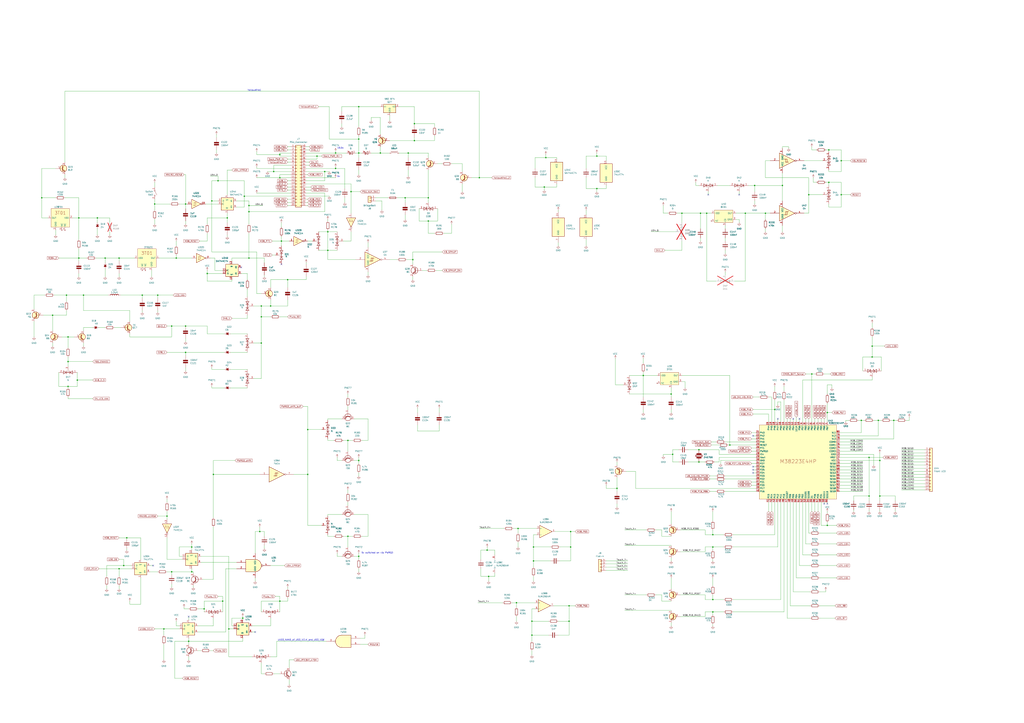
<source format=kicad_sch>
(kicad_sch (version 20250114) (generator "eeschema") (generator_version "9.0")
  (paper "A1")
  (title_block (title "PC110") (company "Recreated by: Ahmad Byagowi"))
  (text "5v switched on via PWRGD" (at 309.88 454.406 0) (effects (font (size 1.27 1.27))))
  (text "5v" (at 278.13 145.034 0) (effects (font (size 1.27 1.27))))
  (text "10.5v" (at 279.654 121.666 0) (effects (font (size 1.27 1.27))))
  (text "YellowWire1" (at 203.2 74.93 0) (effects (font (size 1.27 1.27)) (justify left bottom)))
  (text "U103_NAND_of_U53_1CLK_and_U53_1Q#" (at 228.092 526.034 0) (effects (font (size 1.27 1.27)) (justify left)))
  (junction (at 294.64 114.3))
  (junction (at 43.18 259.08))
  (junction (at 80.01 179.07))
  (junction (at 339.09 213.36))
  (junction (at 351.79 162.56))
  (junction (at 340.36 101.6))
  (junction (at 229.87 146.05))
  (junction (at 204.47 173.99))
  (junction (at 713.74 407.67))
  (junction (at 294.64 87.63))
  (junction (at 214.63 260.35))
  (junction (at 167.64 500.38))
  (junction (at 506.73 401.32))
  (junction (at 173.99 165.1))
  (junction (at 528.32 308.61))
  (junction (at 679.45 339.09))
  (junction (at 182.88 494.03))
  (junction (at 134.62 516.89))
  (junction (at 252.73 389.89))
  (junction (at 86.36 212.09))
  (junction (at 468.63 436.88))
  (junction (at 664.21 160.02))
  (junction (at 204.47 168.91))
  (junction (at 468.63 449.58))
  (junction (at 175.26 389.89))
  (junction (at 275.59 125.73))
  (junction (at 275.59 138.43))
  (junction (at 585.47 449.58))
  (junction (at 97.79 212.09))
  (junction (at 229.87 494.03))
  (junction (at 722.63 378.46))
  (junction (at 490.22 154.94))
  (junction (at 285.75 440.69))
  (junction (at 734.06 345.44))
  (junction (at 585.47 439.42))
  (junction (at 713.74 375.92))
  (junction (at 679.45 431.8))
  (junction (at 127 167.64))
  (junction (at 260.35 128.27))
  (junction (at 585.47 492.76))
  (junction (at 97.79 467.36))
  (junction (at 266.7 140.97))
  (junction (at 425.45 434.34))
  (junction (at 152.4 267.97))
  (junction (at 236.22 229.87))
  (junction (at 351.79 181.61))
  (junction (at 116.84 242.57))
  (junction (at 285.75 361.95))
  (junction (at 467.36 497.84))
  (junction (at 214.63 251.46))
  (junction (at 222.25 251.46))
  (junction (at 288.29 157.48))
  (junction (at 34.29 162.56))
  (junction (at 229.87 127))
  (junction (at 294.64 457.2))
  (junction (at 64.77 212.09))
  (junction (at 560.07 175.26))
  (junction (at 551.18 323.85))
  (junction (at 140.97 469.9))
  (junction (at 55.88 297.18))
  (junction (at 269.24 205.74))
  (junction (at 224.79 140.97))
  (junction (at 55.88 276.86))
  (junction (at 101.6 464.82))
  (junction (at 214.63 281.94))
  (junction (at 63.5 312.42))
  (junction (at 438.15 449.58))
  (junction (at 666.75 307.34))
  (junction (at 436.88 521.97))
  (junction (at 332.74 162.56))
  (junction (at 424.18 495.3))
  (junction (at 269.24 190.5))
  (junction (at 335.28 125.73))
  (junction (at 68.58 242.57))
  (junction (at 154.94 527.05))
  (junction (at 137.16 424.18))
  (junction (at 448.31 129.54))
  (junction (at 144.78 212.09))
  (junction (at 140.97 267.97))
  (junction (at 580.39 175.26))
  (junction (at 393.7 146.05))
  (junction (at 722.63 407.67))
  (junction (at 552.45 373.38))
  (junction (at 642.62 152.4))
  (junction (at 707.39 345.44))
  (junction (at 187.96 516.89))
  (junction (at 231.14 198.12))
  (junction (at 575.31 175.26))
  (junction (at 340.36 115.57))
  (junction (at 252.73 353.06))
  (junction (at 199.39 508))
  (junction (at 152.4 167.64))
  (junction (at 200.66 161.29))
  (junction (at 721.36 345.44))
  (junction (at 157.48 469.9))
  (junction (at 636.27 336.55))
  (junction (at 170.18 224.79))
  (junction (at 628.65 175.26))
  (junction (at 55.88 317.5))
  (junction (at 619.76 152.4))
  (junction (at 447.04 153.67))
  (junction (at 690.88 132.08))
  (junction (at 401.32 473.71))
  (junction (at 490.22 128.27))
  (junction (at 400.05 452.12))
  (junction (at 294.64 125.73))
  (junction (at 179.07 148.59))
  (junction (at 612.14 175.26))
  (junction (at 436.88 510.54))
  (junction (at 152.4 289.56))
  (junction (at 680.72 123.19))
  (junction (at 690.88 160.02))
  (junction (at 104.14 441.96))
  (junction (at 186.69 179.07))
  (junction (at 467.36 510.54))
  (junction (at 716.28 284.48))
  (junction (at 574.04 369.57))
  (junction (at 680.72 149.86))
  (junction (at 54.61 242.57))
  (junction (at 213.36 436.88))
  (junction (at 157.48 449.58))
  (junction (at 64.77 179.07))
  (junction (at 599.44 365.76))
  (junction (at 438.15 461.01))
  (junction (at 716.28 293.37))
  (junction (at 312.42 125.73))
  (junction (at 574.04 379.73))
  (junction (at 204.47 212.09))
  (junction (at 129.54 242.57))
  (junction (at 294.64 378.46))
  (junction (at 585.47 502.92))
  (no_connect (at 581.66 160.02))
  (no_connect (at 154.94 506.73))
  (no_connect (at 618.49 358.14))
  (no_connect (at 209.55 519.43))
  (no_connect (at 618.49 383.54))
  (no_connect (at 198.12 219.71))
  (no_connect (at 231.14 217.17))
  (no_connect (at 679.45 414.02))
  (no_connect (at 607.06 160.02))
  (no_connect (at 618.49 388.62))
  (no_connect (at 125.73 464.82))
  (no_connect (at 651.51 344.17))
  (no_connect (at 656.59 344.17))
  (no_connect (at 638.81 344.17))
  (no_connect (at 676.91 414.02))
  (no_connect (at 618.49 386.08))
  (wire (pts (xy 231.14 198.12) (xy 231.14 201.93)))
  (wire (pts (xy 618.49 340.36) (xy 631.19 340.36)))
  (wire (pts (xy 543.56 494.03) (xy 551.18 494.03)))
  (wire (pts (xy 497.84 468.63) (xy 515.62 468.63)))
  (wire (pts (xy 252.73 198.12) (xy 256.54 198.12)))
  (wire (pts (xy 199.39 506.73) (xy 199.39 508)))
  (wire (pts (xy 190.5 212.09) (xy 190.5 214.63)))
  (wire (pts (xy 165.1 457.2) (xy 187.96 457.2)))
  (wire (pts (xy 713.74 420.37) (xy 713.74 419.1)))
  (wire (pts (xy 394.97 452.12) (xy 394.97 459.74)))
  (wire (pts (xy 68.58 271.78) (xy 68.58 269.24)))
  (wire (pts (xy 63.5 312.42) (xy 76.2 312.42)))
  (wire (pts (xy 167.64 502.92) (xy 167.64 500.38)))
  (wire (pts (xy 665.48 474.98) (xy 654.05 474.98)))
  (wire (pts (xy 538.48 488.95) (xy 543.56 488.95)))
  (wire (pts (xy 80.01 179.07) (xy 80.01 182.88)))
  (wire (pts (xy 260.35 128.27) (xy 264.16 128.27)))
  (wire (pts (xy 124.46 227.33) (xy 124.46 222.25)))
  (wire (pts (xy 670.56 149.86) (xy 668.02 149.86)))
  (wire (pts (xy 123.19 464.82) (xy 125.73 464.82)))
  (wire (pts (xy 147.32 457.2) (xy 149.86 457.2)))
  (wire (pts (xy 190.5 231.14) (xy 170.18 231.14)))
  (wire (pts (xy 223.52 198.12) (xy 231.14 198.12)))
  (wire (pts (xy 582.93 393.7) (xy 588.01 393.7)))
  (wire (pts (xy 252.73 389.89) (xy 252.73 353.06)))
  (wire (pts (xy 497.84 154.94) (xy 490.22 154.94)))
  (wire (pts (xy 481.33 128.27) (xy 481.33 138.43)))
  (wire (pts (xy 45.72 189.23) (xy 45.72 193.04)))
  (wire (pts (xy 339.09 213.36) (xy 339.09 207.01)))
  (wire (pts (xy 628.65 175.26) (xy 632.46 175.26)))
  (wire (pts (xy 552.45 379.73) (xy 552.45 373.38)))
  (wire (pts (xy 173.99 165.1) (xy 179.07 165.1)))
  (wire (pts (xy 199.39 508) (xy 199.39 509.27)))
  (wire (pts (xy 294.64 125.73) (xy 294.64 129.54)))
  (wire (pts (xy 425.45 445.77) (xy 425.45 449.58)))
  (wire (pts (xy 421.64 434.34) (xy 425.45 434.34)))
  (wire (pts (xy 210.82 137.16) (xy 210.82 138.43)))
  (wire (pts (xy 450.85 521.97) (xy 436.88 521.97)))
  (wire (pts (xy 229.87 125.73) (xy 238.76 125.73)))
  (wire (pts (xy 191.77 514.35) (xy 190.5 514.35)))
  (wire (pts (xy 217.17 226.06) (xy 217.17 227.33)))
  (wire (pts (xy 64.77 212.09) (xy 71.12 212.09)))
  (wire (pts (xy 641.35 412.75) (xy 641.35 492.76)))
  (wire (pts (xy 651.51 412.75) (xy 651.51 486.41)))
  (wire (pts (xy 203.2 237.49) (xy 203.2 243.84)))
  (wire (pts (xy 276.86 375.92) (xy 276.86 378.46)))
  (wire (pts (xy 204.47 173.99) (xy 266.7 173.99)))
  (wire (pts (xy 173.99 165.1) (xy 173.99 207.01)))
  (wire (pts (xy 283.21 138.43) (xy 283.21 154.94)))
  (wire (pts (xy 294.64 378.46) (xy 294.64 375.92)))
  (wire (pts (xy 290.83 378.46) (xy 294.64 378.46)))
  (wire (pts (xy 127 167.64) (xy 139.7 167.64)))
  (wire (pts (xy 701.04 419.1) (xy 701.04 420.37)))
  (wire (pts (xy 648.97 497.84) (xy 665.48 497.84)))
  (wire (pts (xy 436.88 521.97) (xy 436.88 510.54)))
  (wire (pts (xy 646.43 508) (xy 665.48 508)))
  (wire (pts (xy 708.66 293.37) (xy 716.28 293.37)))
  (wire (pts (xy 162.56 534.67) (xy 165.1 534.67)))
  (wire (pts (xy 294.64 114.3) (xy 270.51 114.3)))
  (wire (pts (xy 50.8 276.86) (xy 55.88 276.86)))
  (wire (pts (xy 565.15 379.73) (xy 574.04 379.73)))
  (wire (pts (xy 280.67 344.17) (xy 269.24 344.17)))
  (wire (pts (xy 633.73 326.39) (xy 631.19 326.39)))
  (wire (pts (xy 552.45 369.57) (xy 557.53 369.57)))
  (wire (pts (xy 237.49 542.29) (xy 241.3 542.29)))
  (wire (pts (xy 674.37 412.75) (xy 674.37 431.8)))
  (wire (pts (xy 97.79 467.36) (xy 107.95 467.36)))
  (wire (pts (xy 236.22 251.46) (xy 222.25 251.46)))
  (wire (pts (xy 436.88 534.67) (xy 436.88 538.48)))
  (wire (pts (xy 636.27 439.42) (xy 601.98 439.42)))
  (wire (pts (xy 140.97 469.9) (xy 157.48 469.9)))
  (wire (pts (xy 628.65 187.96) (xy 628.65 190.5)))
  (wire (pts (xy 152.4 289.56) (xy 152.4 292.1)))
  (wire (pts (xy 97.79 212.09) (xy 110.49 212.09)))
  (wire (pts (xy 528.32 339.09) (xy 528.32 336.55)))
  (wire (pts (xy 198.12 224.79) (xy 203.2 224.79)))
  (wire (pts (xy 666.75 412.75) (xy 666.75 420.37)))
  (wire (pts (xy 664.21 146.05) (xy 628.65 146.05)))
  (wire (pts (xy 327.66 125.73) (xy 335.28 125.73)))
  (wire (pts (xy 304.8 96.52) (xy 304.8 99.06)))
  (wire (pts (xy 585.47 439.42) (xy 594.36 439.42)))
  (wire (pts (xy 689.61 381) (xy 708.66 381)))
  (wire (pts (xy 544.83 373.38) (xy 552.45 373.38)))
  (wire (pts (xy 276.86 457.2) (xy 280.67 457.2)))
  (wire (pts (xy 673.1 438.15) (xy 687.07 438.15)))
  (wire (pts (xy 679.45 316.23) (xy 679.45 323.85)))
  (wire (pts (xy 633.73 346.71) (xy 633.73 326.39)))
  (wire (pts (xy 45.72 138.43) (xy 34.29 138.43)))
  (wire (pts (xy 643.89 317.5) (xy 643.89 321.31)))
  (wire (pts (xy 137.16 267.97) (xy 140.97 267.97)))
  (wire (pts (xy 229.87 127) (xy 210.82 127)))
  (wire (pts (xy 642.62 152.4) (xy 642.62 165.1)))
  (wire (pts (xy 144.78 209.55) (xy 144.78 212.09)))
  (wire (pts (xy 447.04 153.67) (xy 439.42 153.67)))
  (wire (pts (xy 236.22 494.03) (xy 236.22 491.49)))
  (wire (pts (xy 236.22 251.46) (xy 236.22 246.38)))
  (wire (pts (xy 312.42 125.73) (xy 320.04 125.73)))
  (wire (pts (xy 359.41 134.62) (xy 363.22 134.62)))
  (wire (pts (xy 78.74 212.09) (xy 86.36 212.09)))
  (wire (pts (xy 647.7 121.92) (xy 647.7 120.65)))
  (wire (pts (xy 585.47 449.58) (xy 585.47 452.12)))
  (wire (pts (xy 294.64 457.2) (xy 294.64 454.66)))
  (wire (pts (xy 55.88 276.86) (xy 55.88 285.75)))
  (wire (pts (xy 448.31 127) (xy 448.31 129.54)))
  (wire (pts (xy 544.83 175.26) (xy 548.64 175.26)))
  (wire (pts (xy 551.18 474.98) (xy 551.18 483.87)))
  (wire (pts (xy 208.28 311.15) (xy 214.63 311.15)))
  (wire (pts (xy 210.82 158.75) (xy 238.76 158.75)))
  (wire (pts (xy 187.96 457.2) (xy 187.96 516.89)))
  (wire (pts (xy 308.61 162.56) (xy 318.77 162.56)))
  (wire (pts (xy 175.26 514.35) (xy 175.26 508)))
  (wire (pts (xy 528.32 294.64) (xy 528.32 298.45)))
  (wire (pts (xy 351.79 139.7) (xy 351.79 162.56)))
  (wire (pts (xy 721.36 345.44) (xy 723.9 345.44)))
  (wire (pts (xy 90.17 190.5) (xy 90.17 193.04)))
  (wire (pts (xy 621.03 375.92) (xy 590.55 375.92)))
  (wire (pts (xy 190.5 508) (xy 199.39 508)))
  (wire (pts (xy 506.73 392.43) (xy 506.73 401.32)))
  (wire (pts (xy 34.29 162.56) (xy 34.29 179.07)))
  (wire (pts (xy 179.07 144.78) (xy 179.07 148.59)))
  (wire (pts (xy 207.01 519.43) (xy 209.55 519.43)))
  (wire (pts (xy 186.69 175.26) (xy 186.69 179.07)))
  (wire (pts (xy 661.67 344.17) (xy 661.67 346.71)))
  (wire (pts (xy 269.24 205.74) (xy 276.86 205.74)))
  (wire (pts (xy 208.28 281.94) (xy 214.63 281.94)))
  (wire (pts (xy 43.18 259.08) (xy 43.18 271.78)))
  (wire (pts (xy 648.97 344.17) (xy 648.97 346.71)))
  (wire (pts (xy 55.88 293.37) (xy 55.88 297.18)))
  (wire (pts (xy 214.63 260.35) (xy 214.63 251.46)))
  (wire (pts (xy 659.13 312.42) (xy 716.28 312.42)))
  (wire (pts (xy 406.4 473.71) (xy 401.32 473.71)))
  (wire (pts (xy 403.86 146.05) (xy 393.7 146.05)))
  (wire (pts (xy 740.41 392.43) (xy 759.46 392.43)))
  (wire (pts (xy 127 516.89) (xy 134.62 516.89)))
  (wire (pts (xy 392.43 495.3) (xy 412.75 495.3)))
  (wire (pts (xy 127 180.34) (xy 127 184.15)))
  (wire (pts (xy 189.23 303.53) (xy 203.2 303.53)))
  (wire (pts (xy 320.04 95.25) (xy 320.04 99.06)))
  (wire (pts (xy 690.88 160.02) (xy 698.5 160.02)))
  (wire (pts (xy 332.74 162.56) (xy 351.79 162.56)))
  (wire (pts (xy 560.07 308.61) (xy 599.44 308.61)))
  (wire (pts (xy 299.72 521.97) (xy 299.72 524.51)))
  (wire (pts (xy 631.19 412.75) (xy 631.19 420.37)))
  (wire (pts (xy 740.41 384.81) (xy 759.46 384.81)))
  (wire (pts (xy 129.54 242.57) (xy 129.54 245.11)))
  (wire (pts (xy 269.24 213.36) (xy 269.24 205.74)))
  (wire (pts (xy 334.01 213.36) (xy 339.09 213.36)))
  (wire (pts (xy 222.25 539.75) (xy 227.33 539.75)))
  (wire (pts (xy 579.12 506.73) (xy 579.12 502.92)))
  (wire (pts (xy 312.42 96.52) (xy 304.8 96.52)))
  (wire (pts (xy 236.22 166.37) (xy 238.76 166.37)))
  (wire (pts (xy 229.87 143.51) (xy 238.76 143.51)))
  (wire (pts (xy 157.48 469.9) (xy 157.48 467.36)))
  (wire (pts (xy 678.18 485.14) (xy 678.18 486.41)))
  (wire (pts (xy 252.73 163.83) (xy 251.46 163.83)))
  (wire (pts (xy 292.1 125.73) (xy 294.64 125.73)))
  (wire (pts (xy 170.18 191.77) (xy 170.18 198.12)))
  (wire (pts (xy 335.28 125.73) (xy 335.28 129.54)))
  (wire (pts (xy 170.18 224.79) (xy 182.88 224.79)))
  (wire (pts (xy 342.9 354.33) (xy 342.9 349.25)))
  (wire (pts (xy 689.61 365.76) (xy 708.66 365.76)))
  (wire (pts (xy 229.87 128.27) (xy 238.76 128.27)))
  (wire (pts (xy 560.07 175.26) (xy 560.07 182.88)))
  (wire (pts (xy 332.74 176.53) (xy 332.74 180.34)))
  (wire (pts (xy 175.26 476.25) (xy 175.26 433.07)))
  (wire (pts (xy 664.21 160.02) (xy 675.64 160.02)))
  (wire (pts (xy 607.06 180.34) (xy 607.06 182.88)))
  (wire (pts (xy 179.07 148.59) (xy 173.99 148.59)))
  (wire (pts (xy 222.25 229.87) (xy 222.25 236.22)))
  (wire (pts (xy 654.05 474.98) (xy 654.05 412.75)))
  (wire (pts (xy 81.28 467.36) (xy 97.79 467.36)))
  (wire (pts (xy 147.32 167.64) (xy 152.4 167.64)))
  (wire (pts (xy 340.36 101.6) (xy 356.87 101.6)))
  (wire (pts (xy 595.63 195.58) (xy 595.63 198.12)))
  (wire (pts (xy 204.47 165.1) (xy 204.47 168.91)))
  (wire (pts (xy 543.56 440.69) (xy 543.56 435.61)))
  (wire (pts (xy 585.47 435.61) (xy 585.47 439.42)))
  (wire (pts (xy 209.55 436.88) (xy 213.36 436.88)))
  (wire (pts (xy 68.58 269.24) (xy 76.2 269.24)))
  (wire (pts (xy 200.66 161.29) (xy 200.66 148.59)))
  (wire (pts (xy 436.88 510.54) (xy 436.88 500.38)))
  (wire (pts (xy 722.63 407.67) (xy 722.63 411.48)))
  (wire (pts (xy 172.72 144.78) (xy 179.07 144.78)))
  (wire (pts (xy 175.26 425.45) (xy 175.26 389.89)))
  (wire (pts (xy 294.64 111.76) (xy 294.64 114.3)))
  (wire (pts (xy 360.68 335.28) (xy 360.68 339.09)))
  (wire (pts (xy 438.15 473.71) (xy 438.15 477.52)))
  (wire (pts (xy 340.36 113.03) (xy 340.36 115.57)))
  (wire (pts (xy 651.51 486.41) (xy 665.48 486.41)))
  (wire (pts (xy 454.66 497.84) (xy 467.36 497.84)))
  (wire (pts (xy 401.32 473.71) (xy 394.97 473.71)))
  (wire (pts (xy 280.67 101.6) (xy 280.67 104.14)))
  (wire (pts (xy 281.94 198.12) (xy 288.29 198.12)))
  (wire (pts (xy 172.72 212.09) (xy 176.53 212.09)))
  (wire (pts (xy 219.71 140.97) (xy 224.79 140.97)))
  (wire (pts (xy 251.46 138.43) (xy 275.59 138.43)))
  (wire (pts (xy 269.24 190.5) (xy 269.24 205.74)))
  (wire (pts (xy 134.62 516.89) (xy 134.62 521.97)))
  (wire (pts (xy 660.4 175.26) (xy 664.21 175.26)))
  (wire (pts (xy 585.47 502.92) (xy 594.36 502.92)))
  (wire (pts (xy 251.46 120.65) (xy 254 120.65)))
  (wire (pts (xy 740.41 374.65) (xy 759.46 374.65)))
  (wire (pts (xy 127 149.86) (xy 127 153.67)))
  (wire (pts (xy 638.81 449.58) (xy 601.98 449.58)))
  (wire (pts (xy 182.88 494.03) (xy 182.88 490.22)))
  (wire (pts (xy 450.85 510.54) (xy 436.88 510.54)))
  (wire (pts (xy 207.01 539.75) (xy 187.96 539.75)))
  (wire (pts (xy 152.4 181.61) (xy 152.4 184.15)))
  (wire (pts (xy 558.8 435.61) (xy 579.12 435.61)))
  (wire (pts (xy 154.94 500.38) (xy 151.13 500.38)))
  (wire (pts (xy 288.29 157.48) (xy 288.29 175.26)))
  (wire (pts (xy 222.25 229.87) (xy 236.22 229.87)))
  (wire (pts (xy 665.48 447.04) (xy 661.67 447.04)))
  (wire (pts (xy 679.45 331.47) (xy 679.45 339.09)))
  (wire (pts (xy 740.41 372.11) (xy 759.46 372.11)))
  (wire (pts (xy 528.32 308.61) (xy 539.75 308.61)))
  (wire (pts (xy 86.36 220.98) (xy 86.36 227.33)))
  (wire (pts (xy 393.7 74.93) (xy 393.7 146.05)))
  (wire (pts (xy 55.88 297.18) (xy 55.88 300.99)))
  (wire (pts (xy 689.61 403.86) (xy 708.66 403.86)))
  (wire (pts (xy 356.87 115.57) (xy 356.87 111.76)))
  (wire (pts (xy 144.78 198.12) (xy 144.78 201.93)))
  (wire (pts (xy 514.35 387.35) (xy 521.97 387.35)))
  (wire (pts (xy 312.42 110.49) (xy 312.42 96.52)))
  (wire (pts (xy 97.79 212.09) (xy 97.79 214.63)))
  (wire (pts (xy 294.64 457.2) (xy 294.64 459.74)))
  (wire (pts (xy 173.99 207.01) (xy 210.82 207.01)))
  (wire (pts (xy 740.41 397.51) (xy 759.46 397.51)))
  (wire (pts (xy 280.67 87.63) (xy 280.67 91.44)))
  (wire (pts (xy 558.8 453.39) (xy 579.12 453.39)))
  (wire (pts (xy 708.66 304.8) (xy 708.66 293.37)))
  (wire (pts (xy 678.18 149.86) (xy 680.72 149.86)))
  (wire (pts (xy 638.81 412.75) (xy 638.81 449.58)))
  (wire (pts (xy 175.26 389.89) (xy 213.36 389.89)))
  (wire (pts (xy 251.46 146.05) (xy 275.59 146.05)))
  (wire (pts (xy 294.64 467.36) (xy 294.64 469.9)))
  (wire (pts (xy 534.67 190.5) (xy 554.99 190.5)))
  (wire (pts (xy 137.16 420.37) (xy 137.16 424.18)))
  (wire (pts (xy 129.54 242.57) (xy 142.24 242.57)))
  (wire (pts (xy 64.77 224.79) (xy 64.77 227.33)))
  (wire (pts (xy 162.56 519.43) (xy 185.42 519.43)))
  (wire (pts (xy 173.99 318.77) (xy 184.15 318.77)))
  (wire (pts (xy 236.22 148.59) (xy 238.76 148.59)))
  (wire (pts (xy 516.89 308.61) (xy 528.32 308.61)))
  (wire (pts (xy 217.17 448.31) (xy 217.17 450.85)))
  (wire (pts (xy 601.98 492.76) (xy 641.35 492.76)))
  (wire (pts (xy 266.7 158.75) (xy 251.46 158.75)))
  (wire (pts (xy 104.14 441.96) (xy 115.57 441.96)))
  (wire (pts (xy 394.97 473.71) (xy 394.97 467.36)))
  (wire (pts (xy 339.09 207.01) (xy 363.22 207.01)))
  (wire (pts (xy 740.41 379.73) (xy 759.46 379.73)))
  (wire (pts (xy 251.46 161.29) (xy 270.51 161.29)))
  (wire (pts (xy 497.84 132.08) (xy 497.84 128.27)))
  (wire (pts (xy 680.72 149.86) (xy 690.88 149.86)))
  (wire (pts (xy 144.78 514.35) (xy 144.78 510.54)))
  (wire (pts (xy 55.88 276.86) (xy 60.96 276.86)))
  (wire (pts (xy 680.72 124.46) (xy 680.72 123.19)))
  (wire (pts (xy 222.25 464.82) (xy 233.68 464.82)))
  (wire (pts (xy 358.14 222.25) (xy 363.22 222.25)))
  (wire (pts (xy 599.44 365.76) (xy 621.03 365.76)))
  (wire (pts (xy 574.04 152.4) (xy 571.5 152.4)))
  (wire (pts (xy 229.87 146.05) (xy 238.76 146.05)))
  (wire (pts (xy 674.37 431.8) (xy 679.45 431.8)))
  (wire (pts (xy 659.13 312.42) (xy 659.13 346.71)))
  (wire (pts (xy 551.18 458.47) (xy 551.18 461.01)))
  (wire (pts (xy 149.86 459.74) (xy 137.16 459.74)))
  (wire (pts (xy 101.6 464.82) (xy 101.6 459.74)))
  (wire (pts (xy 157.48 449.58) (xy 157.48 452.12)))
  (wire (pts (xy 642.62 152.4) (xy 642.62 142.24)))
  (wire (pts (xy 237.49 548.64) (xy 237.49 542.29)))
  (wire (pts (xy 617.22 355.6) (xy 621.03 355.6)))
  (wire (pts (xy 152.4 167.64) (xy 152.4 171.45)))
  (wire (pts (xy 302.26 422.91) (xy 302.26 440.69)))
  (wire (pts (xy 45.72 162.56) (xy 34.29 162.56)))
  (wire (pts (xy 251.46 128.27) (xy 260.35 128.27)))
  (wire (pts (xy 151.13 500.38) (xy 151.13 499.11)))
  (wire (pts (xy 167.64 494.03) (xy 182.88 494.03)))
  (wire (pts (xy 458.47 521.97) (xy 467.36 521.97)))
  (wire (pts (xy 173.99 317.5) (xy 173.99 318.77)))
  (wire (pts (xy 424.18 506.73) (xy 424.18 510.54)))
  (wire (pts (xy 717.55 345.44) (xy 721.36 345.44)))
  (wire (pts (xy 560.07 175.26) (xy 575.31 175.26)))
  (wire (pts (xy 468.63 449.58) (xy 468.63 436.88)))
  (wire (pts (xy 285.75 361.95) (xy 285.75 370.84)))
  (wire (pts (xy 252.73 334.01) (xy 252.73 353.06)))
  (wire (pts (xy 251.46 133.35) (xy 254 133.35)))
  (wire (pts (xy 210.82 146.05) (xy 229.87 146.05)))
  (wire (pts (xy 269.24 189.23) (xy 269.24 190.5)))
  (wire (pts (xy 580.39 231.14) (xy 580.39 175.26)))
  (wire (pts (xy 505.46 316.23) (xy 505.46 294.64)))
  (wire (pts (xy 294.64 87.63) (xy 294.64 104.14)))
  (wire (pts (xy 438.15 439.42) (xy 440.69 439.42)))
  (wire (pts (xy 638.81 332.74) (xy 638.81 330.2)))
  (wire (pts (xy 186.69 139.7) (xy 186.69 160.02)))
  (wire (pts (xy 288.29 198.12) (xy 288.29 190.5)))
  (wire (pts (xy 638.81 344.17) (xy 638.81 346.71)))
  (wire (pts (xy 628.65 132.08) (xy 632.46 132.08)))
  (wire (pts (xy 170.18 274.32) (xy 170.18 267.97)))
  (wire (pts (xy 713.74 407.67) (xy 713.74 411.48)))
  (wire (pts (xy 689.61 386.08) (xy 708.66 386.08)))
  (wire (pts (xy 631.19 340.36) (xy 631.19 346.71)))
  (wire (pts (xy 99.06 242.57) (xy 116.84 242.57)))
  (wire (pts (xy 236.22 236.22) (xy 236.22 229.87)))
  (wire (pts (xy 137.16 469.9) (xy 140.97 469.9)))
  (wire (pts (xy 516.89 323.85) (xy 551.18 323.85)))
  (wire (pts (xy 59.69 179.07) (xy 64.77 179.07)))
  (wire (pts (xy 283.21 138.43) (xy 275.59 138.43)))
  (wire (pts (xy 241.3 389.89) (xy 252.73 389.89)))
  (wire (pts (xy 147.32 514.35) (xy 144.78 514.35)))
  (wire (pts (xy 186.69 193.04) (xy 186.69 194.31)))
  (wire (pts (xy 506.73 414.02) (xy 506.73 416.56)))
  (wire (pts (xy 579.12 453.39) (xy 579.12 449.58)))
  (wire (pts (xy 584.2 363.22) (xy 588.01 363.22)))
  (wire (pts (xy 612.14 231.14) (xy 612.14 175.26)))
  (wire (pts (xy 511.81 316.23) (xy 505.46 316.23)))
  (wire (pts (xy 87.63 481.33) (xy 87.63 483.87)))
  (wire (pts (xy 48.26 317.5) (xy 55.88 317.5)))
  (wire (pts (xy 716.28 265.43) (xy 716.28 269.24)))
  (wire (pts (xy 264.16 431.8) (xy 252.73 431.8)))
  (wire (pts (xy 490.22 125.73) (xy 490.22 128.27)))
  (wire (pts (xy 581.66 157.48) (xy 581.66 160.02)))
  (wire (pts (xy 152.4 278.13) (xy 152.4 280.67)))
  (wire (pts (xy 673.1 447.04) (xy 687.07 447.04)))
  (wire (pts (xy 671.83 412.75) (xy 671.83 420.37)))
  (wire (pts (xy 224.79 140.97) (xy 238.76 140.97)))
  (wire (pts (xy 425.45 434.34) (xy 425.45 438.15)))
  (wire (pts (xy 281.94 440.69) (xy 285.75 440.69)))
  (wire (pts (xy 490.22 154.94) (xy 481.33 154.94)))
  (wire (pts (xy 370.84 134.62) (xy 379.73 134.62)))
  (wire (pts (xy 513.08 501.65) (xy 551.18 501.65)))
  (wire (pts (xy 203.2 224.79) (xy 203.2 229.87)))
  (wire (pts (xy 497.84 401.32) (xy 497.84 398.78)))
  (wire (pts (xy 236.22 163.83) (xy 238.76 163.83)))
  (wire (pts (xy 157.48 469.9) (xy 158.75 469.9)))
  (wire (pts (xy 187.96 516.89) (xy 191.77 516.89)))
  (wire (pts (xy 44.45 242.57) (xy 54.61 242.57)))
  (wire (pts (xy 167.64 500.38) (xy 167.64 494.03)))
  (wire (pts (xy 251.46 140.97) (xy 266.7 140.97)))
  (wire (pts (xy 617.22 370.84) (xy 621.03 370.84)))
  (wire (pts (xy 208.28 251.46) (xy 214.63 251.46)))
  (wire (pts (xy 617.22 360.68) (xy 621.03 360.68)))
  (wire (pts (xy 223.52 209.55) (xy 226.06 209.55)))
  (wire (pts (xy 163.83 198.12) (xy 170.18 198.12)))
  (wire (pts (xy 127 167.64) (xy 127 172.72)))
  (wire (pts (xy 664.21 344.17) (xy 664.21 346.71)))
  (wire (pts (xy 528.32 306.07) (xy 528.32 308.61)))
  (wire (pts (xy 661.67 447.04) (xy 661.67 412.75)))
  (wire (pts (xy 604.52 175.26) (xy 612.14 175.26)))
  (wire (pts (xy 154.94 527.05) (xy 154.94 529.59)))
  (wire (pts (xy 147.32 449.58) (xy 147.32 457.2)))
  (wire (pts (xy 690.88 160.02) (xy 690.88 170.18)))
  (wire (pts (xy 275.59 125.73) (xy 284.48 125.73)))
  (wire (pts (xy 157.48 212.09) (xy 144.78 212.09)))
  (wire (pts (xy 654.05 342.9) (xy 654.05 346.71)))
  (wire (pts (xy 106.68 494.03) (xy 106.68 496.57)))
  (wire (pts (xy 140.97 267.97) (xy 152.4 267.97)))
  (wire (pts (xy 468.63 436.88) (xy 472.44 436.88)))
  (wire (pts (xy 157.48 449.58) (xy 147.32 449.58)))
  (wire (pts (xy 236.22 153.67) (xy 238.76 153.67)))
  (wire (pts (xy 424.18 495.3) (xy 424.18 499.11)))
  (wire (pts (xy 722.63 378.46) (xy 689.61 378.46)))
  (wire (pts (xy 55.88 317.5) (xy 63.5 317.5)))
  (wire (pts (xy 595.63 391.16) (xy 621.03 391.16)))
  (wire (pts (xy 420.37 495.3) (xy 424.18 495.3)))
  (wire (pts (xy 214.63 311.15) (xy 214.63 281.94)))
  (wire (pts (xy 448.31 129.54) (xy 439.42 129.54)))
  (wire (pts (xy 251.46 125.73) (xy 275.59 125.73)))
  (wire (pts (xy 481.33 196.85) (xy 481.33 201.93)))
  (wire (pts (xy 740.41 387.35) (xy 759.46 387.35)))
  (wire (pts (xy 229.87 127) (xy 229.87 128.27)))
  (wire (pts (xy 275.59 124.46) (xy 275.59 125.73)))
  (wire (pts (xy 173.99 148.59) (xy 173.99 165.1)))
  (wire (pts (xy 740.41 377.19) (xy 759.46 377.19)))
  (wire (pts (xy 370.84 184.15) (xy 370.84 191.77)))
  (wire (pts (xy 590.55 379.73) (xy 590.55 375.92)))
  (wire (pts (xy 621.03 363.22) (xy 595.63 363.22)))
  (wire (pts (xy 237.49 558.8) (xy 237.49 562.61)))
  (wire (pts (xy 152.4 167.64) (xy 152.4 143.51)))
  (wire (pts (xy 236.22 483.87) (xy 236.22 482.6)))
  (wire (pts (xy 182.88 494.03) (xy 182.88 502.92)))
  (wire (pts (xy 269.24 361.95) (xy 274.32 361.95)))
  (wire (pts (xy 595.63 403.86) (xy 621.03 403.86)))
  (wire (pts (xy 447.04 153.67) (xy 447.04 156.21)))
  (wire (pts (xy 157.48 447.04) (xy 157.48 449.58)))
  (wire (pts (xy 173.99 303.53) (xy 184.15 303.53)))
  (wire (pts (xy 642.62 120.65) (xy 642.62 121.92)))
  (wire (pts (xy 335.28 125.73) (xy 351.79 125.73)))
  (wire (pts (xy 210.82 138.43) (xy 238.76 138.43)))
  (wire (pts (xy 53.34 143.51) (xy 53.34 146.05)))
  (wire (pts (xy 229.87 494.03) (xy 236.22 494.03)))
  (wire (pts (xy 80.01 187.96) (xy 80.01 193.04)))
  (wire (pts (xy 618.49 336.55) (xy 636.27 336.55)))
  (wire (pts (xy 140.97 267.97) (xy 140.97 276.86)))
  (wire (pts (xy 356.87 191.77) (xy 351.79 191.77)))
  (wire (pts (xy 214.63 260.35) (xy 222.25 260.35)))
  (wire (pts (xy 269.24 440.69) (xy 274.32 440.69)))
  (wire (pts (xy 48.26 212.09) (xy 64.77 212.09)))
  (wire (pts (xy 222.25 246.38) (xy 222.25 251.46)))
  (wire (pts (xy 604.52 180.34) (xy 607.06 180.34)))
  (wire (pts (xy 276.86 454.66) (xy 276.86 457.2)))
  (wire (pts (xy 185.42 519.43) (xy 185.42 467.36)))
  (wire (pts (xy 646.43 344.17) (xy 646.43 346.71)))
  (wire (pts (xy 490.22 154.94) (xy 490.22 157.48)))
  (wire (pts (xy 661.67 307.34) (xy 666.75 307.34)))
  (wire (pts (xy 290.83 344.17) (xy 302.26 344.17)))
  (wire (pts (xy 152.4 302.26) (xy 152.4 304.8)))
  (wire (pts (xy 299.72 524.51) (xy 295.91 524.51)))
  (wire (pts (xy 589.28 152.4) (xy 599.44 152.4)))
  (wire (pts (xy 302.26 344.17) (xy 302.26 361.95)))
  (wire (pts (xy 177.8 110.49) (xy 177.8 113.03)))
  (wire (pts (xy 229.87 125.73) (xy 229.87 127)))
  (wire (pts (xy 204.47 191.77) (xy 204.47 212.09)))
  (wire (pts (xy 740.41 394.97) (xy 759.46 394.97)))
  (wire (pts (xy 53.34 74.93) (xy 393.7 74.93)))
  (wire (pts (xy 351.79 125.73) (xy 351.79 129.54)))
  (wire (pts (xy 707.39 345.44) (xy 709.93 345.44)))
  (wire (pts (xy 656.59 464.82) (xy 665.48 464.82)))
  (wire (pts (xy 302.26 223.52) (xy 302.26 226.06)))
  (wire (pts (xy 266.7 148.59) (xy 266.7 140.97)))
  (wire (pts (xy 689.61 370.84) (xy 708.66 370.84)))
  (wire (pts (xy 224.79 553.72) (xy 229.87 553.72)))
  (wire (pts (xy 689.61 368.3) (xy 708.66 368.3)))
  (wire (pts (xy 53.34 133.35) (xy 53.34 74.93)))
  (wire (pts (xy 251.46 153.67) (xy 255.27 153.67)))
  (wire (pts (xy 683.26 316.23) (xy 679.45 316.23)))
  (wire (pts (xy 591.82 378.46) (xy 621.03 378.46)))
  (wire (pts (xy 544.83 168.91) (xy 544.83 175.26)))
  (wire (pts (xy 294.64 378.46) (xy 294.64 381)))
  (wire (pts (xy 162.56 514.35) (xy 175.26 514.35)))
  (wire (pts (xy 283.21 166.37) (xy 283.21 162.56)))
  (wire (pts (xy 618.49 388.62) (xy 621.03 388.62)))
  (wire (pts (xy 586.74 379.73) (xy 590.55 379.73)))
  (wire (pts (xy 214.63 553.72) (xy 217.17 553.72)))
  (wire (pts (xy 176.53 212.09) (xy 176.53 222.25)))
  (wire (pts (xy 689.61 383.54) (xy 708.66 383.54)))
  (wire (pts (xy 129.54 242.57) (xy 116.84 242.57)))
  (wire (pts (xy 528.32 308.61) (xy 528.32 326.39)))
  (wire (pts (xy 607.06 157.48) (xy 607.06 160.02)))
  (wire (pts (xy 170.18 267.97) (xy 152.4 267.97)))
  (wire (pts (xy 332.74 162.56) (xy 332.74 166.37)))
  (wire (pts (xy 87.63 464.82) (xy 87.63 473.71)))
  (wire (pts (xy 651.51 344.17) (xy 651.51 346.71)))
  (wire (pts (xy 614.68 152.4) (xy 619.76 152.4)))
  (wire (pts (xy 646.43 412.75) (xy 646.43 508)))
  (wire (pts (xy 690.88 140.97) (xy 680.72 140.97)))
  (wire (pts (xy 628.65 146.05) (xy 628.65 132.08)))
  (wire (pts (xy 585.47 492.76) (xy 594.36 492.76)))
  (wire (pts (xy 360.68 349.25) (xy 360.68 354.33)))
  (wire (pts (xy 648.97 412.75) (xy 648.97 497.84)))
  (wire (pts (xy 154.94 506.73) (xy 154.94 509.27)))
  (wire (pts (xy 295.91 157.48) (xy 288.29 157.48)))
  (wire (pts (xy 551.18 323.85) (xy 551.18 326.39)))
  (wire (pts (xy 641.35 330.2) (xy 641.35 346.71)))
  (wire (pts (xy 660.4 132.08) (xy 675.64 132.08)))
  (wire (pts (xy 236.22 130.81) (xy 238.76 130.81)))
  (wire (pts (xy 158.75 481.33) (xy 158.75 482.6)))
  (wire (pts (xy 285.75 361.95) (xy 289.56 361.95)))
  (wire (pts (xy 424.18 495.3) (xy 439.42 495.3)))
  (wire (pts (xy 571.5 152.4) (xy 571.5 149.86)))
  (wire (pts (xy 579.12 502.92) (xy 585.47 502.92)))
  (wire (pts (xy 149.86 557.53) (xy 143.51 557.53)))
  (wire (pts (xy 266.7 158.75) (xy 266.7 173.99)))
  (wire (pts (xy 93.98 269.24) (xy 99.06 269.24)))
  (wire (pts (xy 425.45 434.34) (xy 440.69 434.34)))
  (wire (pts (xy 468.63 461.01) (xy 468.63 449.58)))
  (wire (pts (xy 190.5 139.7) (xy 186.69 139.7)))
  (wire (pts (xy 694.69 345.44) (xy 697.23 345.44)))
  (wire (pts (xy 285.75 323.85) (xy 285.75 326.39)))
  (wire (pts (xy 406.4 452.12) (xy 406.4 455.93)))
  (wire (pts (xy 64.77 162.56) (xy 64.77 179.07)))
  (wire (pts (xy 379.73 134.62) (xy 379.73 140.97)))
  (wire (pts (xy 734.06 345.44) (xy 736.6 345.44)))
  (wire (pts (xy 740.41 400.05) (xy 759.46 400.05)))
  (wire (pts (xy 222.25 251.46) (xy 214.63 251.46)))
  (wire (pts (xy 673.1 508) (xy 685.8 508)))
  (wire (pts (xy 294.64 87.63) (xy 312.42 87.63)))
  (wire (pts (xy 393.7 146.05) (xy 387.35 146.05)))
  (wire (pts (xy 176.53 222.25) (xy 182.88 222.25)))
  (wire (pts (xy 467.36 521.97) (xy 467.36 510.54)))
  (wire (pts (xy 716.28 284.48) (xy 716.28 293.37)))
  (wire (pts (xy 351.79 181.61) (xy 344.17 181.61)))
  (wire (pts (xy 680.72 152.4) (xy 680.72 149.86)))
  (wire (pts (xy 304.8 125.73) (xy 312.42 125.73)))
  (wire (pts (xy 344.17 181.61) (xy 344.17 171.45)))
  (wire (pts (xy 209.55 454.66) (xy 209.55 436.88)))
  (wire (pts (xy 251.46 156.21) (xy 255.27 156.21)))
  (wire (pts (xy 664.21 160.02) (xy 664.21 146.05)))
  (wire (pts (xy 735.33 407.67) (xy 735.33 411.48)))
  (wire (pts (xy 172.72 534.67) (xy 175.26 534.67)))
  (wire (pts (xy 190.5 514.35) (xy 190.5 508)))
  (wire (pts (xy 671.83 344.17) (xy 671.83 346.71)))
  (wire (pts (xy 690.88 149.86) (xy 690.88 160.02)))
  (wire (pts (xy 659.13 412.75) (xy 659.13 455.93)))
  (wire (pts (xy 68.58 255.27) (xy 68.58 242.57)))
  (wire (pts (xy 521.97 401.32) (xy 521.97 387.35)))
  (wire (pts (xy 281.94 361.95) (xy 285.75 361.95)))
  (wire (pts (xy 115.57 474.98) (xy 115.57 496.57)))
  (wire (pts (xy 674.37 344.17) (xy 674.37 346.71)))
  (wire (pts (xy 227.33 539.75) (xy 227.33 527.05)))
  (wire (pts (xy 575.31 175.26) (xy 580.39 175.26)))
  (wire (pts (xy 459.74 461.01) (xy 468.63 461.01)))
  (wire (pts (xy 506.73 403.86) (xy 506.73 401.32)))
  (wire (pts (xy 339.09 227.33) (xy 339.09 229.87)))
  (wire (pts (xy 35.56 259.08) (xy 43.18 259.08)))
  (wire (pts (xy 676.91 344.17) (xy 676.91 346.71)))
  (wire (pts (xy 617.22 396.24) (xy 621.03 396.24)))
  (wire (pts (xy 595.63 223.52) (xy 595.63 226.06)))
  (wire (pts (xy 452.12 461.01) (xy 438.15 461.01)))
  (wire (pts (xy 457.2 151.13) (xy 457.2 153.67)))
  (wire (pts (xy 229.87 143.51) (xy 229.87 146.05)))
  (wire (pts (xy 137.16 424.18) (xy 137.16 426.72)))
  (wire (pts (xy 251.46 148.59) (xy 266.7 148.59)))
  (wire (pts (xy 63.5 312.42) (xy 63.5 306.07)))
  (wire (pts (xy 285.75 405.13) (xy 285.75 402.59)))
  (wire (pts (xy 173.99 302.26) (xy 173.99 303.53)))
  (wire (pts (xy 204.47 212.09) (xy 190.5 212.09)))
  (wire (pts (xy 438.15 461.01) (xy 438.15 466.09)))
  (wire (pts (xy 574.04 369.57) (xy 590.55 369.57)))
  (wire (pts (xy 497.84 152.4) (xy 497.84 154.94)))
  (wire (pts (xy 497.84 463.55) (xy 515.62 463.55)))
  (wire (pts (xy 619.76 152.4) (xy 619.76 157.48)))
  (wire (pts (xy 679.45 339.09) (xy 679.45 346.71)))
  (wire (pts (xy 229.87 494.03) (xy 229.87 502.92)))
  (wire (pts (xy 302.26 361.95) (xy 297.18 361.95)))
  (wire (pts (xy 227.33 527.05) (xy 267.97 527.05)))
  (wire (pts (xy 64.77 214.63) (xy 64.77 212.09)))
  (wire (pts (xy 90.17 182.88) (xy 90.17 179.07)))
  (wire (pts (xy 214.63 494.03) (xy 229.87 494.03)))
  (wire (pts (xy 735.33 420.37) (xy 735.33 419.1)))
  (wire (pts (xy 588.01 231.14) (xy 580.39 231.14)))
  (wire (pts (xy 618.49 326.39) (xy 623.57 326.39)))
  (wire (pts (xy 351.79 162.56) (xy 351.79 166.37)))
  (wire (pts (xy 575.31 175.26) (xy 575.31 187.96)))
  (wire (pts (xy 439.42 153.67) (xy 439.42 146.05)))
  (wire (pts (xy 86.36 212.09) (xy 97.79 212.09)))
  (wire (pts (xy 213.36 436.88) (xy 217.17 436.88)))
  (wire (pts (xy 269.24 439.42) (xy 269.24 440.69)))
  (wire (pts (xy 129.54 255.27) (xy 129.54 256.54)))
  (wire (pts (xy 543.56 435.61) (xy 538.48 435.61)))
  (wire (pts (xy 666.75 123.19) (xy 666.75 120.65)))
  (wire (pts (xy 438.15 461.01) (xy 438.15 449.58)))
  (wire (pts (xy 269.24 422.91) (xy 269.24 424.18)))
  (wire (pts (xy 513.08 488.95) (xy 530.86 488.95)))
  (wire (pts (xy 224.79 135.89) (xy 238.76 135.89)))
  (wire (pts (xy 97.79 441.96) (xy 104.14 441.96)))
  (wire (pts (xy 34.29 138.43) (xy 34.29 162.56)))
  (wire (pts (xy 618.49 386.08) (xy 621.03 386.08)))
  (wire (pts (xy 746.76 345.44) (xy 744.22 345.44)))
  (wire (pts (xy 689.61 373.38) (xy 717.55 373.38)))
  (wire (pts (xy 721.36 345.44) (xy 721.36 358.14)))
  (wire (pts (xy 690.88 123.19) (xy 690.88 132.08)))
  (wire (pts (xy 716.28 312.42) (xy 716.28 309.88)))
  (wire (pts (xy 406.4 471.17) (xy 406.4 473.71)))
  (wire (pts (xy 689.61 398.78) (xy 708.66 398.78)))
  (wire (pts (xy 665.48 438.15) (xy 664.21 438.15)))
  (wire (pts (xy 190.5 261.62) (xy 203.2 261.62)))
  (wire (pts (xy 595.63 205.74) (xy 595.63 208.28)))
  (wire (pts (xy 676.91 307.34) (xy 681.99 307.34)))
  (wire (pts (xy 34.29 179.07) (xy 39.37 179.07)))
  (wire (pts (xy 565.15 369.57) (xy 574.04 369.57)))
  (wire (pts (xy 585.47 488.95) (xy 585.47 492.76)))
  (wire (pts (xy 292.1 213.36) (xy 269.24 213.36)))
  (wire (pts (xy 458.47 172.72) (xy 458.47 173.99)))
  (wire (pts (xy 154.94 524.51) (xy 154.94 527.05)))
  (wire (pts (xy 170.18 179.07) (xy 186.69 179.07)))
  (wire (pts (xy 716.28 276.86) (xy 716.28 284.48)))
  (wire (pts (xy 186.69 179.07) (xy 186.69 182.88)))
  (wire (pts (xy 54.61 242.57) (xy 54.61 247.65)))
  (wire (pts (xy 673.1 486.41) (xy 678.18 486.41)))
  (wire (pts (xy 137.16 459.74) (xy 137.16 441.96)))
  (wire (pts (xy 560.07 313.69) (xy 562.61 313.69)))
  (wire (pts (xy 457.2 129.54) (xy 448.31 129.54)))
  (wire (pts (xy 721.36 358.14) (xy 689.61 358.14)))
  (wire (pts (xy 326.39 162.56) (xy 332.74 162.56)))
  (wire (pts (xy 497.84 128.27) (xy 490.22 128.27)))
  (wire (pts (xy 294.64 87.63) (xy 280.67 87.63)))
  (wire (pts (xy 55.88 327.66) (xy 55.88 326.39)))
  (wire (pts (xy 689.61 388.62) (xy 708.66 388.62)))
  (wire (pts (xy 269.24 360.68) (xy 269.24 361.95)))
  (wire (pts (xy 340.36 101.6) (xy 340.36 102.87)))
  (wire (pts (xy 689.61 375.92) (xy 713.74 375.92)))
  (wire (pts (xy 200.66 148.59) (xy 179.07 148.59)))
  (wire (pts (xy 224.79 140.97) (xy 224.79 135.89)))
  (wire (pts (xy 252.73 168.91) (xy 251.46 168.91)))
  (wire (pts (xy 229.87 490.22) (xy 229.87 494.03)))
  (wire (pts (xy 588.01 403.86) (xy 582.93 403.86)))
  (wire (pts (xy 217.17 436.88) (xy 217.17 440.69)))
  (wire (pts (xy 689.61 401.32) (xy 708.66 401.32)))
  (wire (pts (xy 97.79 467.36) (xy 97.79 473.71)))
  (wire (pts (xy 716.28 293.37) (xy 723.9 293.37)))
  (wire (pts (xy 690.88 132.08) (xy 698.5 132.08)))
  (wire (pts (xy 251.46 143.51) (xy 252.73 143.51)))
  (wire (pts (xy 320.04 213.36) (xy 326.39 213.36)))
  (wire (pts (xy 669.29 307.34) (xy 666.75 307.34)))
  (wire (pts (xy 261.62 205.74) (xy 269.24 205.74)))
  (wire (pts (xy 689.61 391.16) (xy 708.66 391.16)))
  (wire (pts (xy 643.89 502.92) (xy 601.98 502.92)))
  (wire (pts (xy 313.69 165.1) (xy 313.69 172.72)))
  (wire (pts (xy 636.27 336.55) (xy 636.27 346.71)))
  (wire (pts (xy 166.37 476.25) (xy 175.26 476.25)))
  (wire (pts (xy 459.74 449.58) (xy 468.63 449.58)))
  (wire (pts (xy 679.45 412.75) (xy 679.45 414.02)))
  (wire (pts (xy 436.88 521.97) (xy 436.88 527.05)))
  (wire (pts (xy 701.04 407.67) (xy 713.74 407.67)))
  (wire (pts (xy 740.41 389.89) (xy 759.46 389.89)))
  (wire (pts (xy 628.65 180.34) (xy 628.65 175.26)))
  (wire (pts (xy 617.22 381) (xy 621.03 381)))
  (wire (pts (xy 481.33 154.94) (xy 481.33 146.05)))
  (wire (pts (xy 43.18 281.94) (xy 43.18 284.48)))
  (wire (pts (xy 64.77 196.85) (xy 64.77 179.07)))
  (wire (pts (xy 439.42 129.54) (xy 439.42 138.43)))
  (wire (pts (xy 199.39 524.51) (xy 199.39 527.05)))
  (wire (pts (xy 617.22 398.78) (xy 621.03 398.78)))
  (wire (pts (xy 248.92 334.01) (xy 252.73 334.01)))
  (wire (pts (xy 340.36 87.63) (xy 340.36 101.6)))
  (wire (pts (xy 200.66 161.29) (xy 238.76 161.29)))
  (wire (pts (xy 236.22 156.21) (xy 238.76 156.21)))
  (wire (pts (xy 236.22 120.65) (xy 238.76 120.65)))
  (wire (pts (xy 140.97 480.06) (xy 140.97 482.6)))
  (wire (pts (xy 308.61 165.1) (xy 313.69 165.1)))
  (wire (pts (xy 185.42 467.36) (xy 194.31 467.36)))
  (wire (pts (xy 716.28 284.48) (xy 726.44 284.48)))
  (wire (pts (xy 106.68 276.86) (xy 106.68 274.32)))
  (wire (pts (xy 36.83 242.57) (xy 27.94 242.57)))
  (wire (pts (xy 670.56 123.19) (xy 666.75 123.19)))
  (wire (pts (xy 213.36 433.07) (xy 213.36 436.88)))
  (wire (pts (xy 621.03 373.38) (xy 590.55 373.38)))
  (wire (pts (xy 740.41 382.27) (xy 759.46 382.27)))
  (wire (pts (xy 116.84 255.27) (xy 116.84 256.54)))
  (wire (pts (xy 137.16 410.21) (xy 137.16 412.75)))
  (wire (pts (xy 229.87 260.35) (xy 236.22 260.35)))
  (wire (pts (xy 175.26 378.46) (xy 193.04 378.46)))
  (wire (pts (xy 664.21 175.26) (xy 664.21 160.02)))
  (wire (pts (xy 170.18 231.14) (xy 170.18 224.79)))
  (wire (pts (xy 585.47 449.58) (xy 594.36 449.58)))
  (wire (pts (xy 603.25 231.14) (xy 612.14 231.14)))
  (wire (pts (xy 636.27 328.93) (xy 636.27 336.55)))
  (wire (pts (xy 673.1 464.82) (xy 687.07 464.82)))
  (wire (pts (xy 590.55 373.38) (xy 590.55 369.57)))
  (wire (pts (xy 285.75 334.01) (xy 285.75 336.55)))
  (wire (pts (xy 327.66 87.63) (xy 340.36 87.63)))
  (wire (pts (xy 210.82 207.01) (xy 210.82 241.3)))
  (wire (pts (xy 123.19 469.9) (xy 129.54 469.9)))
  (wire (pts (xy 497.84 461.01) (xy 515.62 461.01)))
  (wire (pts (xy 633.73 412.75) (xy 633.73 420.37)))
  (wire (pts (xy 104.14 443.23) (xy 104.14 441.96)))
  (wire (pts (xy 170.18 222.25) (xy 170.18 224.79)))
  (wire (pts (xy 723.9 293.37) (xy 723.9 304.8)))
  (wire (pts (xy 393.7 434.34) (xy 414.02 434.34)))
  (wire (pts (xy 204.47 168.91) (xy 215.9 168.91)))
  (wire (pts (xy 54.61 259.08) (xy 43.18 259.08)))
  (wire (pts (xy 679.45 420.37) (xy 679.45 421.64)))
  (wire (pts (xy 236.22 168.91) (xy 238.76 168.91)))
  (wire (pts (xy 251.46 130.81) (xy 260.35 130.81)))
  (wire (pts (xy 127 163.83) (xy 127 167.64)))
  (wire (pts (xy 619.76 165.1) (xy 619.76 167.64)))
  (wire (pts (xy 214.63 502.92) (xy 214.63 494.03)))
  (wire (pts (xy 618.49 358.14) (xy 621.03 358.14)))
  (wire (pts (xy 162.56 500.38) (xy 167.64 500.38)))
  (wire (pts (xy 236.22 151.13) (xy 238.76 151.13)))
  (wire (pts (xy 490.22 128.27) (xy 481.33 128.27)))
  (wire (pts (xy 673.1 497.84) (xy 685.8 497.84)))
  (wire (pts (xy 106.68 255.27) (xy 68.58 255.27)))
  (wire (pts (xy 275.59 137.16) (xy 275.59 138.43)))
  (wire (pts (xy 679.45 431.8) (xy 687.07 431.8)))
  (wire (pts (xy 251.46 215.9) (xy 251.46 217.17)))
  (wire (pts (xy 584.2 365.76) (xy 590.55 365.76)))
  (wire (pts (xy 636.27 412.75) (xy 636.27 439.42)))
  (wire (pts (xy 236.22 123.19) (xy 238.76 123.19)))
  (wire (pts (xy 506.73 379.73) (xy 506.73 382.27)))
  (wire (pts (xy 513.08 448.31) (xy 551.18 448.31)))
  (wire (pts (xy 689.61 393.7) (xy 708.66 393.7)))
  (wire (pts (xy 214.63 544.83) (xy 214.63 553.72)))
  (wire (pts (xy 252.73 166.37) (xy 251.46 166.37)))
  (wire (pts (xy 585.47 459.74) (xy 585.47 461.01)))
  (wire (pts (xy 680.72 123.19) (xy 690.88 123.19)))
  (wire (pts (xy 285.75 440.69) (xy 285.75 449.58)))
  (wire (pts (xy 585.47 502.92) (xy 585.47 505.46)))
  (wire (pts (xy 579.12 449.58) (xy 585.47 449.58)))
  (wire (pts (xy 740.41 402.59) (xy 759.46 402.59)))
  (wire (pts (xy 543.56 488.95) (xy 543.56 494.03)))
  (wire (pts (xy 200.66 170.18) (xy 200.66 161.29)))
  (wire (pts (xy 676.91 412.75) (xy 676.91 414.02)))
  (wire (pts (xy 638.81 330.2) (xy 641.35 330.2)))
  (wire (pts (xy 154.94 527.05) (xy 199.39 527.05)))
  (wire (pts (xy 203.2 261.62) (xy 203.2 259.08)))
  (wire (pts (xy 55.88 297.18) (xy 76.2 297.18)))
  (wire (pts (xy 335.28 139.7) (xy 335.28 144.78)))
  (wire (pts (xy 189.23 318.77) (xy 203.2 318.77)))
  (wire (pts (xy 360.68 354.33) (xy 342.9 354.33)))
  (wire (pts (xy 276.86 378.46) (xy 280.67 378.46)))
  (wire (pts (xy 346.71 222.25) (xy 350.52 222.25)))
  (wire (pts (xy 261.62 87.63) (xy 270.51 87.63)))
  (wire (pts (xy 579.12 439.42) (xy 585.47 439.42)))
  (wire (pts (xy 722.63 420.37) (xy 722.63 419.1)))
  (wire (pts (xy 312.42 120.65) (xy 312.42 125.73)))
  (wire (pts (xy 134.62 516.89) (xy 147.32 516.89)))
  (wire (pts (xy 269.24 180.34) (xy 269.24 181.61)))
  (wire (pts (xy 48.26 306.07) (xy 48.26 317.5)))
  (wire (pts (xy 551.18 420.37) (xy 551.18 430.53)))
  (wire (pts (xy 231.14 198.12) (xy 237.49 198.12)))
  (wire (pts (xy 669.29 412.75) (xy 669.29 420.37)))
  (wire (pts (xy 467.36 497.84) (xy 472.44 497.84)))
  (wire (pts (xy 713.74 375.92) (xy 713.74 407.67)))
  (wire (pts (xy 302.26 199.39) (xy 302.26 203.2)))
  (wire (pts (xy 189.23 274.32) (xy 203.2 274.32)))
  (wire (pts (xy 379.73 151.13) (xy 379.73 157.48)))
  (wire (pts (xy 280.67 422.91) (xy 269.24 422.91)))
  (wire (pts (xy 55.88 327.66) (xy 76.2 327.66)))
  (wire (pts (xy 210.82 124.46) (xy 210.82 127)))
  (wire (pts (xy 251.46 229.87) (xy 236.22 229.87)))
  (wire (pts (xy 544.83 374.65) (xy 544.83 373.38)))
  (wire (pts (xy 558.8 488.95) (xy 579.12 488.95)))
  (wire (pts (xy 175.26 389.89) (xy 175.26 378.46)))
  (wire (pts (xy 457.2 153.67) (xy 447.04 153.67)))
  (wire (pts (xy 457.2 130.81) (xy 457.2 129.54)))
  (wire (pts (xy 194.31 170.18) (xy 200.66 170.18)))
  (wire (pts (xy 130.81 212.09) (xy 144.78 212.09)))
  (wire (pts (xy 582.93 391.16) (xy 588.01 391.16)))
  (wire (pts (xy 618.49 383.54) (xy 621.03 383.54)))
  (wire (pts (xy 400.05 452.12) (xy 406.4 452.12)))
  (wire (pts (xy 455.93 436.88) (xy 468.63 436.88)))
  (wire (pts (xy 270.51 114.3) (xy 270.51 87.63)))
  (wire (pts (xy 179.07 490.22) (xy 182.88 490.22)))
  (wire (pts (xy 106.68 276.86) (xy 140.97 276.86)))
  (wire (pts (xy 63.5 312.42) (xy 63.5 317.5)))
  (wire (pts (xy 580.39 175.26) (xy 584.2 175.26)))
  (wire (pts (xy 168.91 167.64) (xy 179.07 167.64)))
  (wire (pts (xy 231.14 194.31) (xy 231.14 198.12)))
  (wire (pts (xy 647.7 120.65) (xy 642.62 120.65)))
  (wire (pts (xy 585.47 513.08) (xy 585.47 514.35)))
  (wire (pts (xy 546.1 205.74) (xy 560.07 205.74)))
  (wire (pts (xy 683.26 318.77) (xy 683.26 316.23)))
  (wire (pts (xy 481.33 172.72) (xy 481.33 176.53)))
  (wire (pts (xy 251.46 123.19) (xy 254 123.19)))
  (wire (pts (xy 734.06 360.68) (xy 689.61 360.68)))
  (wire (pts (xy 116.84 242.57) (xy 116.84 245.11)))
  (wire (pts (xy 560.07 198.12) (xy 560.07 205.74)))
  (wire (pts (xy 497.84 466.09) (xy 515.62 466.09)))
  (wire (pts (xy 252.73 353.06) (xy 264.16 353.06)))
  (wire (pts (xy 579.12 492.76) (xy 585.47 492.76)))
  (wire (pts (xy 707.39 345.44) (xy 707.39 355.6)))
  (wire (pts (xy 551.18 339.09) (xy 551.18 336.55)))
  (wire (pts (xy 340.36 115.57) (xy 356.87 115.57)))
  (wire (pts (xy 294.64 388.62) (xy 294.64 391.16)))
  (wire (pts (xy 643.89 412.75) (xy 643.89 502.92)))
  (wire (pts (xy 664.21 438.15) (xy 664.21 412.75)))
  (wire (pts (xy 704.85 345.44) (xy 707.39 345.44)))
  (wire (pts (xy 359.41 181.61) (xy 351.79 181.61)))
  (wire (pts (xy 170.18 184.15) (xy 170.18 179.07)))
  (wire (pts (xy 170.18 274.32) (xy 184.15 274.32)))
  (wire (pts (xy 595.63 393.7) (xy 621.03 393.7)))
  (wire (pts (xy 154.94 539.75) (xy 154.94 542.29)))
  (wire (pts (xy 302.26 440.69) (xy 297.18 440.69)))
  (wire (pts (xy 236.22 133.35) (xy 238.76 133.35)))
  (wire (pts (xy 207.01 514.35) (xy 222.25 514.35)))
  (wire (pts (xy 551.18 440.69) (xy 543.56 440.69)))
  (wire (pts (xy 458.47 199.39) (xy 458.47 201.93)))
  (wire (pts (xy 694.69 346.71) (xy 694.69 345.44)))
  (wire (pts (xy 370.84 191.77) (xy 364.49 191.77)))
  (wire (pts (xy 140.97 469.9) (xy 140.97 472.44)))
  (wire (pts (xy 210.82 241.3) (xy 214.63 241.3)))
  (wire (pts (xy 97.79 459.74) (xy 101.6 459.74)))
  (wire (pts (xy 513.08 435.61) (xy 530.86 435.61)))
  (wire (pts (xy 746.76 342.9) (xy 746.76 345.44)))
  (wire (pts (xy 707.39 355.6) (xy 689.61 355.6)))
  (wire (pts (xy 701.04 407.67) (xy 701.04 411.48)))
  (wire (pts (xy 612.14 175.26) (xy 628.65 175.26)))
  (wire (pts (xy 152.4 167.64) (xy 153.67 167.64)))
  (wire (pts (xy 598.17 365.76) (xy 599.44 365.76)))
  (wire (pts (xy 106.68 264.16) (xy 106.68 255.27)))
  (wire (pts (xy 690.88 170.18) (xy 680.72 170.18)))
  (wire (pts (xy 722.63 378.46) (xy 722.63 407.67)))
  (wire (pts (xy 97.79 224.79) (xy 97.79 227.33)))
  (wire (pts (xy 90.17 179.07) (xy 80.01 179.07)))
  (wire (pts (xy 129.54 424.18) (xy 137.16 424.18)))
  (wire (pts (xy 680.72 140.97) (xy 680.72 139.7)))
  (wire (pts (xy 151.13 143.51) (xy 152.4 143.51)))
  (wire (pts (xy 562.61 313.69) (xy 562.61 318.77)))
  (wire (pts (xy 143.51 557.53) (xy 143.51 527.05)))
  (wire (pts (xy 189.23 289.56) (xy 203.2 289.56)))
  (wire (pts (xy 53.34 162.56) (xy 64.77 162.56)))
  (wire (pts (xy 591.82 381) (xy 591.82 378.46)))
  (wire (pts (xy 557.53 379.73) (xy 552.45 379.73)))
  (wire (pts (xy 666.75 307.34) (xy 666.75 346.71)))
  (wire (pts (xy 579.12 435.61) (xy 579.12 439.42)))
  (wire (pts (xy 599.44 308.61) (xy 599.44 365.76)))
  (wire (pts (xy 204.47 173.99) (xy 204.47 184.15)))
  (wire (pts (xy 458.47 510.54) (xy 467.36 510.54)))
  (wire (pts (xy 579.12 488.95) (xy 579.12 492.76)))
  (wire (pts (xy 54.61 255.27) (xy 54.61 259.08)))
  (wire (pts (xy 165.1 462.28) (xy 194.31 462.28)))
  (wire (pts (xy 575.31 195.58) (xy 575.31 198.12)))
  (wire (pts (xy 558.8 506.73) (xy 579.12 506.73)))
  (wire (pts (xy 217.17 212.09) (xy 204.47 212.09)))
  (wire (pts (xy 261.62 190.5) (xy 269.24 190.5)))
  (wire (pts (xy 617.22 368.3) (xy 621.03 368.3)))
  (wire (pts (xy 27.94 242.57) (xy 27.94 254)))
  (wire (pts (xy 436.88 500.38) (xy 439.42 500.38)))
  (wire (pts (xy 574.04 379.73) (xy 579.12 379.73)))
  (wire (pts (xy 551.18 318.77) (xy 551.18 323.85)))
  (wire (pts (xy 356.87 101.6) (xy 356.87 104.14)))
  (wire (pts (xy 556.26 175.26) (xy 560.07 175.26)))
  (wire (pts (xy 269.24 190.5) (xy 276.86 190.5)))
  (wire (pts (xy 394.97 452.12) (xy 400.05 452.12)))
  (wire (pts (xy 214.63 281.94) (xy 214.63 260.35)))
  (wire (pts (xy 731.52 345.44) (xy 734.06 345.44)))
  (wire (pts (xy 190.5 229.87) (xy 190.5 231.14)))
  (wire (pts (xy 735.33 407.67) (xy 722.63 407.67)))
  (wire (pts (xy 68.58 242.57) (xy 88.9 242.57)))
  (wire (pts (xy 285.75 412.75) (xy 285.75 415.29)))
  (wire (pts (xy 158.75 469.9) (xy 158.75 471.17)))
  (wire (pts (xy 689.61 363.22) (xy 708.66 363.22)))
  (wire (pts (xy 678.18 123.19) (xy 680.72 123.19)))
  (wire (pts (xy 231.14 182.88) (xy 231.14 186.69)))
  (wire (pts (xy 68.58 284.48) (xy 68.58 281.94)))
  (wire (pts (xy 177.8 125.73) (xy 177.8 123.19)))
  (wire (pts (xy 659.13 455.93) (xy 665.48 455.93)))
  (wire (pts (xy 585.47 474.98) (xy 585.47 481.33)))
  (wire (pts (xy 187.96 539.75) (xy 187.96 516.89)))
  (wire (pts (xy 680.72 170.18) (xy 680.72 167.64)))
  (wire (pts (xy 668.02 149.86) (xy 668.02 146.05)))
  (wire (pts (xy 251.46 227.33) (xy 251.46 229.87)))
  (wire (pts (xy 97.79 481.33) (xy 97.79 483.87)))
  (wire (pts (xy 643.89 328.93) (xy 643.89 346.71)))
  (wire (pts (xy 288.29 151.13) (xy 251.46 151.13)))
  (wire (pts (xy 294.64 114.3) (xy 294.64 125.73)))
  (wire (pts (xy 55.88 317.5) (xy 55.88 318.77)))
  (wire (pts (xy 251.46 135.89) (xy 254 135.89)))
  (wire (pts (xy 673.1 455.93) (xy 687.07 455.93)))
  (wire (pts (xy 290.83 422.91) (xy 302.26 422.91)))
  (wire (pts (xy 342.9 335.28) (xy 342.9 339.09)))
  (wire (pts (xy 81.28 269.24) (xy 86.36 269.24)))
  (wire (pts (xy 204.47 168.91) (xy 204.47 173.99)))
  (wire (pts (xy 619.76 152.4) (xy 642.62 152.4)))
  (wire (pts (xy 143.51 527.05) (xy 154.94 527.05)))
  (wire (pts (xy 552.45 373.38) (xy 552.45 369.57)))
  (wire (pts (xy 266.7 140.97) (xy 270.51 140.97)))
  (wire (pts (xy 137.16 289.56) (xy 152.4 289.56)))
  (wire (pts (xy 717.55 373.38) (xy 717.55 382.27)))
  (wire (pts (xy 506.73 401.32) (xy 497.84 401.32)))
  (wire (pts (xy 351.79 191.77) (xy 351.79 181.61)))
  (wire (pts (xy 679.45 429.26) (xy 679.45 431.8)))
  (wire (pts (xy 134.62 529.59) (xy 134.62 542.29)))
  (wire (pts (xy 64.77 204.47) (xy 64.77 212.09)))
  (wire (pts (xy 285.75 440.69) (xy 289.56 440.69)))
  (wire (pts (xy 467.36 510.54) (xy 467.36 497.84)))
  (wire (pts (xy 222.25 514.35) (xy 222.25 508)))
  (wire (pts (xy 636.27 317.5) (xy 636.27 321.31)))
  (wire (pts (xy 295.91 529.59) (xy 302.26 529.59)))
  (wire (pts (xy 521.97 401.32) (xy 621.03 401.32)))
  (wire (pts (xy 269.24 344.17) (xy 269.24 345.44)))
  (wire (pts (xy 294.64 125.73) (xy 297.18 125.73)))
  (wire (pts (xy 101.6 464.82) (xy 107.95 464.82)))
  (wire (pts (xy 101.6 464.82) (xy 87.63 464.82)))
  (wire (pts (xy 86.36 212.09) (xy 86.36 215.9)))
  (wire (pts (xy 401.32 473.71) (xy 401.32 477.52)))
  (wire (pts (xy 642.62 185.42) (xy 642.62 190.5)))
  (wire (pts (xy 290.83 457.2) (xy 294.64 457.2)))
  (wire (pts (xy 656.59 344.17) (xy 656.59 346.71)))
  (wire (pts (xy 690.88 132.08) (xy 690.88 140.97)))
  (wire (pts (xy 252.73 431.8) (xy 252.73 389.89)))
  (wire (pts (xy 359.41 171.45) (xy 359.41 181.61)))
  (wire (pts (xy 722.63 372.11) (xy 722.63 378.46)))
  (wire (pts (xy 64.77 179.07) (xy 80.01 179.07)))
  (wire (pts (xy 320.04 115.57) (xy 340.36 115.57)))
  (wire (pts (xy 452.12 449.58) (xy 438.15 449.58)))
  (wire (pts (xy 689.61 396.24) (xy 708.66 396.24)))
  (wire (pts (xy 27.94 264.16) (xy 27.94 276.86)))
  (wire (pts (xy 438.15 449.58) (xy 438.15 439.42)))
  (wire (pts (xy 339.09 213.36) (xy 339.09 217.17)))
  (wire (pts (xy 260.35 128.27) (xy 260.35 130.81)))
  (wire (pts (xy 194.31 165.1) (xy 204.47 165.1)))
  (wire (pts (xy 673.1 474.98) (xy 687.07 474.98)))
  (wire (pts (xy 294.64 139.7) (xy 294.64 143.51)))
  (wire (pts (xy 106.68 496.57) (xy 115.57 496.57)))
  (wire (pts (xy 115.57 459.74) (xy 115.57 441.96)))
  (wire (pts (xy 209.55 474.98) (xy 209.55 477.52)))
  (wire (pts (xy 656.59 412.75) (xy 656.59 464.82)))
  (wire (pts (xy 288.29 151.13) (xy 288.29 157.48)))
  (wire (pts (xy 54.61 242.57) (xy 68.58 242.57)))
  (wire (pts (xy 400.05 449.58) (xy 400.05 452.12)))
  (wire (pts (xy 669.29 344.17) (xy 669.29 346.71)))
  (wire (pts (xy 595.63 185.42) (xy 595.63 187.96)))
  (wire (pts (xy 585.47 420.37) (xy 585.47 427.99)))
  (wire (pts (xy 152.4 289.56) (xy 184.15 289.56)))
  (wire (pts (xy 226.06 490.22) (xy 229.87 490.22)))
  (wire (pts (xy 713.74 375.92) (xy 725.17 375.92)))
  (wire (pts (xy 740.41 369.57) (xy 759.46 369.57)))
  (wire (pts (xy 104.14 450.85) (xy 104.14 452.12)))
  (wire (pts (xy 551.18 511.81) (xy 551.18 514.35)))
  (wire (pts (xy 734.06 345.44) (xy 734.06 360.68)))
  (wire (pts (xy 679.45 339.09) (xy 683.26 339.09)))
  (wire (pts (xy 217.17 215.9) (xy 217.17 212.09)))
  (label "M38_P12_R407" (at 575.31 453.39 180))
  (label "M38_COM3" (at 740.41 394.97 0))
  (label "Touch_Y-" (at 515.62 461.01 180))
  (label "M38_SEG5" (at 740.41 382.27 0))
  (label "M38_SEG4" (at 708.66 391.16 180))
  (label "M38_COM1" (at 740.41 400.05 0))
  (label "M38_SEG8" (at 740.41 389.89 0))
  (label "Touch_X-" (at 513.08 448.31 0))
  (label "M38_P10_R413" (at 575.31 506.73 180))
  (label "M38_COM1" (at 708.66 365.76 180))
  (label "M38_SEG9" (at 740.41 392.43 0))
  (label "U54_Q" (at 215.9 168.91 180))
  (label "M38_COM0" (at 708.66 363.22 180))
  (label "M38_SEG6" (at 708.66 396.24 180))
  (label "Touch_Y+" (at 513.08 488.95 0))
  (label "M38_SEG7" (at 740.41 387.35 0))
  (label "M38_SEG0" (at 740.41 369.57 0))
  (label "Touch_X+" (at 515.62 466.09 180))
  (label "M38_SEG7" (at 708.66 398.78 180))
  (label "M38_SEG1" (at 708.66 383.54 180))
  (label "M38_P11_R167" (at 575.31 488.95 180))
  (label "Touch_Y-" (at 513.08 501.65 0))
  (label "Touch_Y+" (at 392.43 495.3 0))
  (label "M38_COM2" (at 708.66 368.3 180))
  (label "Touch_X+" (at 393.7 434.34 0))
  (label "Touch_X+" (at 513.08 435.61 0))
  (label "M38_COM0" (at 740.41 402.59 0))
  (label "M38_COM2" (at 740.41 397.51 0))
  (label "M38_P13_R390" (at 574.04 435.61 180))
  (label "M38_SEG2" (at 708.66 386.08 180))
  (label "M38_SEG0" (at 708.66 381 180))
  (label "M38_SEG3" (at 740.41 377.19 0))
  (label "Touch_X-" (at 515.62 463.55 180))
  (label "M38_SEG9" (at 708.66 403.86 180))
  (label "M38_SEG1" (at 740.41 372.11 0))
  (label "U54_Q" (at 534.67 190.5 0))
  (label "M38_SEG6" (at 740.41 384.81 0))
  (label "M38_COM3" (at 708.66 370.84 180))
  (label "Touch_Y+" (at 515.62 468.63 180))
  (label "M38_SEG4" (at 740.41 379.73 0))
  (label "M38_SEG2" (at 740.41 374.65 0))
  (label "U54_D" (at 172.72 144.78 0))
  (label "M38_SEG3" (at 708.66 388.62 180))
  (label "M38_SEG5" (at 708.66 393.7 180))
  (label "M38_SEG8" (at 708.66 401.32 180))
  (global_label "M38_P20" (shape input) (at 617.22 398.78 180) (property "Intersheetrefs" "${INTERSHEET_REFS}" (effects (hide yes))))
  (global_label "U54_1PRE#" (shape input) (at 190.5 139.7 0) (property "Intersheetrefs" "${INTERSHEET_REFS}" (effects (hide yes))))
  (global_label "M38_P53" (shape input) (at 648.97 344.17 90) (property "Intersheetrefs" "${INTERSHEET_REFS}" (effects (hide yes))))
  (global_label "M38_P36" (shape input) (at 669.29 420.37 270) (property "Intersheetrefs" "${INTERSHEET_REFS}" (effects (hide yes))))
  (global_label "U106_1CLK" (shape input) (at 654.05 342.9 90) (property "Intersheetrefs" "${INTERSHEET_REFS}" (effects (hide yes))))
  (global_label "U21_98" (shape input) (at 685.8 497.84 0) (property "Intersheetrefs" "${INTERSHEET_REFS}" (effects (hide yes))))
  (global_label "U61_RTCBAT_470K" (shape input) (at 241.3 542.29 0) (property "Intersheetrefs" "${INTERSHEET_REFS}" (effects (hide yes))))
  (global_label "M38_P61" (shape input) (at 664.21 344.17 90) (property "Intersheetrefs" "${INTERSHEET_REFS}" (effects (hide yes))))
  (global_label "F65_ENAVEE" (shape input) (at 255.27 156.21 0) (property "Intersheetrefs" "${INTERSHEET_REFS}" (effects (hide yes))))
  (global_label "M38_P53" (shape input) (at 252.73 163.83 0) (property "Intersheetrefs" "${INTERSHEET_REFS}" (effects (hide yes))))
  (global_label "KB_RESET#" (shape input) (at 698.5 132.08 0) (property "Intersheetrefs" "${INTERSHEET_REFS}" (effects (hide yes))))
  (global_label "U54_1PRE#" (shape input) (at 233.68 464.82 0) (property "Intersheetrefs" "${INTERSHEET_REFS}" (effects (hide yes))))
  (global_label "D18_2_3" (shape input) (at 76.2 312.42 0) (property "Intersheetrefs" "${INTERSHEET_REFS}" (effects (hide yes))))
  (global_label "M38_P43" (shape input) (at 617.22 355.6 180) (property "Intersheetrefs" "${INTERSHEET_REFS}" (effects (hide yes))))
  (global_label "U53_2CLK" (shape input) (at 81.28 467.36 180) (property "Intersheetrefs" "${INTERSHEET_REFS}" (effects (hide yes))))
  (global_label "M38_P67" (shape input) (at 683.26 339.09 0) (property "Intersheetrefs" "${INTERSHEET_REFS}" (effects (hide yes))))
  (global_label "MN195_U1RD#" (shape input) (at 129.54 424.18 180) (property "Intersheetrefs" "${INTERSHEET_REFS}" (effects (hide yes))))
  (global_label "M38_P66" (shape input) (at 676.91 344.17 90) (property "Intersheetrefs" "${INTERSHEET_REFS}" (effects (hide yes))))
  (global_label "D4_3" (shape input) (at 223.52 209.55 180) (property "Intersheetrefs" "${INTERSHEET_REFS}" (effects (hide yes))))
  (global_label "Dock_PWR_IN-" (shape input) (at 236.22 130.81 180) (property "Intersheetrefs" "${INTERSHEET_REFS}" (effects (hide yes))))
  (global_label "M38_VREF" (shape input) (at 681.99 307.34 0) (property "Intersheetrefs" "${INTERSHEET_REFS}" (effects (hide yes))))
  (global_label "U21_97" (shape input) (at 685.8 508 0) (property "Intersheetrefs" "${INTERSHEET_REFS}" (effects (hide yes))))
  (global_label "M38_P63" (shape input) (at 254 120.65 0) (property "Intersheetrefs" "${INTERSHEET_REFS}" (effects (hide yes))))
  (global_label "RESET" (shape input) (at 698.5 160.02 0) (property "Intersheetrefs" "${INTERSHEET_REFS}" (effects (hide yes))))
  (global_label "M38_P34" (shape input) (at 687.07 431.8 0) (property "Intersheetrefs" "${INTERSHEET_REFS}" (effects (hide yes))))
  (global_label "M38_P65" (shape input) (at 472.44 436.88 0) (property "Intersheetrefs" "${INTERSHEET_REFS}" (effects (hide yes))))
  (global_label "D11_2" (shape input) (at 546.1 205.74 180) (property "Intersheetrefs" "${INTERSHEET_REFS}" (effects (hide yes))))
  (global_label "Pluto_52" (shape input) (at 175.26 534.67 0) (property "Intersheetrefs" "${INTERSHEET_REFS}" (effects (hide yes))))
  (global_label "M38_P46" (shape input) (at 618.49 336.55 180) (property "Intersheetrefs" "${INTERSHEET_REFS}" (effects (hide yes))))
  (global_label "M38_RESET" (shape input) (at 97.79 441.96 180) (property "Intersheetrefs" "${INTERSHEET_REFS}" (effects (hide yes))))
  (global_label "U8_2A1_KB_RXD" (shape input) (at 618.49 326.39 180) (property "Intersheetrefs" "${INTERSHEET_REFS}" (effects (hide yes))))
  (global_label "M38_P64" (shape input) (at 671.83 344.17 90) (property "Intersheetrefs" "${INTERSHEET_REFS}" (effects (hide yes))))
  (global_label "M38_P20" (shape input) (at 236.22 166.37 180) (property "Intersheetrefs" "${INTERSHEET_REFS}" (effects (hide yes))))
  (global_label "U8_1A3_KB_TP139" (shape input) (at 582.93 391.16 180) (property "Intersheetrefs" "${INTERSHEET_REFS}" (effects (hide yes))))
  (global_label "M38_P14" (shape input) (at 633.73 420.37 270) (property "Intersheetrefs" "${INTERSHEET_REFS}" (effects (hide yes))))
  (global_label "Pluto_50" (shape input) (at 236.22 260.35 0) (property "Intersheetrefs" "${INTERSHEET_REFS}" (effects (hide yes))))
  (global_label "U21_105" (shape input) (at 687.07 438.15 0) (property "Intersheetrefs" "${INTERSHEET_REFS}" (effects (hide yes))))
  (global_label "M38_P22_R88" (shape input) (at 582.93 393.7 180) (property "Intersheetrefs" "${INTERSHEET_REFS}" (effects (hide yes))))
  (global_label "M38_P64" (shape input) (at 254 135.89 0) (property "Intersheetrefs" "${INTERSHEET_REFS}" (effects (hide yes))))
  (global_label "M38_RESET" (shape input) (at 149.86 557.53 0) (property "Intersheetrefs" "${INTERSHEET_REFS}" (effects (hide yes))))
  (global_label "LCD_VAA" (shape input) (at 142.24 242.57 0) (property "Intersheetrefs" "${INTERSHEET_REFS}" (effects (hide yes))))
  (global_label "Dock_PWR_IN-" (shape input) (at 264.16 128.27 0) (property "Intersheetrefs" "${INTERSHEET_REFS}" (effects (hide yes))))
  (global_label "KB_SPKUP_DN" (shape input) (at 363.22 222.25 0) (property "Intersheetrefs" "${INTERSHEET_REFS}" (effects (hide yes))))
  (global_label "MN192_VSEN#" (shape input) (at 151.13 143.51 180) (property "Intersheetrefs" "${INTERSHEET_REFS}" (effects (hide yes))))
  (global_label "PWRGD_shift" (shape input) (at 193.04 378.46 0) (property "Intersheetrefs" "${INTERSHEET_REFS}" (effects (hide yes))))
  (global_label "U106_1CLK" (shape input) (at 127 516.89 180) (property "Intersheetrefs" "${INTERSHEET_REFS}" (effects (hide yes))))
  (global_label "YellowWire2_1" (shape input) (at 261.62 87.63 180) (property "Intersheetrefs" "${INTERSHEET_REFS}" (effects (hide yes))))
  (global_label "PWRGD_shift_buff" (shape input) (at 248.92 334.01 180) (property "Intersheetrefs" "${INTERSHEET_REFS}" (effects (hide yes))))
  (global_label "M38_VREF" (shape input) (at 252.73 143.51 0) (property "Intersheetrefs" "${INTERSHEET_REFS}" (effects (hide yes))))
  (global_label "M38_P27_KB_SPKDN" (shape input) (at 617.22 381 180) (property "Intersheetrefs" "${INTERSHEET_REFS}" (effects (hide yes))))
  (global_label "Pluto_72" (shape input) (at 179.07 490.22 180) (property "Intersheetrefs" "${INTERSHEET_REFS}" (effects (hide yes))))
  (global_label "M38_RESET" (shape input) (at 163.83 198.12 180) (property "Intersheetrefs" "${INTERSHEET_REFS}" (effects (hide yes))))
  (global_label "M38_P35" (shape input) (at 671.83 420.37 270) (property "Intersheetrefs" "${INTERSHEET_REFS}" (effects (hide yes))))
  (global_label "M38_P61" (shape input) (at 236.22 123.19 180) (property "Intersheetrefs" "${INTERSHEET_REFS}" (effects (hide yes))))
  (global_label "M38_P63" (shape input) (at 669.29 344.17 90) (property "Intersheetrefs" "${INTERSHEET_REFS}" (effects (hide yes))))
  (global_label "M38_RESET" (shape input) (at 584.2 365.76 180) (property "Intersheetrefs" "${INTERSHEET_REFS}" (effects (hide yes))))
  (global_label "PSU_AUX_SW1" (shape input) (at 584.2 363.22 180) (property "Intersheetrefs" "${INTERSHEET_REFS}" (effects (hide yes))))
  (global_label "RIOUT#" (shape input) (at 302.26 529.59 0) (property "Intersheetrefs" "${INTERSHEET_REFS}" (effects (hide yes))))
  (global_label "M38_P71" (shape input) (at 223.52 198.12 180) (property "Intersheetrefs" "${INTERSHEET_REFS}" (effects (hide yes))))
  (global_label "U21_131" (shape input) (at 255.27 153.67 0) (property "Intersheetrefs" "${INTERSHEET_REFS}" (effects (hide yes))))
  (global_label "U21_103" (shape input) (at 687.07 455.93 0) (property "Intersheetrefs" "${INTERSHEET_REFS}" (effects (hide yes))))
  (global_label "U21_102" (shape input) (at 687.07 464.82 0) (property "Intersheetrefs" "${INTERSHEET_REFS}" (effects (hide yes))))
  (global_label "M38_P65" (shape input) (at 674.37 344.17 90) (property "Intersheetrefs" "${INTERSHEET_REFS}" (effects (hide yes))))
  (global_label "M38_P41" (shape input) (at 617.22 360.68 180) (property "Intersheetrefs" "${INTERSHEET_REFS}" (effects (hide yes))))
  (global_label "M38_P60" (shape input) (at 236.22 120.65 180) (property "Intersheetrefs" "${INTERSHEET_REFS}" (effects (hide yes))))
  (global_label "M38_P71" (shape input) (at 617.22 368.3 180) (property "Intersheetrefs" "${INTERSHEET_REFS}" (effects (hide yes))))
  (global_label "YellowWire1_2" (shape input) (at 403.86 146.05 0) (property "Intersheetrefs" "${INTERSHEET_REFS}" (effects (hide yes))))
  (global_label "D18_2_3" (shape input) (at 252.73 168.91 0) (property "Intersheetrefs" "${INTERSHEET_REFS}" (effects (hide yes))))
  (global_label "U21_104" (shape input) (at 687.07 447.04 0) (property "Intersheetrefs" "${INTERSHEET_REFS}" (effects (hide yes))))
  (global_label "D28_1" (shape input) (at 236.22 148.59 180) (property "Intersheetrefs" "${INTERSHEET_REFS}" (effects (hide yes))))
  (global_label "D4_3" (shape input) (at 254 133.35 0) (property "Intersheetrefs" "${INTERSHEET_REFS}" (effects (hide yes))))
  (global_label "M38_P44" (shape input) (at 618.49 340.36 180) (property "Intersheetrefs" "${INTERSHEET_REFS}" (effects (hide yes))))
  (global_label "Q43_2" (shape input) (at 236.22 151.13 180) (property "Intersheetrefs" "${INTERSHEET_REFS}" (effects (hide yes))))
  (global_label "M38_P66" (shape input) (at 472.44 497.84 0) (property "Intersheetrefs" "${INTERSHEET_REFS}" (effects (hide yes))))
  (global_label "M38_P15" (shape input) (at 631.19 420.37 270) (property "Intersheetrefs" "${INTERSHEET_REFS}" (effects (hide yes))))
  (global_label "M38_P60" (shape input) (at 661.67 344.17 90) (property "Intersheetrefs" "${INTERSHEET_REFS}" (effects (hide yes))))
  (global_label "M38_P52" (shape input) (at 236.22 163.83 180) (property "Intersheetrefs" "${INTERSHEET_REFS}" (effects (hide yes))))
  (global_label "KB_SPKUP" (shape input) (at 363.22 207.01 0) (property "Intersheetrefs" "${INTERSHEET_REFS}" (effects (hide yes))))
  (global_label "U30_D0" (shape input) (at 97.79 459.74 180) (property "Intersheetrefs" "${INTERSHEET_REFS}" (effects (hide yes))))
  (global_label "D46_1" (shape input) (at 190.5 261.62 180) (property "Intersheetrefs" "${INTERSHEET_REFS}" (effects (hide yes))))
  (global_label "CMOS_BATT_Sense" (shape input) (at 661.67 307.34 180) (property "Intersheetrefs" "${INTERSHEET_REFS}" (effects (hide yes))))
  (global_label "R284_2" (shape input) (at 48.26 212.09 180) (property "Intersheetrefs" "${INTERSHEET_REFS}" (effects (hide yes))))
  (global_label "D28_1" (shape input) (at 137.16 289.56 180) (property "Intersheetrefs" "${INTERSHEET_REFS}" (effects (hide yes))))
  (global_label "D46_1" (shape input) (at 254 123.19 0) (property "Intersheetrefs" "${INTERSHEET_REFS}" (effects (hide yes))))
  (global_label "M38_P16_R86" (shape input) (at 582.93 403.86 180) (property "Intersheetrefs" "${INTERSHEET_REFS}" (effects (hide yes))))
  (global_label "F65_ENAVEE" (shape input) (at 76.2 297.18 0) (property "Intersheetrefs" "${INTERSHEET_REFS}" (effects (hide yes))))
  (global_label "R284_2" (shape input) (at 236.22 153.67 180) (property "Intersheetrefs" "${INTERSHEET_REFS}" (effects (hide yes))))
  (global_label "M38_P52" (shape input) (at 646.43 344.17 90) (property "Intersheetrefs" "${INTERSHEET_REFS}" (effects (hide yes))))
  (global_label "EN_LCD_VAA" (shape input) (at 76.2 327.66 0) (property "Intersheetrefs" "${INTERSHEET_REFS}" (effects (hide yes))))
  (global_label "Q43_2" (shape input) (at 137.16 267.97 180) (property "Intersheetrefs" "${INTERSHEET_REFS}" (effects (hide yes))))
  (global_label "M38_21" (shape input) (at 666.75 420.37 270) (property "Intersheetrefs" "${INTERSHEET_REFS}" (effects (hide yes))))
  (global_label "Pluto_73" (shape input) (at 226.06 490.22 180) (property "Intersheetrefs" "${INTERSHEET_REFS}" (effects (hide yes))))
  (global_label "R73_2" (shape input) (at 236.22 156.21 180) (property "Intersheetrefs" "${INTERSHEET_REFS}" (effects (hide yes))))
  (global_label "YellowWire2_3" (shape input) (at 236.22 133.35 180) (property "Intersheetrefs" "${INTERSHEET_REFS}" (effects (hide yes))))
  (global_label "U21_139" (shape input) (at 726.44 284.48 0) (property "Intersheetrefs" "${INTERSHEET_REFS}" (effects (hide yes))))
  (global_label "M38_P21" (shape input) (at 252.73 166.37 0) (property "Intersheetrefs" "${INTERSHEET_REFS}" (effects (hide yes))))
  (global_label "M38_VREF" (shape input) (at 725.17 375.92 0) (property "Intersheetrefs" "${INTERSHEET_REFS}" (effects (hide yes))))
  (global_label "PWRGD_shift_buff" (shape input) (at 617.22 370.84 180) (property "Intersheetrefs" "${INTERSHEET_REFS}" (effects (hide yes))))
  (global_label "M38_P21" (shape input) (at 617.22 396.24 180) (property "Intersheetrefs" "${INTERSHEET_REFS}" (effects (hide yes))))
  (global_label "U21_101" (shape input) (at 687.07 474.98 0) (property "Intersheetrefs" "${INTERSHEET_REFS}" (effects (hide yes))))
  (global_label "PSU_AUX_SW1" (shape input) (at 295.91 157.48 0) (property "Intersheetrefs" "${INTERSHEET_REFS}" (effects (hide yes))))
  (global_label "R412_1" (shape input) (at 236.22 168.91 180) (property "Intersheetrefs" "${INTERSHEET_REFS}" (effects (hide yes))))
  (symbol (lib_id "Device:R") (at 628.65 184.15 0) (unit 1)
    (property "Reference" "R220" (at 631.19 182.8799 0) (effects (justify left)))
    (property "Value" "470k" (at 631.19 185.4199 0) (effects (justify left)))
    (property "Footprint" "PCM_Resistor_SMD_AKL:R_0402_1005Metric" (effects (hide yes)))
  )
  (symbol (lib_id "power:GND") (at 294.64 469.9 0) (unit 1)
    (property "Reference" "#PWR0327" (effects (hide yes)))
    (property "Value" "GND" (at 294.64 474.98 0))
    (property "Description" "Power symbol creates a global label with name \"GND\" , ground" (effects (hide yes)))
  )
  (symbol (lib_id "power:GND") (at 551.18 339.09 0) (unit 1)
    (property "Reference" "#PWR0363" (effects (hide yes)))
    (property "Value" "GND" (at 551.18 344.17 0))
    (property "Description" "Power symbol creates a global label with name \"GND\" , ground" (effects (hide yes)))
  )
  (symbol (lib_id "Device:D_Schottky_Dual_CommonCathode_AKA") (at 351.79 171.45 180) (unit 1)
    (property "Reference" "D38" (at 351.79 177.8 0))
    (property "Value" "3D" (at 351.79 175.26 0))
    (property "Footprint" "PC110:3D" (effects (hide yes)))
  )
  (symbol (lib_id "Device:R") (at 367.03 134.62 90) (unit 1)
    (property "Reference" "R192" (at 367.03 128.27 90))
    (property "Value" "100" (at 367.03 130.81 90))
    (property "Footprint" "PCM_Resistor_SMD_AKL:R_0603_1608Metric" (effects (hide yes)))
  )
  (symbol (lib_id "power:GND") (at 638.81 332.74 0) (unit 1)
    (property "Reference" "#PWR0382" (effects (hide yes)))
    (property "Value" "GND" (at 638.81 336.55 0))
    (property "Description" "Power symbol creates a global label with name \"GND\" , ground" (effects (hide yes)))
  )
  (symbol (lib_id "PCM_Transistor_BJT_AKL:Q_NPN_Generic_ECB") (at 219.71 241.3 0) (unit 1)
    (property "Reference" "Q20" (at 224.79 240.0299 0) (effects (justify left)))
    (property "Value" "8C" (at 224.79 242.5699 0) (effects (justify left)))
    (property "Footprint" "Package_TO_SOT_SMD:SOT-416" (effects (hide yes)))
  )
  (symbol (lib_id "power:VCC") (at 668.02 146.05 0) (unit 1)
    (property "Reference" "#PWR0387" (effects (hide yes)))
    (property "Value" "PNET1" (at 668.02 140.97 0))
    (property "Description" "Power symbol creates a global label with name \"VCC\"" (effects (hide yes)))
  )
  (symbol (lib_id "Device:R") (at 669.29 438.15 270) (unit 1)
    (property "Reference" "R223" (at 671.83 434.086 90) (effects (justify right)))
    (property "Value" "4.7k" (at 671.576 436.118 90) (effects (justify right)))
    (property "Footprint" "PCM_Resistor_SMD_AKL:R_0402_1005Metric" (effects (hide yes)))
  )
  (symbol (lib_id "74xGxx:SN74LVC1G00DBV") (at 209.55 464.82 0) (unit 1)
    (property "Reference" "U35" (at 224.79 458.3998 0))
    (property "Value" "E2" (at 224.79 460.9398 0))
    (property "Footprint" "PC110:SOT-353" (effects (hide yes)))
  )
  (symbol (lib_id "PCM_Transistor_BJT_AKL:Q_PNP_Generic_ECB") (at 553.72 488.95 0) (mirror y) (unit 1)
    (property "Reference" "Q35" (at 548.64 487.6799 0) (effects (justify left)))
    (property "Value" "HQ" (at 548.64 490.2199 0) (effects (justify left)))
    (property "Footprint" "PC110:TSOT-23" (effects (hide yes)))
  )
  (symbol (lib_id "power:GND") (at 335.28 144.78 0) (unit 1)
    (property "Reference" "#PWR0335" (effects (hide yes)))
    (property "Value" "GND" (at 335.28 149.86 0))
    (property "Description" "Power symbol creates a global label with name \"GND\" , ground" (effects (hide yes)))
  )
  (symbol (lib_id "PCM_Transistor_BJT_AKL:Q_PNP_Generic_EBC") (at 354.33 134.62 180) (unit 1)
    (property "Reference" "Q29" (at 349.25 133.3499 0) (effects (justify left)))
    (property "Value" "HQ" (at 349.25 135.8899 0) (effects (justify left)))
    (property "Footprint" "PC110:SOT-416L" (effects (hide yes)))
  )
  (symbol (lib_id "Device:C") (at 561.34 369.57 270) (mirror x) (unit 1)
    (property "Reference" "C144" (at 561.594 363.982 90))
    (property "Value" "18pF" (at 561.34 366.014 90))
    (property "Footprint" "Capacitor_SMD:C_0402_1005Metric" (effects (hide yes)))
  )
  (symbol (lib_id "Device:R") (at 716.28 273.05 180) (unit 1)
    (property "Reference" "R238" (at 717.55 271.78 0) (effects (justify right)))
    (property "Value" "100k" (at 717.804 274.066 0) (effects (justify right)))
    (property "Footprint" "PCM_Resistor_SMD_AKL:R_0402_1005Metric" (effects (hide yes)))
  )
  (symbol (lib_id "Device:R") (at 285.75 408.94 0) (mirror x) (unit 1)
    (property "Reference" "R182" (at 288.29 410.2101 0) (effects (justify left)))
    (property "Value" "33k" (at 288.29 407.6701 0) (effects (justify left)))
    (property "Footprint" "PCM_Resistor_SMD_AKL:R_0402_1005Metric" (effects (hide yes)))
  )
  (symbol (lib_id "power:GND") (at 313.69 172.72 0) (unit 1)
    (property "Reference" "#PWR0332" (effects (hide yes)))
    (property "Value" "GND" (at 313.69 177.8 0))
    (property "Description" "Power symbol creates a global label with name \"GND\" , ground" (effects (hide yes)))
  )
  (symbol (lib_id "Regulator_Linear:MCP1700x-120xxTO") (at 320.04 87.63 0) (mirror x) (unit 1)
    (property "Reference" "Q27" (at 320.04 83.82 0))
    (property "Value" "582 B74" (at 320.04 81.28 0))
    (property "Footprint" "Package_TO_SOT_SMD:SOT-89-3" (effects (hide yes)))
  )
  (symbol (lib_id "PC110:3D_Diode") (at 261.62 198.12 270) (mirror x) (unit 1)
    (property "Reference" "D32" (at 252.476 200.914 90) (effects (justify left)))
    (property "Value" "N" (at 252.476 202.946 90) (effects (justify left)))
    (property "Footprint" "PC110:SOT-416L" (effects (hide yes)))
  )
  (symbol (lib_id "power:GND") (at 152.4 184.15 0) (unit 1)
    (property "Reference" "#PWR0285" (effects (hide yes)))
    (property "Value" "GND" (at 152.4 189.23 0))
    (property "Description" "Power symbol creates a global label with name \"GND\" , ground" (effects (hide yes)))
  )
  (symbol (lib_id "Device:R") (at 673.1 307.34 270) (unit 1)
    (property "Reference" "R231" (at 673.354 303.276 90))
    (property "Value" "10k" (at 673.354 305.054 90))
    (property "Footprint" "PCM_Resistor_SMD_AKL:R_0402_1005Metric" (effects (hide yes)))
  )
  (symbol (lib_id "Device:R") (at 534.67 435.61 90) (unit 1)
    (property "Reference" "R202" (at 532.638 437.896 90) (effects (justify right)))
    (property "Value" "1k" (at 532.638 439.928 90) (effects (justify right)))
    (property "Footprint" "Resistor_SMD:R_0402_1005Metric" (effects (hide yes)))
  )
  (symbol (lib_id "power:VCC") (at 127 149.86 0) (unit 1)
    (property "Reference" "#PWR0276" (effects (hide yes)))
    (property "Value" "VCC" (at 127 144.78 0))
    (property "Description" "Power symbol creates a global label with name \"VCC\"" (effects (hide yes)))
  )
  (symbol (lib_id "power:GND") (at 379.73 157.48 0) (unit 1)
    (property "Reference" "#PWR0340" (effects (hide yes)))
    (property "Value" "GND" (at 379.73 162.56 0))
    (property "Description" "Power symbol creates a global label with name \"GND\" , ground" (effects (hide yes)))
  )
  (symbol (lib_id "Device:R") (at 455.93 449.58 90) (unit 1)
    (property "Reference" "R200" (at 455.93 443.23 90))
    (property "Value" "100k" (at 455.93 445.77 90))
    (property "Footprint" "PCM_Resistor_SMD_AKL:R_0402_1005Metric" (effects (hide yes)))
  )
  (symbol (lib_id "Device:R") (at 90.17 186.69 0) (mirror x) (unit 1) (dnp yes)
    (property "Reference" "R159" (at 92.71 187.9601 0) (effects (justify left)))
    (property "Value" "DNP" (at 92.71 185.4201 0) (effects (justify left)))
    (property "Footprint" "PCM_Resistor_SMD_AKL:R_0402_1005Metric" (effects (hide yes)))
  )
  (symbol (lib_id "power:VCC") (at 544.83 168.91 0) (unit 1)
    (property "Reference" "#PWR0361" (effects (hide yes)))
    (property "Value" "PNET1" (at 544.83 163.83 0))
    (property "Description" "Power symbol creates a global label with name \"VCC\"" (effects (hide yes)))
  )
  (symbol (lib_id "power:VCC") (at 170.18 222.25 0) (unit 1)
    (property "Reference" "#PWR0291" (effects (hide yes)))
    (property "Value" "VCC" (at 170.18 218.44 0))
    (property "Description" "Power symbol creates a global label with name \"VCC\"" (effects (hide yes)))
  )
  (symbol (lib_id "PCM_Elektuur:C") (at 294.64 134.62 0) (unit 1)
    (property "Reference" "C130" (at 298.45 133.3499 0) (effects (justify left)))
    (property "Value" "10uF" (at 298.45 135.8899 0) (effects (justify left)))
    (property "Footprint" "Capacitor_SMD:C_1206_3216Metric" (effects (hide yes)))
  )
  (symbol (lib_id "Device:R") (at 269.24 185.42 0) (mirror x) (unit 1)
    (property "Reference" "R178" (at 271.78 186.6901 0) (effects (justify left)))
    (property "Value" "470k" (at 271.78 184.1501 0) (effects (justify left)))
    (property "Footprint" "PCM_Resistor_SMD_AKL:R_0402_1005Metric" (effects (hide yes)))
  )
  (symbol (lib_id "74xGxx:74AHC2G00") (at 280.67 527.05 0) (mirror y) (unit 2)
    (property "Reference" "U23" (at 281.9511 516.89 0))
    (property "Value" "7W00" (at 281.9511 519.43 0))
    (property "Footprint" "PC110:sso-8" (effects (hide yes)))
  )
  (symbol (lib_id "PCM_Transistor_BJT_AKL:Q_NPN_Generic_ECB") (at 553.72 453.39 0) (mirror y) (unit 1)
    (property "Reference" "Q34" (at 548.64 452.1199 0) (effects (justify left)))
    (property "Value" "CQ" (at 548.64 454.6599 0) (effects (justify left)))
    (property "Footprint" "PC110:TSOT-23" (effects (hide yes)))
  )
  (symbol (lib_id "PCM_Elektuur:C") (at 186.69 187.96 0) (unit 1)
    (property "Reference" "C123" (at 190.5 186.6899 0) (effects (justify left)))
    (property "Value" "100pF" (at 190.5 189.2299 0) (effects (justify left)))
    (property "Footprint" "Capacitor_SMD:C_0402_1005Metric" (effects (hide yes)))
  )
  (symbol (lib_id "74xx:74LS74") (at 497.84 142.24 0) (unit 3)
    (property "Reference" "U30" (at 504.19 140.9699 0) (effects (justify left)))
    (property "Value" "74LVT74" (at 504.19 143.5099 0) (effects (justify left)))
    (property "Footprint" "Package_SO:TSSOP-14_4.4x5mm_P0.65mm" (effects (hide yes)))
  )
  (symbol (lib_id "Device:R") (at 585.47 431.8 180) (unit 1)
    (property "Reference" "R206" (at 578.866 430.53 0) (effects (justify right)))
    (property "Value" "47k" (at 580.136 432.562 0) (effects (justify right)))
    (property "Footprint" "Resistor_SMD:R_0402_1005Metric" (effects (hide yes)))
  )
  (symbol (lib_id "power:GND") (at 694.69 346.71 0) (unit 1)
    (property "Reference" "#PWR0391" (effects (hide yes)))
    (property "Value" "GND" (at 694.69 350.266 0))
    (property "Description" "Power symbol creates a global label with name \"GND\" , ground" (effects (hide yes)))
  )
  (symbol (lib_id "PCM_Elektuur:C") (at 152.4 297.18 0) (mirror x) (unit 1)
    (property "Reference" "C121" (at 156.21 298.4501 0) (effects (justify left)))
    (property "Value" "150nF" (at 156.21 295.9101 0) (effects (justify left)))
    (property "Footprint" "Capacitor_SMD:C_0603_1608Metric" (effects (hide yes)))
  )
  (symbol (lib_id "Device:R") (at 220.98 553.72 270) (mirror x) (unit 1)
    (property "Reference" "R174" (at 220.98 547.37 90))
    (property "Value" "47k" (at 220.98 549.91 90))
    (property "Footprint" "Resistor_SMD:R_0402_1005Metric" (effects (hide yes)))
  )
  (symbol (lib_id "power:GND") (at 87.63 483.87 0) (unit 1)
    (property "Reference" "#PWR0268" (effects (hide yes)))
    (property "Value" "GND" (at 87.63 488.95 0))
    (property "Description" "Power symbol creates a global label with name \"GND\" , ground" (effects (hide yes)))
  )
  (symbol (lib_id "power:GND") (at 64.77 227.33 0) (unit 1)
    (property "Reference" "#PWR0264" (effects (hide yes)))
    (property "Value" "GND" (at 64.77 232.41 0))
    (property "Description" "Power symbol creates a global label with name \"GND\" , ground" (effects (hide yes)))
  )
  (symbol (lib_id "Device:R") (at 585.47 509.27 180) (unit 1)
    (property "Reference" "R209" (at 579.12 508.254 0) (effects (justify right)))
    (property "Value" "47k" (at 580.136 510.032 0) (effects (justify right)))
    (property "Footprint" "Resistor_SMD:R_0402_1005Metric" (effects (hide yes)))
  )
  (symbol (lib_id "power:VCC") (at 595.63 223.52 0) (unit 1)
    (property "Reference" "#PWR0377" (effects (hide yes)))
    (property "Value" "PNET1" (at 595.63 219.456 0))
    (property "Description" "Power symbol creates a global label with name \"VCC\"" (effects (hide yes)))
  )
  (symbol (lib_id "Device:R") (at 674.37 149.86 270) (mirror x) (unit 1)
    (property "Reference" "R233" (at 674.37 143.51 90))
    (property "Value" "10k" (at 674.37 146.05 90))
    (property "Footprint" "PCM_Resistor_SMD_AKL:R_0402_1005Metric" (effects (hide yes)))
  )
  (symbol (lib_id "PCM_Transistor_BJT_AKL:Q_PNP_Generic_ECB") (at 509.27 387.35 0) (mirror y) (unit 1)
    (property "Reference" "Q31" (at 504.19 386.0799 0) (effects (justify left)))
    (property "Value" "6D" (at 504.19 388.6199 0) (effects (justify left)))
    (property "Footprint" "PC110:3D" (effects (hide yes)))
  )
  (symbol (lib_id "power:GND") (at 127 184.15 0) (unit 1)
    (property "Reference" "#PWR0277" (effects (hide yes)))
    (property "Value" "GND" (at 127 189.23 0))
    (property "Description" "Power symbol creates a global label with name \"GND\" , ground" (effects (hide yes)))
  )
  (symbol (lib_id "PCM_Elektuur:C") (at 116.84 250.19 0) (unit 1)
    (property "Reference" "C116" (at 120.65 248.9199 0) (effects (justify left)))
    (property "Value" "10nF" (at 120.65 251.4599 0) (effects (justify left)))
    (property "Footprint" "Capacitor_SMD:C_0603_1608Metric" (effects (hide yes)))
  )
  (symbol (lib_id "power:GND") (at 219.71 140.97 0) (unit 1)
    (property "Reference" "#PWR0306" (effects (hide yes)))
    (property "Value" "GND" (at 219.71 144.78 0))
    (property "Description" "Power symbol creates a global label with name \"GND\" , ground" (effects (hide yes)))
  )
  (symbol (lib_id "Device:C") (at 561.34 379.73 270) (mirror x) (unit 1)
    (property "Reference" "C145" (at 561.34 374.142 90))
    (property "Value" "18pF" (at 561.34 376.428 90))
    (property "Footprint" "Capacitor_SMD:C_0402_1005Metric" (effects (hide yes)))
  )
  (symbol (lib_id "PCM_Elektuur:C") (at 236.22 241.3 0) (mirror x) (unit 1)
    (property "Reference" "C126" (at 240.03 242.5701 0) (effects (justify left)))
    (property "Value" "1uF" (at 240.03 240.0301 0) (effects (justify left)))
    (property "Footprint" "Capacitor_SMD:C_0603_1608Metric" (effects (hide yes)))
  )
  (symbol (lib_id "Device:R") (at 278.13 440.69 90) (unit 1)
    (property "Reference" "R180" (at 278.13 434.34 90))
    (property "Value" "47k" (at 278.13 436.88 90))
    (property "Footprint" "PCM_Resistor_SMD_AKL:R_0402_1005Metric" (effects (hide yes)))
  )
  (symbol (lib_id "Device:R") (at 727.71 345.44 90) (mirror x) (unit 1)
    (property "Reference" "R239" (at 725.932 341.122 90) (effects (justify right)))
    (property "Value" "68k" (at 725.932 343.154 90) (effects (justify right)))
    (property "Footprint" "PCM_Resistor_SMD_AKL:R_0402_1005Metric" (effects (hide yes)))
  )
  (symbol (lib_id "PCM_Transistor_BJT_AKL:Q_NPN_Generic_BEC") (at 382.27 146.05 0) (mirror y) (unit 1)
    (property "Reference" "Q30" (at 377.19 144.7799 0) (effects (justify left)))
    (property "Value" "8B" (at 377.19 147.3199 0) (effects (justify left)))
    (property "Footprint" "Package_TO_SOT_SMD:SOT-416" (effects (hide yes)))
  )
  (symbol (lib_id "Device:R") (at 74.93 212.09 270) (mirror x) (unit 1)
    (property "Reference" "R157" (at 74.93 207.518 90))
    (property "Value" "10k" (at 74.93 209.55 90))
    (property "Footprint" "PCM_Resistor_SMD_AKL:R_0402_1005Metric" (effects (hide yes)))
  )
  (symbol (lib_id "power:VCC") (at 666.75 120.65 0) (unit 1)
    (property "Reference" "#PWR0386" (effects (hide yes)))
    (property "Value" "PNET1" (at 666.75 115.57 0))
    (property "Description" "Power symbol creates a global label with name \"VCC\"" (effects (hide yes)))
  )
  (symbol (lib_id "power:GND") (at 717.55 382.27 0) (unit 1)
    (property "Reference" "#PWR0395" (effects (hide yes)))
    (property "Value" "GND" (at 717.55 386.334 0))
    (property "Description" "Power symbol creates a global label with name \"GND\" , ground" (effects (hide yes)))
  )
  (symbol (lib_id "power:GND") (at 152.4 304.8 0) (unit 1)
    (property "Reference" "#PWR0287" (effects (hide yes)))
    (property "Value" "GND" (at 152.4 309.88 0))
    (property "Description" "Power symbol creates a global label with name \"GND\" , ground" (effects (hide yes)))
  )
  (symbol (lib_id "Device:R") (at 552.45 175.26 270) (mirror x) (unit 1)
    (property "Reference" "R204" (at 552.45 168.91 90))
    (property "Value" "0" (at 552.45 171.45 90))
    (property "Footprint" "PCM_Resistor_SMD_AKL:R_0402_1005Metric" (effects (hide yes)))
  )
  (symbol (lib_id "Transistor_BJT:MMBTA44") (at 285.75 420.37 270) (unit 1)
    (property "Reference" "Q24" (at 285.75 426.72 90))
    (property "Value" "8C" (at 285.75 429.26 90))
    (property "Footprint" "Package_TO_SOT_SMD:SOT-523" (effects (hide yes)))
  )
  (symbol (lib_id "Device:R") (at 669.29 474.98 90) (mirror x) (unit 1)
    (property "Reference" "R227" (at 666.75 470.916 90) (effects (justify right)))
    (property "Value" "4.7k" (at 667.004 472.948 90) (effects (justify right)))
    (property "Footprint" "PCM_Resistor_SMD_AKL:R_0402_1005Metric" (effects (hide yes)))
  )
  (symbol (lib_id "74xx:74LS14") (at 245.11 198.12 0) (unit 2)
    (property "Reference" "U32" (at 245.11 189.23 0))
    (property "Value" "74HC14" (at 245.11 191.77 0))
    (property "Footprint" "Package_SO:TSSOP-14_4.4x5mm_P0.65mm" (effects (hide yes)))
  )
  (symbol (lib_id "power:VCC") (at 299.72 521.97 0) (mirror y) (unit 1)
    (property "Reference" "#PWR0328" (effects (hide yes)))
    (property "Value" "PNET1" (at 299.72 516.89 0))
    (property "Description" "Power symbol creates a global label with name \"VCC\"" (effects (hide yes)))
  )
  (symbol (lib_id "Device:D_Zener_Small_Filled") (at 186.69 289.56 0) (unit 1)
    (property "Reference" "D23" (at 190.246 283.972 0) (effects (justify right)))
    (property "Value" "26" (at 187.706 286.258 0) (effects (justify right)))
    (property "Footprint" "Diode_SMD:D_0603_1608Metric" (effects (hide yes)))
  )
  (symbol (lib_id "Device:C") (at 713.74 415.29 0) (unit 1)
    (property "Reference" "C151" (at 708.406 414.274 0))
    (property "Value" "150nF" (at 707.644 416.56 0))
    (property "Footprint" "Capacitor_SMD:C_0402_1005Metric" (effects (hide yes)))
  )
  (symbol (lib_id "Device:R") (at 285.75 330.2 0) (mirror x) (unit 1)
    (property "Reference" "R181" (at 288.29 331.4701 0) (effects (justify left)))
    (property "Value" "10k" (at 288.29 328.9301 0) (effects (justify left)))
    (property "Footprint" "PCM_Resistor_SMD_AKL:R_0402_1005Metric" (effects (hide yes)))
  )
  (symbol (lib_id "PCM_Transistor_BJT_AKL:Q_NPN_Generic_BEC") (at 45.72 276.86 0) (mirror y) (unit 1)
    (property "Reference" "Q14" (at 40.64 275.5899 0) (effects (justify left)))
    (property "Value" "8B" (at 40.64 278.1299 0) (effects (justify left)))
    (property "Footprint" "Package_TO_SOT_SMD:SOT-416" (effects (hide yes)))
  )
  (symbol (lib_id "power:GND") (at 237.49 562.61 0) (unit 1)
    (property "Reference" "#PWR0309" (effects (hide yes)))
    (property "Value" "GND" (at 237.49 567.69 0))
    (property "Description" "Power symbol creates a global label with name \"GND\" , ground" (effects (hide yes)))
  )
  (symbol (lib_id "power:GND") (at 585.47 461.01 0) (unit 1)
    (property "Reference" "#PWR0372" (effects (hide yes)))
    (property "Value" "GND" (at 585.47 466.09 0))
    (property "Description" "Power symbol creates a global label with name \"GND\" , ground" (effects (hide yes)))
  )
  (symbol (lib_id "power:GND") (at 140.97 482.6 0) (unit 1)
    (property "Reference" "#PWR0281" (effects (hide yes)))
    (property "Value" "GND" (at 140.97 487.68 0))
    (property "Description" "Power symbol creates a global label with name \"GND\" , ground" (effects (hide yes)))
  )
  (symbol (lib_id "power:GND") (at 294.64 143.51 0) (unit 1)
    (property "Reference" "#PWR0323" (effects (hide yes)))
    (property "Value" "GND" (at 294.64 148.59 0))
    (property "Description" "Power symbol creates a global label with name \"GND\" , ground" (effects (hide yes)))
  )
  (symbol (lib_id "power:VCC") (at 679.45 420.37 0) (unit 1)
    (property "Reference" "#PWR0389" (effects (hide yes)))
    (property "Value" "VCC" (at 679.45 416.814 0))
    (property "Description" "Power symbol creates a global label with name \"VCC\"" (effects (hide yes)))
  )
  (symbol (lib_id "74xx:74LS14") (at 458.47 186.69 0) (unit 7)
    (property "Reference" "U32" (at 464.82 185.4199 0) (effects (justify left)))
    (property "Value" "74HC14" (at 464.82 187.9599 0) (effects (justify left)))
    (property "Footprint" "Package_SO:TSSOP-14_4.4x5mm_P0.65mm" (effects (hide yes)))
  )
  (symbol (lib_id "Device:R") (at 49.53 162.56 270) (mirror x) (unit 1)
    (property "Reference" "R152" (at 49.53 157.988 90))
    (property "Value" "133k" (at 49.53 160.02 90))
    (property "Footprint" "PCM_Resistor_SMD_AKL:R_0402_1005Metric" (effects (hide yes)))
  )
  (symbol (lib_id "Device:C") (at 595.63 191.77 180) (unit 1)
    (property "Reference" "C147" (at 599.44 190.4999 0) (effects (justify right)))
    (property "Value" "100nF" (at 599.44 193.0399 0) (effects (justify right)))
    (property "Footprint" "Capacitor_SMD:C_0603_1608Metric" (effects (hide yes)))
  )
  (symbol (lib_id "Device:R") (at 740.41 345.44 90) (mirror x) (unit 1)
    (property "Reference" "R240" (at 738.632 341.122 90) (effects (justify right)))
    (property "Value" "120k" (at 737.87 343.154 90) (effects (justify right)))
    (property "Footprint" "PCM_Resistor_SMD_AKL:R_0402_1005Metric" (effects (hide yes)))
  )
  (symbol (lib_id "PCM_Elektuur:C") (at 280.67 96.52 180) (unit 1)
    (property "Reference" "C128" (at 284.48 95.2499 0) (effects (justify right)))
    (property "Value" "2.2uF" (at 284.48 97.7899 0) (effects (justify right)))
    (property "Footprint" "Capacitor_SMD:C_0805_2012Metric" (effects (hide yes)))
  )
  (symbol (lib_id "PC110:3D_Diode") (at 269.24 353.06 270) (unit 1)
    (property "Reference" "D33" (at 271.78 351.7899 90) (effects (justify left)))
    (property "Value" "N" (at 271.78 354.3299 90) (effects (justify left)))
    (property "Footprint" "PC110:SOT-416L" (effects (hide yes)))
  )
  (symbol (lib_id "Device:R") (at 231.14 190.5 0) (unit 1)
    (property "Reference" "R176" (at 233.68 189.2299 0) (effects (justify left)))
    (property "Value" "100k" (at 233.68 191.7699 0) (effects (justify left)))
    (property "Footprint" "PCM_Resistor_SMD_AKL:R_0402_1005Metric" (effects (hide yes)))
  )
  (symbol (lib_id "Device:D_Zener_Small_Filled") (at 78.74 269.24 0) (mirror y) (unit 1)
    (property "Reference" "D18" (at 75.184 263.652 0) (effects (justify right)))
    (property "Value" "40" (at 77.724 265.938 0) (effects (justify right)))
    (property "Footprint" "Diode_SMD:D_0603_1608Metric" (effects (hide yes)))
  )
  (symbol (lib_id "Device:R") (at 64.77 200.66 0) (mirror x) (unit 1)
    (property "Reference" "R156" (at 67.31 201.9301 0) (effects (justify left)))
    (property "Value" "50k" (at 67.31 199.3901 0) (effects (justify left)))
    (property "Footprint" "PCM_Resistor_SMD_AKL:R_0402_1005Metric" (effects (hide yes)))
  )
  (symbol (lib_id "Device:R") (at 585.47 455.93 180) (unit 1)
    (property "Reference" "R207" (at 579.12 454.914 0) (effects (justify right)))
    (property "Value" "47k" (at 580.136 456.692 0) (effects (justify right)))
    (property "Footprint" "Resistor_SMD:R_0402_1005Metric" (effects (hide yes)))
  )
  (symbol (lib_id "PC110:3D_Diode") (at 203.2 251.46 90) (unit 1)
    (property "Reference" "D26" (at 200.66 250.8249 90) (effects (justify left)))
    (property "Value" "N" (at 199.644 252.73 90) (effects (justify left)))
    (property "Footprint" "PC110:SOT-416L" (effects (hide yes)))
  )
  (symbol (lib_id "power:GND") (at 217.17 450.85 0) (unit 1)
    (property "Reference" "#PWR0305" (effects (hide yes)))
    (property "Value" "GND" (at 217.17 455.93 0))
    (property "Description" "Power symbol creates a global label with name \"GND\" , ground" (effects (hide yes)))
  )
  (symbol (lib_id "Transistor_BJT:MMBTA44") (at 234.95 553.72 0) (unit 1)
    (property "Reference" "Q21" (at 240.03 552.4499 0) (effects (justify left)))
    (property "Value" "8C" (at 240.03 554.9899 0) (effects (justify left)))
    (property "Footprint" "Package_TO_SOT_SMD:SOT-416" (effects (hide yes)))
  )
  (symbol (lib_id "Device:R") (at 203.2 233.68 0) (mirror x) (unit 1)
    (property "Reference" "R172" (at 200.66 232.4099 0) (effects (justify right)))
    (property "Value" "22k" (at 200.66 234.9499 0) (effects (justify right)))
    (property "Footprint" "PCM_Resistor_SMD_AKL:R_0402_1005Metric" (effects (hide yes)))
  )
  (symbol (lib_id "Amplifier_Operational:LM2904") (at 447.04 497.84 0) (unit 2)
    (property "Reference" "U38" (at 447.04 487.68 0))
    (property "Value" "NJM2904M" (at 447.04 490.22 0))
    (property "Footprint" "PC110:soic-8-small" (effects (hide yes)))
  )
  (symbol (lib_id "power:VCC") (at 448.31 127 0) (unit 1)
    (property "Reference" "#PWR0348" (effects (hide yes)))
    (property "Value" "VCC" (at 448.31 121.92 0))
    (property "Description" "Power symbol creates a global label with name \"VCC\"" (effects (hide yes)))
  )
  (symbol (lib_id "Device:R") (at 356.87 107.95 0) (unit 1)
    (property "Reference" "R190" (at 359.41 106.6799 0) (effects (justify left)))
    (property "Value" "1k" (at 359.41 109.2199 0) (effects (justify left)))
    (property "Footprint" "PCM_Resistor_SMD_AKL:R_0402_1005Metric" (effects (hide yes)))
  )
  (symbol (lib_id "Device:L_Ferrite") (at 323.85 125.73 270) (mirror x) (unit 1)
    (property "Reference" "L11" (at 323.85 119.38 90))
    (property "Value" "68uH" (at 323.85 121.92 90))
    (property "Footprint" "PCM_Inductor_SMD_AKL:L_1210_3225Metric" (effects (hide yes)))
  )
  (symbol (lib_id "Device:C") (at 701.04 415.29 0) (mirror x) (unit 1)
    (property "Reference" "C150" (at 695.706 416.306 0))
    (property "Value" "150nF" (at 694.944 414.02 0))
    (property "Footprint" "Capacitor_SMD:C_0402_1005Metric" (effects (hide yes)))
  )
  (symbol (lib_id "PCM_Elektuur:C") (at 332.74 171.45 0) (mirror x) (unit 1)
    (property "Reference" "C131" (at 336.55 172.7201 0) (effects (justify left)))
    (property "Value" "10nF" (at 336.55 170.1801 0) (effects (justify left)))
    (property "Footprint" "Capacitor_SMD:C_0603_1608Metric" (effects (hide yes)))
  )
  (symbol (lib_id "Device:R") (at 534.67 488.95 90) (unit 1)
    (property "Reference" "R203" (at 532.638 491.236 90) (effects (justify right)))
    (property "Value" "3K" (at 532.638 493.268 90) (effects (justify right)))
    (property "Footprint" "Resistor_SMD:R_0402_1005Metric" (effects (hide yes)))
  )
  (symbol (lib_id "PCM_Elektuur:C") (at 360.68 344.17 0) (mirror x) (unit 1)
    (property "Reference" "C135" (at 364.49 345.4401 0) (effects (justify left)))
    (property "Value" "150nF" (at 364.49 342.9001 0) (effects (justify left)))
    (property "Footprint" "Capacitor_SMD:C_0402_1005Metric" (effects (hide yes)))
  )
  (symbol (lib_id "Device:R") (at 436.88 530.86 0) (mirror y) (unit 1)
    (property "Reference" "R197" (at 439.42 532.1301 0) (effects (justify right)))
    (property "Value" "120k" (at 439.42 529.5901 0) (effects (justify right)))
    (property "Footprint" "PCM_Resistor_SMD_AKL:R_0402_1005Metric" (effects (hide yes)))
  )
  (symbol (lib_id "Connector_Generic:Conn_02x20_Counter_Clockwise") (at 243.84 143.51 0) (unit 1)
    (property "Reference" "J7" (at 245.11 114.3 0))
    (property "Value" "PSU_Connector" (at 245.11 116.84 0))
    (property "Footprint" "PC110:PSU_Connector" (effects (hide yes)))
  )
  (symbol (lib_id "Device:D_Zener_Small_Filled") (at 186.69 303.53 0) (unit 1)
    (property "Reference" "D24" (at 190.246 297.942 0) (effects (justify right)))
    (property "Value" "A2" (at 187.706 300.228 0) (effects (justify right)))
    (property "Footprint" "Diode_SMD:D_0603_1608Metric" (effects (hide yes)))
  )
  (symbol (lib_id "power:VCC") (at 231.14 182.88 0) (unit 1)
    (property "Reference" "#PWR0307" (effects (hide yes)))
    (property "Value" "VCC" (at 231.14 178.816 0))
    (property "Description" "Power symbol creates a global label with name \"VCC\"" (effects (hide yes)))
  )
  (symbol (lib_id "Device:R") (at 669.29 464.82 270) (unit 1)
    (property "Reference" "R226" (at 671.83 460.756 90) (effects (justify right)))
    (property "Value" "4.7k" (at 671.576 462.788 90) (effects (justify right)))
    (property "Footprint" "PCM_Resistor_SMD_AKL:R_0402_1005Metric" (effects (hide yes)))
  )
  (symbol (lib_id "PCM_Elektuur:C") (at 340.36 107.95 0) (unit 1)
    (property "Reference" "C133" (at 344.17 106.6799 0) (effects (justify left)))
    (property "Value" "10nF" (at 344.17 109.2199 0) (effects (justify left)))
    (property "Footprint" "Capacitor_SMD:C_0603_1608Metric" (effects (hide yes)))
  )
  (symbol (lib_id "Device:D_Dual_Series_KAC") (at 607.06 152.4 0) (unit 1)
    (property "Reference" "D42" (at 607.06 146.05 0))
    (property "Value" "K" (at 607.06 148.59 0))
    (property "Footprint" "PC110:SOT-416L" (effects (hide yes)))
  )
  (symbol (lib_id "PCM_Transistor_BJT_AKL:Q_NPN_Generic_EBC") (at 314.96 115.57 180) (unit 1)
    (property "Reference" "Q26" (at 309.88 116.8401 0) (effects (justify left)))
    (property "Value" "YQ" (at 309.88 114.3001 0) (effects (justify left)))
    (property "Footprint" "PC110:SOT-416L" (effects (hide yes)))
  )
  (symbol (lib_id "Device:R") (at 598.17 492.76 90) (unit 1)
    (property "Reference" "R217" (at 596.138 495.046 90) (effects (justify right)))
    (property "Value" "100k" (at 596.138 497.078 90) (effects (justify right)))
    (property "Footprint" "PCM_Resistor_SMD_AKL:R_0402_1005Metric" (effects (hide yes)))
  )
  (symbol (lib_id "PCM_Elektuur:C") (at 251.46 222.25 0) (unit 1)
    (property "Reference" "C127" (at 255.27 220.9799 0) (effects (justify left)))
    (property "Value" "120nF" (at 255.27 223.5199 0) (effects (justify left)))
    (property "Footprint" "Capacitor_SMD:C_0402_1005Metric" (effects (hide yes)))
  )
  (symbol (lib_id "Device:R") (at 55.88 322.58 180) (unit 1)
    (property "Reference" "R155" (at 51.562 321.818 0))
    (property "Value" "47k" (at 51.562 323.85 0))
    (property "Footprint" "Resistor_SMD:R_0402_1005Metric" (effects (hide yes)))
  )
  (symbol (lib_id "Amplifier_Operational:LM2904") (at 408.94 463.55 0) (unit 3)
    (property "Reference" "U38" (at 407.67 462.2799 0) (effects (justify left)))
    (property "Value" "NJM2904M" (at 407.67 464.8199 0) (effects (justify left)))
    (property "Footprint" "PC110:soic-8-small" (effects (hide yes)))
  )
  (symbol (lib_id "power:GND") (at 124.46 227.33 0) (unit 1)
    (property "Reference" "#PWR0275" (effects (hide yes)))
    (property "Value" "GND" (at 124.46 232.41 0))
    (property "Description" "Power symbol creates a global label with name \"GND\" , ground" (effects (hide yes)))
  )
  (symbol (lib_id "power:VCC") (at 275.59 146.05 0) (unit 1)
    (property "Reference" "#PWR0316" (effects (hide yes)))
    (property "Value" "PNET5" (at 275.59 141.986 0))
    (property "Description" "Power symbol creates a global label with name \"VCC\"" (effects (hide yes)))
  )
  (symbol (lib_id "power:GND") (at 53.34 146.05 0) (unit 1)
    (property "Reference" "#PWR0263" (effects (hide yes)))
    (property "Value" "GND" (at 53.34 151.13 0))
    (property "Description" "Power symbol creates a global label with name \"GND\" , ground" (effects (hide yes)))
  )
  (symbol (lib_id "Diode:BAT54W") (at 300.99 125.73 0) (unit 1)
    (property "Reference" "D37" (at 300.6725 119.38 0))
    (property "Value" "Q" (at 300.6725 121.92 0))
    (property "Footprint" "PC110:3D" (effects (hide yes)))
  )
  (symbol (lib_id "power:VCC") (at 746.76 342.9 0) (unit 1)
    (property "Reference" "#PWR0399" (effects (hide yes)))
    (property "Value" "VCC" (at 746.76 338.836 0))
    (property "Description" "Power symbol creates a global label with name \"VCC\"" (effects (hide yes)))
  )
  (symbol (lib_id "74xx:74LS74") (at 157.48 459.74 0) (unit 2)
    (property "Reference" "U30" (at 159.6233 449.58 0) (effects (justify left)))
    (property "Value" "74LVT74" (at 159.6233 452.12 0) (effects (justify left)))
    (property "Footprint" "Package_SO:TSSOP-14_4.4x5mm_P0.65mm" (effects (hide yes)))
  )
  (symbol (lib_id "power:GND") (at 97.79 483.87 0) (unit 1)
    (property "Reference" "#PWR0271" (effects (hide yes)))
    (property "Value" "GND" (at 97.79 487.934 0))
    (property "Description" "Power symbol creates a global label with name \"GND\" , ground" (effects (hide yes)))
  )
  (symbol (lib_id "Device:R") (at 90.17 269.24 270) (mirror x) (unit 1)
    (property "Reference" "R160" (at 90.17 264.668 90))
    (property "Value" "10k" (at 90.17 266.7 90))
    (property "Footprint" "PCM_Resistor_SMD_AKL:R_0402_1005Metric" (effects (hide yes)))
  )
  (symbol (lib_id "PC110:QC01") (at 549.91 311.15 0) (unit 1)
    (property "Reference" "U39" (at 549.91 300.99 0))
    (property "Value" "3F01" (at 549.91 303.53 0))
    (property "Footprint" "Package_SO:TSOP-5_1.65x3.05mm_P0.95mm" (effects (hide yes)))
  )
  (symbol (lib_id "Device:R") (at 293.37 440.69 270) (mirror x) (unit 1)
    (property "Reference" "R184" (at 293.37 434.34 90))
    (property "Value" "470" (at 293.37 436.88 90))
    (property "Footprint" "PCM_Resistor_SMD_AKL:R_0402_1005Metric" (effects (hide yes)))
  )
  (symbol (lib_id "Device:R") (at 97.79 477.52 0) (mirror y) (unit 1)
    (property "Reference" "R161" (at 100.33 478.7901 0) (effects (justify right)))
    (property "Value" "470k" (at 100.33 476.2501 0) (effects (justify right)))
    (property "Footprint" "PCM_Resistor_SMD_AKL:R_0402_1005Metric" (effects (hide yes)))
  )
  (symbol (lib_id "PCM_Transistor_BJT_AKL:Q_PNP_Generic_BEC") (at 104.14 269.24 0) (mirror x) (unit 1)
    (property "Reference" "Q17" (at 110.744 269.24 0))
    (property "Value" "7C" (at 110.236 267.208 0))
    (property "Footprint" "Package_TO_SOT_SMD:TSOT-23" (effects (hide yes)))
  )
  (symbol (lib_id "power:GND") (at 283.21 166.37 0) (unit 1)
    (property "Reference" "#PWR0320" (effects (hide yes)))
    (property "Value" "GND" (at 283.21 170.18 0))
    (property "Description" "Power symbol creates a global label with name \"GND\" , ground" (effects (hide yes)))
  )
  (symbol (lib_id "power:GND") (at 562.61 318.77 0) (unit 1)
    (property "Reference" "#PWR0368" (effects (hide yes)))
    (property "Value" "GND" (at 562.61 323.85 0))
    (property "Description" "Power symbol creates a global label with name \"GND\" , ground" (effects (hide yes)))
  )
  (symbol (lib_id "power:GND") (at 209.55 477.52 0) (unit 1)
    (property "Reference" "#PWR0298" (effects (hide yes)))
    (property "Value" "GND" (at 209.55 482.6 0))
    (property "Description" "Power symbol creates a global label with name \"GND\" , ground" (effects (hide yes)))
  )
  (symbol (lib_id "PCM_Transistor_BJT_AKL:Q_NPN_Generic_EBC") (at 30.48 259.08 0) (mirror y) (unit 1)
    (property "Reference" "Q13" (at 25.4 257.8099 0) (effects (justify left)))
    (property "Value" "YQ" (at 25.4 260.3499 0) (effects (justify left)))
    (property "Footprint" "PC110:SOT-416L" (effects (hide yes)))
  )
  (symbol (lib_id "power:GND") (at 270.51 140.97 0) (unit 1)
    (property "Reference" "#PWR0312" (effects (hide yes)))
    (property "Value" "GND" (at 270.51 144.78 0))
    (property "Description" "Power symbol creates a global label with name \"GND\" , ground" (effects (hide yes)))
  )
  (symbol (lib_id "power:GND") (at 280.67 104.14 0) (unit 1)
    (property "Reference" "#PWR0319" (effects (hide yes)))
    (property "Value" "GND" (at 280.67 109.22 0))
    (property "Description" "Power symbol creates a global label with name \"GND\" , ground" (effects (hide yes)))
  )
  (symbol (lib_id "PC110:3D_Diode") (at 276.86 198.12 90) (unit 1)
    (property "Reference" "D35" (at 274.32 196.8499 90) (effects (justify left)))
    (property "Value" "N" (at 274.32 199.3899 90) (effects (justify left)))
    (property "Footprint" "PC110:SOT-416L" (effects (hide yes)))
  )
  (symbol (lib_id "power:GND") (at 595.63 208.28 0) (unit 1)
    (property "Reference" "#PWR0376" (effects (hide yes)))
    (property "Value" "GND" (at 595.63 213.36 0))
    (property "Description" "Power symbol creates a global label with name \"GND\" , ground" (effects (hide yes)))
  )
  (symbol (lib_id "power:GND") (at 647.7 121.92 0) (unit 1)
    (property "Reference" "#PWR0385" (effects (hide yes)))
    (property "Value" "GND" (at 647.7 127 0))
    (property "Description" "Power symbol creates a global label with name \"GND\" , ground" (effects (hide yes)))
  )
  (symbol (lib_id "power:VCC") (at 275.59 137.16 0) (unit 1)
    (property "Reference" "#PWR0315" (effects (hide yes)))
    (property "Value" "PNET1" (at 275.59 132.08 0))
    (property "Description" "Power symbol creates a global label with name \"VCC\"" (effects (hide yes)))
  )
  (symbol (lib_id "Device:R") (at 278.13 361.95 90) (unit 1)
    (property "Reference" "R179" (at 278.13 355.6 90))
    (property "Value" "47k" (at 278.13 358.14 90))
    (property "Footprint" "PCM_Resistor_SMD_AKL:R_0402_1005Metric" (effects (hide yes)))
  )
  (symbol (lib_id "PCM_Elektuur:C") (at 335.28 134.62 0) (unit 1)
    (property "Reference" "C132" (at 339.09 133.3499 0) (effects (justify left)))
    (property "Value" "5.6uF" (at 339.09 135.8899 0) (effects (justify left)))
    (property "Footprint" "Capacitor_SMD:C_1206_3216Metric" (effects (hide yes)))
  )
  (symbol (lib_id "Device:R") (at 627.38 326.39 270) (unit 1)
    (property "Reference" "R219" (at 628.65 322.58 90) (effects (justify right)))
    (property "Value" "4.7k" (at 629.158 324.358 90) (effects (justify right)))
    (property "Footprint" "PCM_Resistor_SMD_AKL:R_0402_1005Metric" (effects (hide yes)))
  )
  (symbol (lib_id "Device:R") (at 175.26 429.26 180) (unit 1)
    (property "Reference" "R171" (at 177.8 427.9899 0) (effects (justify right)))
    (property "Value" "100k" (at 177.8 430.5299 0) (effects (justify right)))
    (property "Footprint" "PCM_Resistor_SMD_AKL:R_0402_1005Metric" (effects (hide yes)))
  )
  (symbol (lib_id "power:VCC") (at 157.48 447.04 0) (unit 1)
    (property "Reference" "#PWR0289" (effects (hide yes)))
    (property "Value" "VCC" (at 157.48 441.96 0))
    (property "Description" "Power symbol creates a global label with name \"VCC\"" (effects (hide yes)))
  )
  (symbol (lib_id "power:VCC") (at 144.78 198.12 0) (unit 1)
    (property "Reference" "#PWR0282" (effects (hide yes)))
    (property "Value" "VCC" (at 144.78 193.04 0))
    (property "Description" "Power symbol creates a global label with name \"VCC\"" (effects (hide yes)))
  )
  (symbol (lib_id "power:VCC") (at 173.99 302.26 0) (unit 1)
    (property "Reference" "#PWR0292" (effects (hide yes)))
    (property "Value" "PNET5" (at 173.99 297.18 0))
    (property "Description" "Power symbol creates a global label with name \"VCC\"" (effects (hide yes)))
  )
  (symbol (lib_id "Device:C") (at 140.97 476.25 0) (mirror y) (unit 1)
    (property "Reference" "C118" (at 144.78 477.5201 0) (effects (justify right)))
    (property "Value" "330pF" (at 144.78 474.9801 0) (effects (justify right)))
    (property "Footprint" "Capacitor_SMD:C_0402_1005Metric" (effects (hide yes)))
  )
  (symbol (lib_id "Device:Fuse") (at 322.58 162.56 270) (mirror x) (unit 1)
    (property "Reference" "F1" (at 322.58 156.21 90))
    (property "Value" "0.5A" (at 322.58 158.75 90))
    (property "Footprint" "Fuse:Fuse_1206_3216Metric" (effects (hide yes)))
  )
  (symbol (lib_id "Device:R") (at 594.36 365.76 270) (unit 1)
    (property "Reference" "R214" (at 595.884 367.792 90) (effects (justify right)))
    (property "Value" "100k" (at 596.392 369.316 90) (effects (justify right)))
    (property "Footprint" "PCM_Resistor_SMD_AKL:R_0402_1005Metric" (effects (hide yes)))
  )
  (symbol (lib_id "PCM_Elektuur:C") (at 177.8 118.11 0) (unit 1)
    (property "Reference" "C122" (at 181.61 116.8399 0) (effects (justify left)))
    (property "Value" "150nF" (at 181.61 119.3799 0) (effects (justify left)))
    (property "Footprint" "Capacitor_SMD:C_0402_1005Metric" (effects (hide yes)))
  )
  (symbol (lib_id "Device:D_Zener_Small_Filled") (at 186.69 318.77 0) (unit 1)
    (property "Reference" "D25" (at 190.246 313.182 0) (effects (justify right)))
    (property "Value" "83" (at 187.706 315.468 0) (effects (justify right)))
    (property "Footprint" "Diode_SMD:D_0603_1608Metric" (effects (hide yes)))
  )
  (symbol (lib_id "Device:R") (at 226.06 260.35 270) (unit 1)
    (property "Reference" "R175" (at 228.854 255.778 90) (effects (justify right)))
    (property "Value" "33k" (at 227.838 258.064 90) (effects (justify right)))
    (property "Footprint" "PCM_Resistor_SMD_AKL:R_0402_1005Metric" (effects (hide yes)))
  )
  (symbol (lib_id "power:GND") (at 458.47 201.93 0) (unit 1)
    (property "Reference" "#PWR0350" (effects (hide yes)))
    (property "Value" "GND" (at 458.47 205.74 0))
    (property "Description" "Power symbol creates a global label with name \"GND\" , ground" (effects (hide yes)))
  )
  (symbol (lib_id "power:VCC") (at 144.78 510.54 0) (unit 1)
    (property "Reference" "#PWR0283" (effects (hide yes)))
    (property "Value" "VCC" (at 144.78 505.46 0))
    (property "Description" "Power symbol creates a global label with name \"VCC\"" (effects (hide yes)))
  )
  (symbol (lib_id "PC110:3D_Diode") (at 269.24 431.8 270) (mirror x) (unit 1)
    (property "Reference" "D34" (at 271.78 433.0701 90) (effects (justify left)))
    (property "Value" "N" (at 271.78 430.5301 90) (effects (justify left)))
    (property "Footprint" "PC110:SOT-416L" (effects (hide yes)))
  )
  (symbol (lib_id "Device:R") (at 591.82 403.86 90) (unit 1)
    (property "Reference" "R213" (at 589.788 406.146 90) (effects (justify right)))
    (property "Value" "4.7k" (at 589.788 408.178 90) (effects (justify right)))
    (property "Footprint" "PCM_Resistor_SMD_AKL:R_0402_1005Metric" (effects (hide yes)))
  )
  (symbol (lib_id "Device:R") (at 669.29 486.41 90) (mirror x) (unit 1)
    (property "Reference" "R228" (at 666.75 482.346 90) (effects (justify right)))
    (property "Value" "4.7k" (at 667.004 484.378 90) (effects (justify right)))
    (property "Footprint" "PCM_Resistor_SMD_AKL:R_0402_1005Metric" (effects (hide yes)))
  )
  (symbol (lib_id "PCM_Elektuur:X-crystal") (at 574.04 374.65 0) (unit 1)
    (property "Reference" "X3" (at 577.85 373.3799 0) (effects (justify left)))
    (property "Value" "245759" (at 577.85 375.9199 0) (effects (justify left)))
    (property "Footprint" "PC110:XTAL-2" (effects (hide yes)))
  )
  (symbol (lib_id "PC110:M38223E4HP") (at 655.32 379.73 0) (unit 1)
    (property "Reference" "U43" (at 681.99 345.694 0))
    (property "Value" "M38223E4HP" (at 686.816 347.726 0))
    (property "Footprint" "PC110:QFN-80" (effects (hide yes)))
  )
  (symbol (lib_id "Device:R") (at 425.45 441.96 0) (mirror y) (unit 1)
    (property "Reference" "R196" (at 427.99 443.2301 0) (effects (justify right)))
    (property "Value" "100K" (at 427.99 440.6901 0) (effects (justify right)))
    (property "Footprint" "PCM_Resistor_SMD_AKL:R_0402_1005Metric" (effects (hide yes)))
  )
  (symbol (lib_id "Device:R") (at 360.68 191.77 270) (mirror x) (unit 1)
    (property "Reference" "R191" (at 360.68 185.42 90))
    (property "Value" "300" (at 360.68 187.96 90))
    (property "Footprint" "Resistor_SMD:R_0805_2012Metric" (effects (hide yes)))
  )
  (symbol (lib_id "Device:C") (at 283.21 158.75 0) (unit 1)
    (property "Reference" "C129" (at 277.876 157.734 0))
    (property "Value" "150nF" (at 277.114 160.02 0))
    (property "Footprint" "Capacitor_SMD:C_0402_1005Metric" (effects (hide yes)))
  )
  (symbol (lib_id "Device:R") (at 528.32 302.26 0) (mirror x) (unit 1)
    (property "Reference" "R201" (at 530.606 300.736 0) (effects (justify left)))
    (property "Value" "0" (at 530.606 303.784 0) (effects (justify left)))
    (property "Footprint" "PCM_Resistor_SMD_AKL:R_0402_1005Metric" (effects (hide yes)))
  )
  (symbol (lib_id "Device:R") (at 417.83 434.34 270) (unit 1)
    (property "Reference" "R194" (at 417.83 427.99 90))
    (property "Value" "120k" (at 417.83 430.53 90))
    (property "Footprint" "PCM_Resistor_SMD_AKL:R_0402_1005Metric" (effects (hide yes)))
  )
  (symbol (lib_id "Device:C") (at 595.63 201.93 180) (unit 1)
    (property "Reference" "C148" (at 599.44 200.6599 0) (effects (justify right)))
    (property "Value" "100nF" (at 599.44 203.1999 0) (effects (justify right)))
    (property "Footprint" "Capacitor_SMD:C_0603_1608Metric" (effects (hide yes)))
  )
  (symbol (lib_id "Device:R") (at 669.29 447.04 90) (mirror x) (unit 1)
    (property "Reference" "R224" (at 666.75 442.976 90) (effects (justify right)))
    (property "Value" "4.7k" (at 667.004 445.008 90) (effects (justify right)))
    (property "Footprint" "PCM_Resistor_SMD_AKL:R_0402_1005Metric" (effects (hide yes)))
  )
  (symbol (lib_id "Device:R") (at 438.15 469.9 0) (mirror y) (unit 1)
    (property "Reference" "R198" (at 440.69 471.1701 0) (effects (justify right)))
    (property "Value" "120k" (at 440.69 468.6301 0) (effects (justify right)))
    (property "Footprint" "PCM_Resistor_SMD_AKL:R_0402_1005Metric" (effects (hide yes)))
  )
  (symbol (lib_id "Transistor_BJT:MMBTA44") (at 157.48 534.67 0) (mirror y) (unit 1)
    (property "Reference" "Q18" (at 152.4 533.3999 0) (effects (justify left)))
    (property "Value" "8C" (at 152.4 535.9399 0) (effects (justify left)))
    (property "Footprint" "Package_TO_SOT_SMD:SOT-416" (effects (hide yes)))
  )
  (symbol (lib_id "PCM_Elektuur:C") (at 129.54 250.19 0) (unit 1)
    (property "Reference" "C117" (at 133.35 248.9199 0) (effects (justify left)))
    (property "Value" "1nF" (at 133.35 251.4599 0) (effects (justify left)))
    (property "Footprint" "Capacitor_SMD:C_0402_1005Metric" (effects (hide yes)))
  )
  (symbol (lib_id "Device:R") (at 87.63 477.52 180) (unit 1)
    (property "Reference" "R158" (at 90.17 476.2499 0) (effects (justify right)))
    (property "Value" "470k" (at 90.17 478.7899 0) (effects (justify right)))
    (property "Footprint" "PCM_Resistor_SMD_AKL:R_0402_1005Metric" (effects (hide yes)))
  )
  (symbol (lib_id "Device:R") (at 598.17 449.58 270) (mirror x) (unit 1)
    (property "Reference" "R216" (at 600.202 451.866 90) (effects (justify right)))
    (property "Value" "100k" (at 600.202 453.898 90) (effects (justify right)))
    (property "Footprint" "Resistor_SMD:R_0402_1005Metric" (effects (hide yes)))
  )
  (symbol (lib_id "Device:C") (at 217.17 444.5 180) (unit 1)
    (property "Reference" "C125" (at 220.98 443.2299 0) (effects (justify right)))
    (property "Value" "150nF" (at 220.98 445.7699 0) (effects (justify right)))
    (property "Footprint" "Capacitor_SMD:C_0402_1005Metric" (effects (hide yes)))
  )
  (symbol (lib_id "Device:R") (at 669.29 455.93 90) (mirror x) (unit 1)
    (property "Reference" "R225" (at 666.75 451.866 90) (effects (justify right)))
    (property "Value" "4.7k" (at 667.004 453.898 90) (effects (justify right)))
    (property "Footprint" "PCM_Resistor_SMD_AKL:R_0402_1005Metric" (effects (hide yes)))
  )
  (symbol (lib_id "power:GND") (at 104.14 452.12 0) (unit 1)
    (property "Reference" "#PWR0272" (effects (hide yes)))
    (property "Value" "GND" (at 104.14 457.2 0))
    (property "Description" "Power symbol creates a global label with name \"GND\" , ground" (effects (hide yes)))
  )
  (symbol (lib_id "power:VCC") (at 251.46 215.9 0) (unit 1)
    (property "Reference" "#PWR0310" (effects (hide yes)))
    (property "Value" "VCC" (at 251.46 210.82 0))
    (property "Description" "Power symbol creates a global label with name \"VCC\"" (effects (hide yes)))
  )
  (symbol (lib_id "power:GND") (at 129.54 256.54 0) (unit 1)
    (property "Reference" "#PWR0278" (effects (hide yes)))
    (property "Value" "GND" (at 129.54 261.62 0))
    (property "Description" "Power symbol creates a global label with name \"GND\" , ground" (effects (hide yes)))
  )
  (symbol (lib_id "Device:D_Schottky_Dual_CommonCathode_AKA") (at 716.28 304.8 0) (unit 1)
    (property "Reference" "D45" (at 716.28 298.45 0))
    (property "Value" "3D" (at 716.28 300.99 0))
    (property "Footprint" "Package_TO_SOT_SMD:SOT-23" (effects (hide yes)))
  )
  (symbol (lib_id "Device:C") (at 455.93 461.01 90) (unit 1)
    (property "Reference" "C139" (at 455.93 453.39 90))
    (property "Value" "1nF" (at 455.93 455.93 90))
    (property "Footprint" "Capacitor_SMD:C_0402_1005Metric" (effects (hide yes)))
  )
  (symbol (lib_id "power:GND") (at 528.32 339.09 0) (unit 1)
    (property "Reference" "#PWR0360" (effects (hide yes)))
    (property "Value" "GND" (at 528.32 344.17 0))
    (property "Description" "Power symbol creates a global label with name \"GND\" , ground" (effects (hide yes)))
  )
  (symbol (lib_id "PCM_Elektuur:C") (at 217.17 220.98 0) (mirror x) (unit 1)
    (property "Reference" "C124" (at 220.98 222.2501 0) (effects (justify left)))
    (property "Value" "1uF" (at 220.98 219.7101 0) (effects (justify left)))
    (property "Footprint" "Capacitor_SMD:C_0603_1608Metric" (effects (hide yes)))
  )
  (symbol (lib_id "power:GND") (at 642.62 190.5 0) (unit 1)
    (property "Reference" "#PWR0383" (effects (hide yes)))
    (property "Value" "GND" (at 642.62 195.58 0))
    (property "Description" "Power symbol creates a global label with name \"GND\" , ground" (effects (hide yes)))
  )
  (symbol (lib_id "power:GND") (at 551.18 461.01 0) (unit 1)
    (property "Reference" "#PWR0365" (effects (hide yes)))
    (property "Value" "GND" (at 551.18 466.09 0))
    (property "Description" "Power symbol creates a global label with name \"GND\" , ground" (effects (hide yes)))
  )
  (symbol (lib_id "Transistor_BJT:MMBTA44") (at 161.29 476.25 0) (mirror y) (unit 1)
    (property "Reference" "Q19" (at 156.21 474.9799 0) (effects (justify left)))
    (property "Value" "8C" (at 156.21 477.5199 0) (effects (justify left)))
    (property "Footprint" "Package_TO_SOT_SMD:SOT-416" (effects (hide yes)))
  )
  (symbol (lib_id "74xGxx:74AHC1G14") (at 307.34 213.36 0) (unit 1)
    (property "Reference" "U37" (at 316.23 206.9398 0))
    (property "Value" "EA" (at 316.23 209.4798 0))
    (property "Footprint" "PC110:SOT-353" (effects (hide yes)))
  )
  (symbol (lib_id "Device:R") (at 636.27 325.12 0) (mirror y) (unit 1)
    (property "Reference" "R221" (at 637.54 326.39 0) (effects (justify right)))
    (property "Value" "47k" (at 637.794 324.104 0) (effects (justify right)))
    (property "Footprint" "PCM_Resistor_SMD_AKL:R_0402_1005Metric" (effects (hide yes)))
  )
  (symbol (lib_id "74xx:74HC74") (at 457.2 140.97 0) (unit 3)
    (property "Reference" "U34" (at 463.55 139.6999 0) (effects (justify left)))
    (property "Value" "SN74HC74" (at 463.55 142.2399 0) (effects (justify left)))
    (property "Footprint" "Package_SO:TSSOP-14_4.4x5mm_P0.65mm" (effects (hide yes)))
    (property "Datasheet" "https://github.com/ahmadexp/PC110-Mainboard-Schematic/blob/main/datasheets/bottom/b-v74.pdf" (effects (hide yes)))
    (property "Description" "Dual D-Type Positive-Edge-Triggered Flip-Flops With Clear and Preset" (effects (hide yes)))
  )
  (symbol (lib_id "power:VCC") (at 210.82 124.46 0) (unit 1)
    (property "Reference" "#PWR0299" (effects (hide yes)))
    (property "Value" "PNET4" (at 210.82 119.38 0))
    (property "Description" "Power symbol creates a global label with name \"VCC\"" (effects (hide yes)))
  )
  (symbol (lib_id "Device:R") (at 354.33 222.25 270) (mirror x) (unit 1)
    (property "Reference" "R189" (at 354.33 215.9 90))
    (property "Value" "470k" (at 354.33 218.44 90))
    (property "Footprint" "PCM_Resistor_SMD_AKL:R_0402_1005Metric" (effects (hide yes)))
  )
  (symbol (lib_id "74xx:74LS74") (at 115.57 467.36 0) (unit 1)
    (property "Reference" "U30" (at 117.7133 457.2 0) (effects (justify left)))
    (property "Value" "74LVT74" (at 117.7133 459.74 0) (effects (justify left)))
    (property "Footprint" "Package_SO:TSSOP-14_4.4x5mm_P0.65mm" (effects (hide yes)))
  )
  (symbol (lib_id "PCM_Elektuur:L") (at 93.98 242.57 270) (mirror x) (unit 1)
    (property "Reference" "L10" (at 93.98 238.252 90))
    (property "Value" "1.5uH" (at 93.98 240.284 90))
    (property "Footprint" "Inductor_SMD:L_0603_1608Metric" (effects (hide yes)))
  )
  (symbol (lib_id "74xGxx:74LVC3G14") (at 228.6 389.89 0) (unit 1)
    (property "Reference" "U36" (at 227.33 378.46 0))
    (property "Value" "7W14" (at 227.33 381 0))
    (property "Footprint" "PC110:sso-8" (effects (hide yes)))
  )
  (symbol (lib_id "power:GND") (at 619.76 167.64 0) (unit 1)
    (property "Reference" "#PWR0379" (effects (hide yes)))
    (property "Value" "GND" (at 619.76 172.72 0))
    (property "Description" "Power symbol creates a global label with name \"GND\" , ground" (effects (hide yes)))
  )
  (symbol (lib_id "power:GND") (at 490.22 157.48 0) (unit 1)
    (property "Reference" "#PWR0354" (effects (hide yes)))
    (property "Value" "GND" (at 490.22 161.544 0))
    (property "Description" "Power symbol creates a global label with name \"GND\" , ground" (effects (hide yes)))
  )
  (symbol (lib_id "Amplifier_Operational:LM2904") (at 448.31 436.88 0) (unit 1)
    (property "Reference" "U38" (at 448.31 426.72 0))
    (property "Value" "NJM2904M" (at 448.31 429.26 0))
    (property "Footprint" "PC110:soic-8-small" (effects (hide yes)))
  )
  (symbol (lib_id "power:GND") (at 401.32 477.52 0) (unit 1)
    (property "Reference" "#PWR0342" (effects (hide yes)))
    (property "Value" "GND" (at 401.32 482.6 0))
    (property "Description" "Power symbol creates a global label with name \"GND\" , ground" (effects (hide yes)))
  )
  (symbol (lib_id "Device:R") (at 143.51 167.64 90) (unit 1)
    (property "Reference" "R166" (at 143.51 161.29 90))
    (property "Value" "200k" (at 143.51 163.83 90))
    (property "Footprint" "PCM_Resistor_SMD_AKL:R_0402_1005Metric" (effects (hide yes)))
  )
  (symbol (lib_id "power:GND") (at 481.33 201.93 0) (unit 1)
    (property "Reference" "#PWR0352" (effects (hide yes)))
    (property "Value" "GND" (at 481.33 205.994 0))
    (property "Description" "Power symbol creates a global label with name \"GND\" , ground" (effects (hide yes)))
  )
  (symbol (lib_id "Device:R") (at 330.2 213.36 270) (mirror x) (unit 1)
    (property "Reference" "R188" (at 330.2 207.01 90))
    (property "Value" "100k" (at 330.2 209.55 90))
    (property "Footprint" "PCM_Resistor_SMD_AKL:R_0402_1005Metric" (effects (hide yes)))
  )
  (symbol (lib_id "Device:C") (at 735.33 415.29 180) (unit 1)
    (property "Reference" "C153" (at 740.664 416.306 0))
    (property "Value" "150nF" (at 741.426 414.02 0))
    (property "Footprint" "Capacitor_SMD:C_0402_1005Metric" (effects (hide yes)))
  )
  (symbol (lib_id "Device:D_Zener_Small_Filled") (at 86.36 218.44 270) (unit 1)
    (property "Reference" "D20" (at 88.9 217.1699 90) (effects (justify left)))
    (property "Value" "24" (at 88.9 219.7099 90) (effects (justify left)))
    (property "Footprint" "Diode_SMD:D_0603_1608Metric" (effects (hide yes)))
  )
  (symbol (lib_id "power:GND") (at 217.17 227.33 0) (mirror y) (unit 1)
    (property "Reference" "#PWR0304" (effects (hide yes)))
    (property "Value" "GND" (at 217.17 231.14 0))
    (property "Description" "Power symbol creates a global label with name \"GND\" , ground" (effects (hide yes)))
  )
  (symbol (lib_id "Transistor_BJT:MMBTA56") (at 285.75 454.66 270) (unit 1)
    (property "Reference" "Q25" (at 285.75 461.01 90))
    (property "Value" "IS6" (at 285.75 463.55 90))
    (property "Footprint" "PCM_Package_TO_SOT_SMD_AKL:SOT-23" (effects (hide yes)))
  )
  (symbol (lib_id "power:VCC") (at 571.5 149.86 0) (unit 1)
    (property "Reference" "#PWR0369" (effects (hide yes)))
    (property "Value" "VCC" (at 571.5 144.78 0))
    (property "Description" "Power symbol creates a global label with name \"VCC\"" (effects (hide yes)))
  )
  (symbol (lib_id "power:VCC") (at 636.27 317.5 0) (unit 1)
    (property "Reference" "#PWR0381" (effects (hide yes)))
    (property "Value" "VCC" (at 636.27 312.42 0))
    (property "Description" "Power symbol creates a global label with name \"VCC\"" (effects (hide yes)))
  )
  (symbol (lib_id "power:VCC") (at 528.32 294.64 0) (unit 1)
    (property "Reference" "#PWR0359" (effects (hide yes)))
    (property "Value" "VCC" (at 528.066 290.83 0))
    (property "Description" "Power symbol creates a global label with name \"VCC\"" (effects (hide yes)))
  )
  (symbol (lib_id "power:GND") (at 575.31 198.12 0) (unit 1)
    (property "Reference" "#PWR0370" (effects (hide yes)))
    (property "Value" "GND" (at 575.31 203.2 0))
    (property "Description" "Power symbol creates a global label with name \"GND\" , ground" (effects (hide yes)))
  )
  (symbol (lib_id "power:VCC") (at 716.28 265.43 0) (unit 1)
    (property "Reference" "#PWR0394" (effects (hide yes)))
    (property "Value" "PNET1" (at 716.28 260.35 0))
    (property "Description" "Power symbol creates a global label with name \"VCC\"" (effects (hide yes)))
  )
  (symbol (lib_id "power:GND") (at 591.82 381 0) (unit 1)
    (property "Reference" "#PWR0375" (effects (hide yes)))
    (property "Value" "GND" (at 591.82 384.81 0))
    (property "Description" "Power symbol creates a global label with name \"GND\" , ground" (effects (hide yes)))
  )
  (symbol (lib_id "Device:C") (at 394.97 463.55 180) (unit 1)
    (property "Reference" "C136" (at 398.78 462.2799 0) (effects (justify right)))
    (property "Value" "100nF" (at 398.78 464.8199 0) (effects (justify right)))
    (property "Footprint" "Capacitor_SMD:C_0402_1005Metric" (effects (hide yes)))
  )
  (symbol (lib_id "Device:R") (at 158.75 500.38 90) (unit 1)
    (property "Reference" "R168" (at 158.75 494.03 90))
    (property "Value" "470k" (at 158.75 496.57 90))
    (property "Footprint" "PCM_Resistor_SMD_AKL:R_0402_1005Metric" (effects (hide yes)))
  )
  (symbol (lib_id "Device:R") (at 40.64 242.57 270) (mirror x) (unit 1)
    (property "Reference" "R151" (at 40.64 237.998 90))
    (property "Value" "56" (at 40.64 240.03 90))
    (property "Footprint" "PCM_Resistor_SMD_AKL:R_0603_1608Metric" (effects (hide yes)))
  )
  (symbol (lib_id "power:VCC") (at 151.13 499.11 0) (unit 1)
    (property "Reference" "#PWR0284" (effects (hide yes)))
    (property "Value" "PNET1" (at 151.13 494.03 0))
    (property "Description" "Power symbol creates a global label with name \"VCC\"" (effects (hide yes)))
  )
  (symbol (lib_id "74xGxx:74AHC1G14") (at 647.7 132.08 0) (mirror x) (unit 1)
    (property "Reference" "U41" (at 660.4 138.5002 0))
    (property "Value" "EA" (at 660.4 135.9602 0))
    (property "Footprint" "PC110:SOT-353" (effects (hide yes)))
  )
  (symbol (lib_id "Device:C") (at 439.42 142.24 180) (unit 1)
    (property "Reference" "C137" (at 443.23 140.9699 0) (effects (justify right)))
    (property "Value" "150nF" (at 443.23 143.5099 0) (effects (justify right)))
    (property "Footprint" "Capacitor_SMD:C_0402_1005Metric" (effects (hide yes)))
  )
  (symbol (lib_id "power:VCC") (at 370.84 184.15 0) (unit 1)
    (property "Reference" "#PWR0339" (effects (hide yes)))
    (property "Value" "PNET7" (at 370.84 179.07 0))
    (property "Description" "Power symbol creates a global label with name \"VCC\"" (effects (hide yes)))
  )
  (symbol (lib_id "power:GND") (at 607.06 182.88 0) (unit 1)
    (property "Reference" "#PWR0378" (effects (hide yes)))
    (property "Value" "GND" (at 607.06 187.96 0))
    (property "Description" "Power symbol creates a global label with name \"GND\" , ground" (effects (hide yes)))
  )
  (symbol (lib_id "Switch:SW_SPST") (at 127 158.75 270) (unit 1)
    (property "Reference" "SW2" (at 125.73 160.0201 90) (effects (justify right)))
    (property "Value" "Switch" (at 125.73 157.4801 90) (effects (justify right)))
    (property "Footprint" "PC110:Switch" (effects (hide yes)))
  )
  (symbol (lib_id "74xGxx:74AHC1G14") (at 647.7 175.26 0) (unit 1)
    (property "Reference" "U42" (at 660.4 168.8398 0))
    (property "Value" "EA" (at 660.4 171.3798 0))
    (property "Footprint" "PC110:SOT-353" (effects (hide yes)))
  )
  (symbol (lib_id "power:GND") (at 86.36 227.33 0) (unit 1)
    (property "Reference" "#PWR0267" (effects (hide yes)))
    (property "Value" "GND" (at 86.36 232.41 0))
    (property "Description" "Power symbol creates a global label with name \"GND\" , ground" (effects (hide yes)))
  )
  (symbol (lib_id "power:GND") (at 701.04 420.37 0) (unit 1)
    (property "Reference" "#PWR0392" (effects (hide yes)))
    (property "Value" "GND" (at 701.04 424.18 0))
    (property "Description" "Power symbol creates a global label with name \"GND\" , ground" (effects (hide yes)))
  )
  (symbol (lib_id "power:VCC") (at 210.82 146.05 0) (unit 1)
    (property "Reference" "#PWR0301" (effects (hide yes)))
    (property "Value" "PNET5" (at 210.82 140.97 0))
    (property "Description" "Power symbol creates a global label with name \"VCC\"" (effects (hide yes)))
  )
  (symbol (lib_id "power:GND") (at 320.04 99.06 0) (unit 1)
    (property "Reference" "#PWR0333" (effects (hide yes)))
    (property "Value" "GND" (at 320.04 104.14 0))
    (property "Description" "Power symbol creates a global label with name \"GND\" , ground" (effects (hide yes)))
  )
  (symbol (lib_id "power:VCC") (at 173.99 317.5 0) (unit 1)
    (property "Reference" "#PWR0293" (effects (hide yes)))
    (property "Value" "PNET1" (at 173.99 312.42 0))
    (property "Description" "Power symbol creates a global label with name \"VCC\"" (effects (hide yes)))
  )
  (symbol (lib_id "power:GND") (at 628.65 190.5 0) (unit 1)
    (property "Reference" "#PWR0380" (effects (hide yes)))
    (property "Value" "GND" (at 628.65 195.58 0))
    (property "Description" "Power symbol creates a global label with name \"GND\" , ground" (effects (hide yes)))
  )
  (symbol (lib_id "power:VCC") (at 551.18 420.37 0) (unit 1)
    (property "Reference" "#PWR0364" (effects (hide yes)))
    (property "Value" "PNET8" (at 551.18 415.29 0))
    (property "Description" "Power symbol creates a global label with name \"VCC\"" (effects (hide yes)))
  )
  (symbol (lib_id "power:GND") (at 294.64 391.16 0) (unit 1)
    (property "Reference" "#PWR0325" (effects (hide yes)))
    (property "Value" "GND" (at 294.64 396.24 0))
    (property "Description" "Power symbol creates a global label with name \"GND\" , ground" (effects (hide yes)))
  )
  (symbol (lib_id "power:VCC") (at 294.64 375.92 0) (unit 1)
    (property "Reference" "#PWR0324" (effects (hide yes)))
    (property "Value" "PNET7" (at 294.64 370.84 0))
    (property "Description" "Power symbol creates a global label with name \"VCC\"" (effects (hide yes)))
  )
  (symbol (lib_id "Transistor_BJT:MMBTA44") (at 285.75 341.63 270) (unit 1)
    (property "Reference" "Q22" (at 285.75 347.98 90))
    (property "Value" "8C" (at 285.75 350.52 90))
    (property "Footprint" "Package_TO_SOT_SMD:SOT-416" (effects (hide yes)))
  )
  (symbol (lib_id "Device:D_Dual_Series_KAC") (at 581.66 152.4 0) (unit 1)
    (property "Reference" "D40" (at 581.66 146.05 0))
    (property "Value" "K" (at 581.66 148.59 0))
    (property "Footprint" "PC110:SOT-416L" (effects (hide yes)))
  )
  (symbol (lib_id "power:VCC") (at 722.63 372.11 0) (unit 1)
    (property "Reference" "#PWR0396" (effects (hide yes)))
    (property "Value" "VCC" (at 722.63 368.046 0))
    (property "Description" "Power symbol creates a global label with name \"VCC\"" (effects (hide yes)))
  )
  (symbol (lib_id "power:GND") (at 713.74 420.37 0) (unit 1)
    (property "Reference" "#PWR0393" (effects (hide yes)))
    (property "Value" "GND" (at 713.74 424.18 0))
    (property "Description" "Power symbol creates a global label with name \"GND\" , ground" (effects (hide yes)))
  )
  (symbol (lib_id "74xx:74LS14") (at 137.16 434.34 270) (unit 6)
    (property "Reference" "U32" (at 142.24 433.0699 90) (effects (justify left)))
    (property "Value" "74HC14" (at 142.24 435.6099 90) (effects (justify left)))
    (property "Footprint" "Package_SO:TSSOP-14_4.4x5mm_P0.65mm" (effects (hide yes)))
  )
  (symbol (lib_id "Transistor_BJT:MMBTA56") (at 285.75 375.92 270) (unit 1)
    (property "Reference" "Q23" (at 285.75 382.27 90))
    (property "Value" "IS6" (at 285.75 384.81 90))
    (property "Footprint" "PCM_Package_TO_SOT_SMD_AKL:SOT-23" (effects (hide yes)))
  )
  (symbol (lib_id "power:VCC") (at 106.68 494.03 0) (unit 1)
    (property "Reference" "#PWR0273" (effects (hide yes)))
    (property "Value" "VCC" (at 106.68 488.95 0))
    (property "Description" "Power symbol creates a global label with name \"VCC\"" (effects (hide yes)))
  )
  (symbol (lib_id "Device:D_Dual_Series_KAC") (at 595.63 231.14 0) (mirror x) (unit 1) (dnp yes)
    (property "Reference" "D41" (at 595.63 237.49 0))
    (property "Value" "DNP" (at 595.63 234.95 0))
    (property "Footprint" "PC110:3D" (effects (hide yes)))
  )
  (symbol (lib_id "Device:R") (at 585.47 485.14 0) (mirror y) (unit 1)
    (property "Reference" "R208" (at 579.12 486.156 0) (effects (justify right)))
    (property "Value" "47k" (at 580.136 484.378 0) (effects (justify right)))
    (property "Footprint" "PCM_Resistor_SMD_AKL:R_0402_1005Metric" (effects (hide yes)))
  )
  (symbol (lib_id "power:VCC") (at 276.86 375.92 0) (unit 1)
    (property "Reference" "#PWR0317" (effects (hide yes)))
    (property "Value" "PNET1" (at 276.86 370.84 0))
    (property "Description" "Power symbol creates a global label with name \"VCC\"" (effects (hide yes)))
  )
  (symbol (lib_id "power:GND") (at 158.75 482.6 0) (unit 1)
    (property "Reference" "#PWR0290" (effects (hide yes)))
    (property "Value" "GND" (at 158.75 487.68 0))
    (property "Description" "Power symbol creates a global label with name \"GND\" , ground" (effects (hide yes)))
  )
  (symbol (lib_id "Device:R") (at 293.37 361.95 270) (mirror x) (unit 1)
    (property "Reference" "R183" (at 293.37 355.6 90))
    (property "Value" "220" (at 293.37 358.14 90))
    (property "Footprint" "PCM_Resistor_SMD_AKL:R_0402_1005Metric" (effects (hide yes)))
  )
  (symbol (lib_id "Device:D_Schottky_Dual_CommonCathode_AKA") (at 175.26 502.92 0) (unit 1)
    (property "Reference" "D21" (at 175.26 496.57 0))
    (property "Value" "N" (at 175.26 499.11 0))
    (property "Footprint" "PC110:SOT-416L" (effects (hide yes)))
  )
  (symbol (lib_id "power:GND") (at 152.4 280.67 0) (unit 1)
    (property "Reference" "#PWR0286" (effects (hide yes)))
    (property "Value" "GND" (at 152.4 285.75 0))
    (property "Description" "Power symbol creates a global label with name \"GND\" , ground" (effects (hide yes)))
  )
  (symbol (lib_id "PCM_Transistor_BJT_AKL:Q_NPN_Generic_BEC") (at 66.04 276.86 0) (unit 1)
    (property "Reference" "Q16" (at 71.12 275.5899 0) (effects (justify left)))
    (property "Value" "8B" (at 71.12 278.1299 0) (effects (justify left)))
    (property "Footprint" "Package_TO_SOT_SMD:SOT-416" (effects (hide yes)))
  )
  (symbol (lib_id "power:GND") (at 332.74 180.34 0) (unit 1)
    (property "Reference" "#PWR0334" (effects (hide yes)))
    (property "Value" "GND" (at 332.74 185.42 0))
    (property "Description" "Power symbol creates a global label with name \"GND\" , ground" (effects (hide yes)))
  )
  (symbol (lib_id "power:GND") (at 551.18 514.35 0) (unit 1)
    (property "Reference" "#PWR0367" (effects (hide yes)))
    (property "Value" "GND" (at 551.18 519.43 0))
    (property "Description" "Power symbol creates a global label with name \"GND\" , ground" (effects (hide yes)))
  )
  (symbol (lib_id "Device:R") (at 133.35 469.9 90) (unit 1)
    (property "Reference" "R163" (at 133.35 463.55 90))
    (property "Value" "470k" (at 133.35 466.09 90))
    (property "Footprint" "PCM_Resistor_SMD_AKL:R_0402_1005Metric" (effects (hide yes)))
  )
  (symbol (lib_id "Diode:BAT54W") (at 288.29 125.73 0) (unit 1)
    (property "Reference" "D36" (at 287.9725 119.38 0))
    (property "Value" "Q" (at 287.9725 121.92 0))
    (property "Footprint" "PC110:3D" (effects (hide yes)))
  )
  (symbol (lib_id "74xx:74LS74") (at 154.94 516.89 0) (unit 1)
    (property "Reference" "U33" (at 157.0833 506.73 0) (effects (justify left)))
    (property "Value" "V74" (at 157.0833 509.27 0) (effects (justify left)))
    (property "Footprint" "Package_SO:TSSOP-14_4.4x5mm_P0.65mm" (effects (hide yes)))
  )
  (symbol (lib_id "Device:R") (at 170.18 187.96 0) (mirror x) (unit 1)
    (property "Reference" "R170" (at 167.64 186.6899 0) (effects (justify right)))
    (property "Value" "470k" (at 167.64 189.2299 0) (effects (justify right)))
    (property "Footprint" "PCM_Resistor_SMD_AKL:R_0402_1005Metric" (effects (hide yes)))
  )
  (symbol (lib_id "Device:R") (at 454.66 510.54 90) (unit 1)
    (property "Reference" "R199" (at 454.66 504.19 90))
    (property "Value" "100k" (at 454.66 506.73 90))
    (property "Footprint" "PCM_Resistor_SMD_AKL:R_0402_1005Metric" (effects (hide yes)))
  )
  (symbol (lib_id "PCM_Elektuur:C") (at 551.18 331.47 0) (unit 1)
    (property "Reference" "C143" (at 554.99 330.1999 0) (effects (justify left)))
    (property "Value" "330nF" (at 554.99 332.7399 0) (effects (justify left)))
    (property "Footprint" "Capacitor_SMD:C_0603_1608Metric" (effects (hide yes)))
  )
  (symbol (lib_id "power:VCC") (at 551.18 474.98 0) (unit 1)
    (property "Reference" "#PWR0366" (effects (hide yes)))
    (property "Value" "PNET8" (at 551.18 471.424 0))
    (property "Description" "Power symbol creates a global label with name \"VCC\"" (effects (hide yes)))
  )
  (symbol (lib_id "Device:R") (at 144.78 205.74 0) (mirror x) (unit 1)
    (property "Reference" "R167" (at 142.24 204.4699 0) (effects (justify right)))
    (property "Value" "470k" (at 142.24 207.0099 0) (effects (justify right)))
    (property "Footprint" "PCM_Resistor_SMD_AKL:R_0402_1005Metric" (effects (hide yes)))
  )
  (symbol (lib_id "power:VCC") (at 213.36 433.07 0) (unit 1)
    (property "Reference" "#PWR0303" (effects (hide yes)))
    (property "Value" "VCC" (at 213.36 427.99 0))
    (property "Description" "Power symbol creates a global label with name \"VCC\"" (effects (hide yes)))
  )
  (symbol (lib_id "power:VCC") (at 285.75 323.85 0) (unit 1)
    (property "Reference" "#PWR0321" (effects (hide yes)))
    (property "Value" "PNET7" (at 285.75 318.77 0))
    (property "Description" "Power symbol creates a global label with name \"VCC\"" (effects (hide yes)))
  )
  (symbol (lib_id "Device:C") (at 454.66 521.97 90) (unit 1)
    (property "Reference" "C138" (at 454.66 514.35 90))
    (property "Value" "1nF" (at 454.66 516.89 90))
    (property "Footprint" "Capacitor_SMD:C_0402_1005Metric" (effects (hide yes)))
  )
  (symbol (lib_id "PCM_Elektuur:C") (at 152.4 273.05 0) (mirror x) (unit 1)
    (property "Reference" "C120" (at 156.21 274.3201 0) (effects (justify left)))
    (property "Value" "10nF" (at 156.21 271.7801 0) (effects (justify left)))
    (property "Footprint" "Capacitor_SMD:C_0603_1608Metric" (effects (hide yes)))
  )
  (symbol (lib_id "power:GND") (at 134.62 542.29 0) (unit 1)
    (property "Reference" "#PWR0279" (effects (hide yes)))
    (property "Value" "GND" (at 134.62 547.37 0))
    (property "Description" "Power symbol creates a global label with name \"GND\" , ground" (effects (hide yes)))
  )
  (symbol (lib_id "power:GND") (at 425.45 449.58 0) (unit 1)
    (property "Reference" "#PWR0344" (effects (hide yes)))
    (property "Value" "GND" (at 425.45 454.66 0))
    (property "Description" "Power symbol creates a global label with name \"GND\" , ground" (effects (hide yes)))
  )
  (symbol (lib_id "Device:R") (at 582.93 379.73 270) (mirror x) (unit 1)
    (property "Reference" "R205" (at 584.962 382.016 90) (effects (justify right)))
    (property "Value" "47k" (at 584.962 384.048 90) (effects (justify right)))
    (property "Footprint" "PCM_Resistor_SMD_AKL:R_0402_1005Metric" (effects (hide yes)))
  )
  (symbol (lib_id "PC110:3D_Diode") (at 231.14 209.55 270) (mirror x) (unit 1)
    (property "Reference" "D31" (at 233.68 208.9149 90) (effects (justify left)))
    (property "Value" "N" (at 234.442 210.82 90) (effects (justify left)))
    (property "Footprint" "PC110:SOT-416L" (effects (hide yes)))
  )
  (symbol (lib_id "Device:D_Schottky_Dual_CommonCathode_AKA") (at 680.72 160.02 270) (unit 1)
    (property "Reference" "D44" (at 685.8 158.242 90))
    (property "Value" "3D" (at 687.324 160.274 90))
    (property "Footprint" "PC110:3D" (effects (hide yes)))
  )
  (symbol (lib_id "74xx:74HC74") (at 186.69 167.64 0) (unit 1)
    (property "Reference" "U34" (at 188.8333 157.48 0) (effects (justify left)))
    (property "Value" "SN74HC74" (at 188.8333 160.02 0) (effects (justify left)))
    (property "Footprint" "Package_SO:TSSOP-14_4.4x5mm_P0.65mm" (effects (hide yes)))
    (property "Datasheet" "https://github.com/ahmadexp/PC110-Mainboard-Schematic/blob/main/datasheets/bottom/b-v74.pdf" (effects (hide yes)))
    (property "Description" "Dual D-Type Positive-Edge-Triggered Flip-Flops With Clear and Preset" (effects (hide yes)))
  )
  (symbol (lib_id "PCM_Transistor_BJT_AKL:Q_PNP_Generic_ECB") (at 553.72 435.61 0) (mirror y) (unit 1)
    (property "Reference" "Q33" (at 548.64 434.3399 0) (effects (justify left)))
    (property "Value" "HQ" (at 548.64 436.8799 0) (effects (justify left)))
    (property "Footprint" "PC110:TSOT-23" (effects (hide yes)))
  )
  (symbol (lib_id "Device:R") (at 591.82 393.7 90) (unit 1)
    (property "Reference" "R212" (at 589.788 395.986 90) (effects (justify right)))
    (property "Value" "4.7k" (at 589.788 398.018 90) (effects (justify right)))
    (property "Footprint" "PCM_Resistor_SMD_AKL:R_0402_1005Metric" (effects (hide yes)))
  )
  (symbol (lib_id "power:GND") (at 45.72 193.04 0) (unit 1)
    (property "Reference" "#PWR0262" (effects (hide yes)))
    (property "Value" "GND" (at 45.72 198.12 0))
    (property "Description" "Power symbol creates a global label with name \"GND\" , ground" (effects (hide yes)))
  )
  (symbol (lib_id "power:GND") (at 585.47 514.35 0) (unit 1)
    (property "Reference" "#PWR0374" (effects (hide yes)))
    (property "Value" "GND" (at 585.47 519.43 0))
    (property "Description" "Power symbol creates a global label with name \"GND\" , ground" (effects (hide yes)))
  )
  (symbol (lib_id "power:GND") (at 447.04 156.21 0) (unit 1)
    (property "Reference" "#PWR0347" (effects (hide yes)))
    (property "Value" "GND" (at 447.04 160.274 0))
    (property "Description" "Power symbol creates a global label with name \"GND\" , ground" (effects (hide yes)))
  )
  (symbol (lib_id "power:VCC") (at 269.24 180.34 0) (unit 1)
    (property "Reference" "#PWR0311" (effects (hide yes)))
    (property "Value" "PNET1" (at 269.24 176.53 0))
    (property "Description" "Power symbol creates a global label with name \"VCC\"" (effects (hide yes)))
  )
  (symbol (lib_id "power:VCC") (at 643.89 317.5 0) (unit 1)
    (property "Reference" "#PWR0384" (effects (hide yes)))
    (property "Value" "PNET5" (at 643.89 312.42 0))
    (property "Description" "Power symbol creates a global label with name \"VCC\"" (effects (hide yes)))
  )
  (symbol (lib_id "power:GND") (at 506.73 416.56 0) (mirror y) (unit 1)
    (property "Reference" "#PWR0358" (effects (hide yes)))
    (property "Value" "GND" (at 506.73 421.64 0))
    (property "Description" "Power symbol creates a global label with name \"GND\" , ground" (effects (hide yes)))
  )
  (symbol (lib_id "Connector_Generic:Conn_01x02") (at 303.53 162.56 0) (mirror y) (unit 1)
    (property "Reference" "J8" (at 303.53 171.45 0))
    (property "Value" "BridgeBatt" (at 303.53 168.91 0))
    (property "Footprint" "PC110:BridgeBatt" (effects (hide yes)))
  )
  (symbol (lib_id "Device:R") (at 294.64 107.95 0) (mirror x) (unit 1)
    (property "Reference" "R185" (at 297.18 109.2201 0) (effects (justify left)))
    (property "Value" "56" (at 297.18 106.6801 0) (effects (justify left)))
    (property "Footprint" "Resistor_SMD:R_0805_2012Metric" (effects (hide yes)))
  )
  (symbol (lib_id "power:VCC") (at 236.22 482.6 0) (unit 1)
    (property "Reference" "#PWR0308" (effects (hide yes)))
    (property "Value" "PNET1" (at 236.22 477.52 0))
    (property "Description" "Power symbol creates a global label with name \"VCC\"" (effects (hide yes)))
  )
  (symbol (lib_id "Device:R") (at 679.45 425.45 0) (mirror x) (unit 1)
    (property "Reference" "R235" (at 685.8 424.434 0) (effects (justify right)))
    (property "Value" "47k" (at 684.784 426.212 0) (effects (justify right)))
    (property "Footprint" "PCM_Resistor_SMD_AKL:R_0402_1005Metric" (effects (hide yes)))
  )
  (symbol (lib_id "power:GND") (at 154.94 542.29 0) (unit 1)
    (property "Reference" "#PWR0288" (effects (hide yes)))
    (property "Value" "GND" (at 154.94 547.37 0))
    (property "Description" "Power symbol creates a global label with name \"GND\" , ground" (effects (hide yes)))
  )
  (symbol (lib_id "PC110:3D_Diode") (at 203.2 281.94 90) (unit 1)
    (property "Reference" "D27" (at 200.66 281.3049 90) (effects (justify left)))
    (property "Value" "N" (at 199.644 283.21 90) (effects (justify left)))
    (property "Footprint" "PC110:SOT-416L" (effects (hide yes)))
  )
  (symbol (lib_id "Device:R") (at 424.18 502.92 0) (mirror y) (unit 1)
    (property "Reference" "R195" (at 426.72 504.1901 0) (effects (justify right)))
    (property "Value" "100k" (at 426.72 501.6501 0) (effects (justify right)))
    (property "Footprint" "PCM_Resistor_SMD_AKL:R_0402_1005Metric" (effects (hide yes)))
  )
  (symbol (lib_id "power:GND") (at 186.69 194.31 0) (unit 1)
    (property "Reference" "#PWR0296" (effects (hide yes)))
    (property "Value" "GND" (at 186.69 199.39 0))
    (property "Description" "Power symbol creates a global label with name \"GND\" , ground" (effects (hide yes)))
  )
  (symbol (lib_id "Device:R") (at 236.22 487.68 0) (unit 1)
    (property "Reference" "R177" (at 238.76 486.4099 0) (effects (justify left)))
    (property "Value" "470k" (at 238.76 488.9499 0) (effects (justify left)))
    (property "Footprint" "PCM_Resistor_SMD_AKL:R_0402_1005Metric" (effects (hide yes)))
  )
  (symbol (lib_id "Device:R") (at 591.82 391.16 270) (mirror x) (unit 1)
    (property "Reference" "R211" (at 594.36 387.35 90) (effects (justify right)))
    (property "Value" "4.7k" (at 593.852 389.128 90) (effects (justify right)))
    (property "Footprint" "PCM_Resistor_SMD_AKL:R_0402_1005Metric" (effects (hide yes)))
  )
  (symbol (lib_id "power:GND") (at 424.18 510.54 0) (unit 1)
    (property "Reference" "#PWR0343" (effects (hide yes)))
    (property "Value" "GND" (at 424.18 515.62 0))
    (property "Description" "Power symbol creates a global label with name \"GND\" , ground" (effects (hide yes)))
  )
  (symbol (lib_id "Device:R") (at 713.74 345.44 270) (unit 1)
    (property "Reference" "R237" (at 715.772 341.122 90) (effects (justify right)))
    (property "Value" "68k" (at 715.772 343.154 90) (effects (justify right)))
    (property "Footprint" "PCM_Resistor_SMD_AKL:R_0402_1005Metric" (effects (hide yes)))
  )
  (symbol (lib_id "power:GND") (at 436.88 538.48 0) (unit 1)
    (property "Reference" "#PWR0345" (effects (hide yes)))
    (property "Value" "GND" (at 436.88 543.56 0))
    (property "Description" "Power symbol creates a global label with name \"GND\" , ground" (effects (hide yes)))
  )
  (symbol (lib_id "Device:R") (at 669.29 508 270) (unit 1)
    (property "Reference" "R230" (at 671.83 503.936 90) (effects (justify right)))
    (property "Value" "4.7k" (at 671.576 505.968 90) (effects (justify right)))
    (property "Footprint" "PCM_Resistor_SMD_AKL:R_0402_1005Metric" (effects (hide yes)))
  )
  (symbol (lib_id "power:VCC") (at 302.26 199.39 0) (unit 1)
    (property "Reference" "#PWR0329" (effects (hide yes)))
    (property "Value" "PNET1" (at 302.26 194.31 0))
    (property "Description" "Power symbol creates a global label with name \"VCC\"" (effects (hide yes)))
  )
  (symbol (lib_id "power:VCC") (at 360.68 335.28 0) (unit 1)
    (property "Reference" "#PWR0338" (effects (hide yes)))
    (property "Value" "PNET1" (at 360.68 330.2 0))
    (property "Description" "Power symbol creates a global label with name \"VCC\"" (effects (hide yes)))
  )
  (symbol (lib_id "Device:C") (at 722.63 415.29 0) (mirror y) (unit 1)
    (property "Reference" "C152" (at 727.964 414.274 0))
    (property "Value" "150nF" (at 728.726 416.56 0))
    (property "Footprint" "Capacitor_SMD:C_0402_1005Metric" (effects (hide yes)))
  )
  (symbol (lib_id "Device:C") (at 575.31 191.77 0) (mirror x) (unit 1)
    (property "Reference" "C146" (at 571.5 190.4999 0) (effects (justify right)))
    (property "Value" "100nF" (at 571.5 193.0399 0) (effects (justify right)))
    (property "Footprint" "Capacitor_SMD:C_0402_1005Metric" (effects (hide yes)))
  )
  (symbol (lib_id "power:GND") (at 43.18 284.48 0) (unit 1)
    (property "Reference" "#PWR0261" (effects (hide yes)))
    (property "Value" "GND" (at 43.18 289.56 0))
    (property "Description" "Power symbol creates a global label with name \"GND\" , ground" (effects (hide yes)))
  )
  (symbol (lib_id "power:VCC") (at 210.82 137.16 0) (unit 1)
    (property "Reference" "#PWR0300" (effects (hide yes)))
    (property "Value" "PNET1" (at 210.82 132.08 0))
    (property "Description" "Power symbol creates a global label with name \"VCC\"" (effects (hide yes)))
  )
  (symbol (lib_id "power:VCC") (at 585.47 474.98 0) (unit 1)
    (property "Reference" "#PWR0373" (effects (hide yes)))
    (property "Value" "PNET8" (at 585.47 471.424 0))
    (property "Description" "Power symbol creates a global label with name \"VCC\"" (effects (hide yes)))
  )
  (symbol (lib_id "Device:C") (at 481.33 142.24 0) (mirror y) (unit 1)
    (property "Reference" "C140" (at 485.14 143.5101 0) (effects (justify right)))
    (property "Value" "180nF" (at 485.14 140.9701 0) (effects (justify right)))
    (property "Footprint" "Capacitor_SMD:C_0402_1005Metric" (effects (hide yes)))
  )
  (symbol (lib_id "power:GND") (at 304.8 99.06 0) (unit 1)
    (property "Reference" "#PWR0331" (effects (hide yes)))
    (property "Value" "GND" (at 304.8 104.14 0))
    (property "Description" "Power symbol creates a global label with name \"GND\" , ground" (effects (hide yes)))
  )
  (symbol (lib_id "Device:R") (at 591.82 363.22 90) (unit 1)
    (property "Reference" "R210" (at 589.788 359.41 90) (effects (justify right)))
    (property "Value" "4.7k" (at 589.788 361.188 90) (effects (justify right)))
    (property "Footprint" "PCM_Resistor_SMD_AKL:R_0402_1005Metric" (effects (hide yes)))
  )
  (symbol (lib_id "PCM_Transistor_BJT_AKL:Q_NPN_Generic_BEC") (at 50.8 138.43 0) (unit 1)
    (property "Reference" "Q15" (at 55.88 137.1599 0) (effects (justify left)))
    (property "Value" "8LR" (at 55.88 139.6999 0) (effects (justify left)))
    (property "Footprint" "Package_TO_SOT_SMD:SOT-416" (effects (hide yes)))
  )
  (symbol (lib_id "74xx:74HC74") (at 190.5 222.25 0) (mirror x) (unit 2)
    (property "Reference" "U34" (at 187.3819 212.09 0) (effects (justify right)))
    (property "Value" "SN74HC74" (at 187.3819 214.63 0) (effects (justify right)))
    (property "Footprint" "Package_SO:TSSOP-14_4.4x5mm_P0.65mm" (effects (hide yes)))
    (property "Datasheet" "https://github.com/ahmadexp/PC110-Mainboard-Schematic/blob/main/datasheets/bottom/b-v74.pdf" (effects (hide yes)))
    (property "Description" "Dual D-Type Positive-Edge-Triggered Flip-Flops With Clear and Preset" (effects (hide yes)))
  )
  (symbol (lib_id "Device:D_Zener_Small_Filled") (at 186.69 274.32 0) (unit 1)
    (property "Reference" "D22" (at 190.246 268.732 0) (effects (justify right)))
    (property "Value" "C6" (at 187.706 271.018 0) (effects (justify right)))
    (property "Footprint" "Diode_SMD:D_0603_1608Metric" (effects (hide yes)))
  )
  (symbol (lib_id "Device:R") (at 137.16 416.56 0) (mirror y) (unit 1)
    (property "Reference" "R165" (at 139.7 417.8301 0) (effects (justify right)))
    (property "Value" "470k" (at 139.7 415.2901 0) (effects (justify right)))
    (property "Footprint" "PCM_Resistor_SMD_AKL:R_0402_1005Metric" (effects (hide yes)))
  )
  (symbol (lib_id "Device:D_Schottky_Dual_CommonCathode_AKA") (at 680.72 132.08 270) (unit 1)
    (property "Reference" "D43" (at 685.8 130.302 90))
    (property "Value" "3D" (at 687.324 132.334 90))
    (property "Footprint" "PC110:3D" (effects (hide yes)))
  )
  (symbol (lib_id "Device:D_Dual_CommonCathode_AKA") (at 560.07 190.5 270) (unit 1) (dnp yes)
    (property "Reference" "D39" (at 562.61 189.2299 90) (effects (justify left)))
    (property "Value" "DNP" (at 562.61 191.7699 90) (effects (justify left)))
    (property "Footprint" "PC110:3D" (effects (hide yes)))
  )
  (symbol (lib_id "PC110:3T01") (at 120.65 212.09 0) (unit 1)
    (property "Reference" "U31" (at 123.698 203.2 0))
    (property "Value" "3T01" (at 120.65 203.2 0))
    (property "Footprint" "Package_SO:TSOP-5_1.65x3.05mm_P0.95mm" (effects (hide yes)))
  )
  (symbol (lib_id "power:GND") (at 544.83 374.65 0) (unit 1)
    (property "Reference" "#PWR0362" (effects (hide yes)))
    (property "Value" "GND" (at 544.83 379.73 0))
    (property "Description" "Power symbol creates a global label with name \"GND\" , ground" (effects (hide yes)))
  )
  (symbol (lib_id "PC110:3T01") (at 49.53 179.07 0) (mirror y) (unit 1)
    (property "Reference" "U29" (at 46.482 170.18 0))
    (property "Value" "3T01" (at 49.53 170.18 0))
    (property "Footprint" "Package_TO_SOT_SMD:SOT-23-5" (effects (hide yes)))
  )
  (symbol (lib_id "power:VCC") (at 400.05 449.58 0) (unit 1)
    (property "Reference" "#PWR0341" (effects (hide yes)))
    (property "Value" "PNET8" (at 400.05 444.5 0))
    (property "Description" "Power symbol creates a global label with name \"VCC\"" (effects (hide yes)))
  )
  (symbol (lib_id "Device:R") (at 204.47 187.96 0) (mirror y) (unit 1)
    (property "Reference" "R173" (at 207.01 189.2301 0) (effects (justify right)))
    (property "Value" "470k" (at 207.01 186.6901 0) (effects (justify right)))
    (property "Footprint" "PCM_Resistor_SMD_AKL:R_0402_1005Metric" (effects (hide yes)))
  )
  (symbol (lib_id "Device:D_Zener_Small_Filled") (at 80.01 185.42 270) (unit 1)
    (property "Reference" "D19" (at 82.55 184.1499 90) (effects (justify left)))
    (property "Value" "24" (at 82.55 186.6899 90) (effects (justify left)))
    (property "Footprint" "Diode_SMD:D_0603_1608Metric" (effects (hide yes)))
  )
  (symbol (lib_id "power:VCC") (at 210.82 158.75 0) (unit 1)
    (property "Reference" "#PWR0302" (effects (hide yes)))
    (property "Value" "VCC" (at 210.82 153.67 0))
    (property "Description" "Power symbol creates a global label with name \"VCC\"" (effects (hide yes)))
  )
  (symbol (lib_id "power:VCC") (at 585.47 420.37 0) (unit 1)
    (property "Reference" "#PWR0371" (effects (hide yes)))
    (property "Value" "PNET8" (at 585.47 416.56 0))
    (property "Description" "Power symbol creates a global label with name \"VCC\"" (effects (hide yes)))
  )
  (symbol (lib_id "power:GND") (at 116.84 256.54 0) (unit 1)
    (property "Reference" "#PWR0274" (effects (hide yes)))
    (property "Value" "GND" (at 116.84 261.62 0))
    (property "Description" "Power symbol creates a global label with name \"GND\" , ground" (effects (hide yes)))
  )
  (symbol (lib_id "74xx:74LS14") (at 161.29 167.64 0) (unit 5)
    (property "Reference" "U32" (at 161.29 158.75 0))
    (property "Value" "74HC14" (at 161.29 161.29 0))
    (property "Footprint" "Package_SO:TSSOP-14_4.4x5mm_P0.65mm" (effects (hide yes)))
  )
  (symbol (lib_id "PCM_Elektuur:C") (at 528.32 331.47 0) (mirror x) (unit 1)
    (property "Reference" "C142" (at 531.622 329.692 0) (effects (justify left)))
    (property "Value" "150nF" (at 531.622 332.486 0) (effects (justify left)))
    (property "Footprint" "Capacitor_SMD:C_0402_1005Metric" (effects (hide yes)))
  )
  (symbol (lib_id "power:GND") (at 683.26 318.77 0) (unit 1)
    (property "Reference" "#PWR0390" (effects (hide yes)))
    (property "Value" "GND" (at 683.26 323.85 0))
    (property "Description" "Power symbol creates a global label with name \"GND\" , ground" (effects (hide yes)))
  )
  (symbol (lib_id "Device:R") (at 598.17 439.42 90) (unit 1)
    (property "Reference" "R215" (at 596.138 441.706 90) (effects (justify right)))
    (property "Value" "100k" (at 596.138 443.738 90) (effects (justify right)))
    (property "Footprint" "Resistor_SMD:R_0402_1005Metric" (effects (hide yes)))
  )
  (symbol (lib_id "power:VCC") (at 490.22 125.73 0) (unit 1)
    (property "Reference" "#PWR0353" (effects (hide yes)))
    (property "Value" "VCC" (at 490.22 120.65 0))
    (property "Description" "Power symbol creates a global label with name \"VCC\"" (effects (hide yes)))
  )
  (symbol (lib_id "power:GND") (at 438.15 477.52 0) (unit 1)
    (property "Reference" "#PWR0346" (effects (hide yes)))
    (property "Value" "GND" (at 438.15 482.6 0))
    (property "Description" "Power symbol creates a global label with name \"GND\" , ground" (effects (hide yes)))
  )
  (symbol (lib_id "Device:R") (at 598.17 502.92 90) (unit 1)
    (property "Reference" "R218" (at 596.138 505.206 90) (effects (justify right)))
    (property "Value" "100k" (at 596.138 507.238 90) (effects (justify right)))
    (property "Footprint" "Resistor_SMD:R_0402_1005Metric" (effects (hide yes)))
  )
  (symbol (lib_id "Connector_Generic:Conn_01x14") (at 764.54 384.81 0) (unit 1)
    (property "Reference" "U44" (at 767.08 384.8099 0) (effects (justify left)))
    (property "Value" "Front LCD" (at 767.08 387.3499 0) (effects (justify left)))
    (property "Footprint" "PC110:LCD" (effects (hide yes)))
  )
  (symbol (lib_id "power:VCC") (at 481.33 172.72 0) (unit 1)
    (property "Reference" "#PWR0351" (effects (hide yes)))
    (property "Value" "VCC" (at 481.33 168.91 0))
    (property "Description" "Power symbol creates a global label with name \"VCC\"" (effects (hide yes)))
  )
  (symbol (lib_id "power:VCC") (at 342.9 335.28 0) (unit 1)
    (property "Reference" "#PWR0337" (effects (hide yes)))
    (property "Value" "VCC" (at 342.9 330.2 0))
    (property "Description" "Power symbol creates a global label with name \"VCC\"" (effects (hide yes)))
  )
  (symbol (lib_id "power:VCC") (at 285.75 402.59 0) (unit 1)
    (property "Reference" "#PWR0322" (effects (hide yes)))
    (property "Value" "PNET2" (at 285.75 397.51 0))
    (property "Description" "Power symbol creates a global label with name \"VCC\"" (effects (hide yes)))
  )
  (symbol (lib_id "power:VCC") (at 497.84 398.78 0) (mirror y) (unit 1)
    (property "Reference" "#PWR0355" (effects (hide yes)))
    (property "Value" "PNET8" (at 497.84 395.224 0))
    (property "Description" "Power symbol creates a global label with name \"VCC\"" (effects (hide yes)))
  )
  (symbol (lib_id "PC110:QC01") (at 594.36 177.8 0) (unit 1)
    (property "Reference" "U40" (at 594.36 167.64 0))
    (property "Value" "8C01" (at 594.36 170.18 0))
    (property "Footprint" "Package_TO_SOT_SMD:SOT-23-5" (effects (hide yes)))
  )
  (symbol (lib_id "Device:R") (at 55.88 289.56 180) (unit 1)
    (property "Reference" "R154" (at 51.562 288.798 0))
    (property "Value" "10k" (at 51.562 290.83 0))
    (property "Footprint" "PCM_Resistor_SMD_AKL:R_0402_1005Metric" (effects (hide yes)))
  )
  (symbol (lib_id "PC110:3D_Diode") (at 203.2 311.15 90) (unit 1)
    (property "Reference" "D28" (at 200.66 310.5149 90) (effects (justify left)))
    (property "Value" "N" (at 199.644 312.42 90) (effects (justify left)))
    (property "Footprint" "PC110:SOT-416L" (effects (hide yes)))
  )
  (symbol (lib_id "PCM_Elektuur:C") (at 506.73 408.94 0) (mirror y) (unit 1)
    (property "Reference" "C141" (at 510.54 407.6699 0) (effects (justify right)))
    (property "Value" "2.7uF" (at 510.54 410.2099 0) (effects (justify right)))
    (property "Footprint" "Capacitor_SMD:C_0805_2012Metric" (effects (hide yes)))
  )
  (symbol (lib_id "power:VCC") (at 177.8 110.49 0) (unit 1)
    (property "Reference" "#PWR0294" (effects (hide yes)))
    (property "Value" "PNET5" (at 177.8 105.41 0))
    (property "Description" "Power symbol creates a global label with name \"VCC\"" (effects (hide yes)))
  )
  (symbol (lib_id "power:GND") (at 97.79 227.33 0) (unit 1)
    (property "Reference" "#PWR0270" (effects (hide yes)))
    (property "Value" "GND" (at 97.79 232.41 0))
    (property "Description" "Power symbol creates a global label with name \"GND\" , ground" (effects (hide yes)))
  )
  (symbol (lib_id "Device:R") (at 134.62 525.78 180) (unit 1)
    (property "Reference" "R164" (at 137.16 524.5099 0) (effects (justify right)))
    (property "Value" "470k" (at 137.16 527.0499 0) (effects (justify right)))
    (property "Footprint" "PCM_Resistor_SMD_AKL:R_0402_1005Metric" (effects (hide yes)))
  )
  (symbol (lib_id "power:GND") (at 722.63 420.37 0) (unit 1)
    (property "Reference" "#PWR0397" (effects (hide yes)))
    (property "Value" "GND" (at 722.63 424.18 0))
    (property "Description" "Power symbol creates a global label with name \"GND\" , ground" (effects (hide yes)))
  )
  (symbol (lib_id "power:GND") (at 339.09 229.87 0) (unit 1)
    (property "Reference" "#PWR0336" (effects (hide yes)))
    (property "Value" "GND" (at 339.09 234.95 0))
    (property "Description" "Power symbol creates a global label with name \"GND\" , ground" (effects (hide yes)))
  )
  (symbol (lib_id "power:GND") (at 177.8 125.73 0) (unit 1)
    (property "Reference" "#PWR0295" (effects (hide yes)))
    (property "Value" "GND" (at 177.8 130.81 0))
    (property "Description" "Power symbol creates a global label with name \"GND\" , ground" (effects (hide yes)))
  )
  (symbol (lib_id "Connector_Generic:Conn_01x04") (at 492.76 466.09 180) (unit 1)
    (property "Reference" "J9" (at 492.76 454.66 0))
    (property "Value" "Flat-4" (at 492.76 457.2 0))
    (property "Footprint" "PC110:Flat-4" (effects (hide yes)))
  )
  (symbol (lib_id "Device:D_Zener_Dual_CommonAnode_KKA") (at 516.89 316.23 270) (mirror x) (unit 1)
    (property "Reference" "Q32" (at 519.43 314.9599 90) (effects (justify left)))
    (property "Value" "DNP" (at 519.43 317.4999 90) (effects (justify left)))
    (property "Footprint" "PCM_Package_TO_SOT_SMD_AKL:SOT-23" (effects (hide yes)))
  )
  (symbol (lib_id "PCM_Elektuur:C") (at 152.4 176.53 0) (mirror x) (unit 1)
    (property "Reference" "C119" (at 156.21 177.8001 0) (effects (justify left)))
    (property "Value" "1uF" (at 156.21 175.2601 0) (effects (justify left)))
    (property "Footprint" "Capacitor_SMD:C_0603_1608Metric" (effects (hide yes)))
  )
  (symbol (lib_id "power:VCC") (at 294.64 454.66 0) (unit 1)
    (property "Reference" "#PWR0326" (effects (hide yes)))
    (property "Value" "PNET2" (at 294.64 449.58 0))
    (property "Description" "Power symbol creates a global label with name \"VCC\"" (effects (hide yes)))
  )
  (symbol (lib_id "PCM_Transistor_BJT_AKL:Q_NPN_Generic_ECB") (at 553.72 506.73 0) (mirror y) (unit 1)
    (property "Reference" "Q36" (at 548.64 505.4599 0) (effects (justify left)))
    (property "Value" "CQ" (at 548.64 507.9999 0) (effects (justify left)))
    (property "Footprint" "PC110:TSOT-23" (effects (hide yes)))
  )
  (symbol (lib_id "power:VCC") (at 199.39 506.73 0) (unit 1)
    (property "Reference" "#PWR0297" (effects (hide yes)))
    (property "Value" "VCC" (at 199.39 501.65 0))
    (property "Description" "Power symbol creates a global label with name \"VCC\"" (effects (hide yes)))
  )
  (symbol (lib_id "Device:R") (at 54.61 251.46 0) (mirror y) (unit 1)
    (property "Reference" "R153" (at 50.292 252.222 0))
    (property "Value" "47k" (at 51.054 250.19 0))
    (property "Footprint" "PCM_Resistor_SMD_AKL:R_0402_1005Metric" (effects (hide yes)))
  )
  (symbol (lib_id "Device:R") (at 643.89 325.12 0) (mirror y) (unit 1)
    (property "Reference" "R222" (at 645.668 326.39 0) (effects (justify right)))
    (property "Value" "47k" (at 645.668 324.104 0) (effects (justify right)))
    (property "Footprint" "PCM_Resistor_SMD_AKL:R_0402_1005Metric" (effects (hide yes)))
  )
  (symbol (lib_id "power:GND") (at 735.33 420.37 0) (unit 1)
    (property "Reference" "#PWR0398" (effects (hide yes)))
    (property "Value" "GND" (at 735.33 424.18 0))
    (property "Description" "Power symbol creates a global label with name \"GND\" , ground" (effects (hide yes)))
  )
  (symbol (lib_id "Transistor_BJT:MMBTA44") (at 341.63 222.25 0) (mirror y) (unit 1)
    (property "Reference" "Q28" (at 336.55 220.9799 0) (effects (justify left)))
    (property "Value" "8C" (at 336.55 223.5199 0) (effects (justify left)))
    (property "Footprint" "Package_TO_SOT_SMD:SOT-416" (effects (hide yes)))
  )
  (symbol (lib_id "PCM_Elektuur:C") (at 342.9 344.17 0) (mirror x) (unit 1)
    (property "Reference" "C134" (at 346.71 345.4401 0) (effects (justify left)))
    (property "Value" "100nF" (at 346.71 342.9001 0) (effects (justify left)))
    (property "Footprint" "Capacitor_SMD:C_0402_1005Metric" (effects (hide yes)))
  )
  (symbol (lib_id "Device:R") (at 679.45 327.66 0) (mirror y) (unit 1)
    (property "Reference" "R234" (at 681.99 328.9301 0) (effects (justify right)))
    (property "Value" "50k" (at 681.99 326.3901 0) (effects (justify right)))
    (property "Footprint" "PCM_Resistor_SMD_AKL:R_0402_1005Metric" (effects (hide yes)))
  )
  (symbol (lib_id "Device:C") (at 104.14 447.04 180) (unit 1)
    (property "Reference" "C115" (at 107.95 445.7699 0) (effects (justify right)))
    (property "Value" "100pF" (at 107.95 448.3099 0) (effects (justify right)))
    (property "Footprint" "Capacitor_SMD:C_0402_1005Metric" (effects (hide yes)))
  )
  (symbol (lib_id "power:VCC") (at 137.16 410.21 0) (unit 1)
    (property "Reference" "#PWR0280" (effects (hide yes)))
    (property "Value" "VCC" (at 137.16 405.13 0))
    (property "Description" "Power symbol creates a global label with name \"VCC\"" (effects (hide yes)))
  )
  (symbol (lib_id "PC110:3D_Diode") (at 214.63 539.75 0) (unit 1)
    (property "Reference" "D29" (at 214.63 534.67 0))
    (property "Value" "N" (at 214.63 537.21 0))
    (property "Footprint" "PC110:SOT-416L" (effects (hide yes)))
  )
  (symbol (lib_id "power:VCC") (at 458.47 172.72 0) (unit 1)
    (property "Reference" "#PWR0349" (effects (hide yes)))
    (property "Value" "VCC" (at 458.216 168.91 0))
    (property "Description" "Power symbol creates a global label with name \"VCC\"" (effects (hide yes)))
  )
  (symbol (lib_id "power:GND") (at 27.94 276.86 0) (unit 1)
    (property "Reference" "#PWR0260" (effects (hide yes)))
    (property "Value" "GND" (at 27.94 281.94 0))
    (property "Description" "Power symbol creates a global label with name \"GND\" , ground" (effects (hide yes)))
  )
  (symbol (lib_id "Device:C") (at 619.76 161.29 180) (unit 1)
    (property "Reference" "C149" (at 623.57 160.0199 0) (effects (justify right)))
    (property "Value" "100nF" (at 623.57 162.5599 0) (effects (justify right)))
    (property "Footprint" "Capacitor_SMD:C_0402_1005Metric" (effects (hide yes)))
  )
  (symbol (lib_id "Device:R") (at 294.64 384.81 0) (mirror y) (unit 1)
    (property "Reference" "R186" (at 297.18 386.0801 0) (effects (justify right)))
    (property "Value" "4.7k" (at 297.18 383.5401 0) (effects (justify right)))
    (property "Footprint" "PCM_Resistor_SMD_AKL:R_0402_1005Metric" (effects (hide yes)))
  )
  (symbol (lib_id "power:GND") (at 302.26 226.06 0) (unit 1)
    (property "Reference" "#PWR0330" (effects (hide yes)))
    (property "Value" "GND" (at 302.26 231.14 0))
    (property "Description" "Power symbol creates a global label with name \"GND\" , ground" (effects (hide yes)))
  )
  (symbol (lib_id "74xx:74LS74") (at 481.33 186.69 0) (unit 3)
    (property "Reference" "U33" (at 487.68 185.4199 0) (effects (justify left)))
    (property "Value" "V74" (at 487.68 187.9599 0) (effects (justify left)))
    (property "Footprint" "Package_SO:TSSOP-14_4.4x5mm_P0.65mm" (effects (hide yes)))
  )
  (symbol (lib_id "power:VCC") (at 275.59 124.46 0) (unit 1)
    (property "Reference" "#PWR0314" (effects (hide yes)))
    (property "Value" "PNET4" (at 275.59 119.38 0))
    (property "Description" "Power symbol creates a global label with name \"VCC\"" (effects (hide yes)))
  )
  (symbol (lib_id "PCM_Elektuur:C") (at 64.77 219.71 0) (unit 1)
    (property "Reference" "C113" (at 68.58 218.4399 0) (effects (justify left)))
    (property "Value" "150nF" (at 68.58 220.9799 0) (effects (justify left)))
    (property "Footprint" "Capacitor_SMD:C_0603_1608Metric" (effects (hide yes)))
  )
  (symbol (lib_id "PCM_Elektuur:C") (at 97.79 219.71 0) (mirror x) (unit 1)
    (property "Reference" "C114" (at 101.6 220.9801 0) (effects (justify left)))
    (property "Value" "10nF" (at 101.6 218.4401 0) (effects (justify left)))
    (property "Footprint" "Capacitor_SMD:C_0603_1608Metric" (effects (hide yes)))
  )
  (symbol (lib_id "power:VCC") (at 506.73 379.73 0) (mirror y) (unit 1)
    (property "Reference" "#PWR0357" (effects (hide yes)))
    (property "Value" "PNET5" (at 506.73 376.174 0))
    (property "Description" "Power symbol creates a global label with name \"VCC\"" (effects (hide yes)))
  )
  (symbol (lib_id "power:GND") (at 90.17 193.04 0) (unit 1)
    (property "Reference" "#PWR0269" (effects (hide yes)))
    (property "Value" "GND" (at 90.17 198.12 0))
    (property "Description" "Power symbol creates a global label with name \"GND\" , ground" (effects (hide yes)))
  )
  (symbol (lib_id "power:GND") (at 270.51 161.29 0) (unit 1)
    (property "Reference" "#PWR0313" (effects (hide yes)))
    (property "Value" "GND" (at 270.51 165.1 0))
    (property "Description" "Power symbol creates a global label with name \"GND\" , ground" (effects (hide yes)))
  )
  (symbol (lib_id "power:VCC") (at 276.86 454.66 0) (unit 1)
    (property "Reference" "#PWR0318" (effects (hide yes)))
    (property "Value" "PNET5" (at 276.86 449.58 0))
    (property "Description" "Power symbol creates a global label with name \"VCC\"" (effects (hide yes)))
  )
  (symbol (lib_id "74xx:74LS14") (at 288.29 182.88 270) (unit 1)
    (property "Reference" "U32" (at 293.37 181.6099 90) (effects (justify left)))
    (property "Value" "74HC14" (at 293.37 184.1499 90) (effects (justify left)))
    (property "Footprint" "Package_SO:TSSOP-14_4.4x5mm_P0.65mm" (effects (hide yes)))
  )
  (symbol (lib_id "power:GND") (at 68.58 284.48 0) (unit 1)
    (property "Reference" "#PWR0265" (effects (hide yes)))
    (property "Value" "GND" (at 68.58 289.56 0))
    (property "Description" "Power symbol creates a global label with name \"GND\" , ground" (effects (hide yes)))
  )
  (symbol (lib_id "Device:R") (at 669.29 497.84 90) (mirror x) (unit 1)
    (property "Reference" "R229" (at 666.75 493.776 90) (effects (justify right)))
    (property "Value" "4.7k" (at 667.004 495.808 90) (effects (justify right)))
    (property "Footprint" "PCM_Resistor_SMD_AKL:R_0402_1005Metric" (effects (hide yes)))
  )
  (symbol (lib_id "PC110:3D_Diode") (at 222.25 502.92 0) (unit 1)
    (property "Reference" "D30" (at 222.25 496.57 0))
    (property "Value" "N" (at 222.25 499.11 0))
    (property "Footprint" "PC110:SOT-416L" (effects (hide yes)))
  )
  (symbol (lib_id "74xx:74LS14") (at 165.1 212.09 0) (unit 4)
    (property "Reference" "U32" (at 165.1 203.2 0))
    (property "Value" "74HC14" (at 165.1 205.74 0))
    (property "Footprint" "Package_SO:TSSOP-14_4.4x5mm_P0.65mm" (effects (hide yes)))
  )
  (symbol (lib_id "Device:R") (at 168.91 534.67 90) (unit 1)
    (property "Reference" "R169" (at 168.91 529.844 90))
    (property "Value" "47k" (at 168.91 532.384 90))
    (property "Footprint" "PCM_Resistor_SMD_AKL:R_0402_1005Metric" (effects (hide yes)))
  )
  (symbol (lib_id "PC110:3D_Diode") (at 55.88 306.07 180) (unit 1)
    (property "Reference" "D17" (at 55.88 309.88 0))
    (property "Value" "N" (at 55.88 312.42 0))
    (property "Footprint" "PC110:SOT-416L" (effects (hide yes)))
  )
  (symbol (lib_id "power:GND") (at 80.01 193.04 0) (unit 1)
    (property "Reference" "#PWR0266" (effects (hide yes)))
    (property "Value" "GND" (at 80.01 198.12 0))
    (property "Description" "Power symbol creates a global label with name \"GND\" , ground" (effects (hide yes)))
  )
  (symbol (lib_id "Device:R") (at 416.56 495.3 270) (unit 1)
    (property "Reference" "R193" (at 416.56 488.95 90))
    (property "Value" "120k" (at 416.56 491.49 90))
    (property "Footprint" "PCM_Resistor_SMD_AKL:R_0402_1005Metric" (effects (hide yes)))
  )
  (symbol (lib_id "Device:R") (at 127 176.53 0) (unit 1)
    (property "Reference" "R162" (at 129.54 175.2599 0) (effects (justify left)))
    (property "Value" "47k" (at 129.54 177.7999 0) (effects (justify left)))
    (property "Footprint" "PCM_Resistor_SMD_AKL:R_0402_1005Metric" (effects (hide yes)))
  )
  (symbol (lib_id "Device:R") (at 701.04 345.44 90) (mirror x) (unit 1)
    (property "Reference" "R236" (at 699.008 341.122 90) (effects (justify right)))
    (property "Value" "68k" (at 699.008 343.154 90) (effects (justify right)))
    (property "Footprint" "PCM_Resistor_SMD_AKL:R_0402_1005Metric" (effects (hide yes)))
  )
  (symbol (lib_id "power:VCC") (at 505.46 294.64 0) (unit 1)
    (property "Reference" "#PWR0356" (effects (hide yes)))
    (property "Value" "VCC" (at 505.206 290.83 0))
    (property "Description" "Power symbol creates a global label with name \"VCC\"" (effects (hide yes)))
  )
  (symbol (lib_id "74xx:74LS74") (at 199.39 516.89 0) (unit 2)
    (property "Reference" "U33" (at 201.5333 506.73 0) (effects (justify left)))
    (property "Value" "V74" (at 201.5333 509.27 0) (effects (justify left)))
    (property "Footprint" "Package_SO:TSSOP-14_4.4x5mm_P0.65mm" (effects (hide yes)))
  )
  (symbol (lib_id "power:VCC") (at 678.18 485.14 0) (unit 1)
    (property "Reference" "#PWR0388" (effects (hide yes)))
    (property "Value" "PNET2" (at 678.18 480.06 0))
    (property "Description" "Power symbol creates a global label with name \"VCC\"" (effects (hide yes)))
  )
  (symbol (lib_id "Device:R") (at 674.37 123.19 90) (unit 1)
    (property "Reference" "R232" (at 674.37 116.84 90))
    (property "Value" "10k" (at 674.37 119.38 90))
    (property "Footprint" "PCM_Resistor_SMD_AKL:R_0402_1005Metric" (effects (hide yes)))
  )
  (symbol (lib_id "Device:R") (at 294.64 463.55 0) (mirror y) (unit 1)
    (property "Reference" "R187" (at 297.18 464.8201 0) (effects (justify right)))
    (property "Value" "4.7k" (at 297.18 462.2801 0) (effects (justify right)))
    (property "Footprint" "PCM_Resistor_SMD_AKL:R_0402_1005Metric" (effects (hide yes)))
  )
)
</source>
